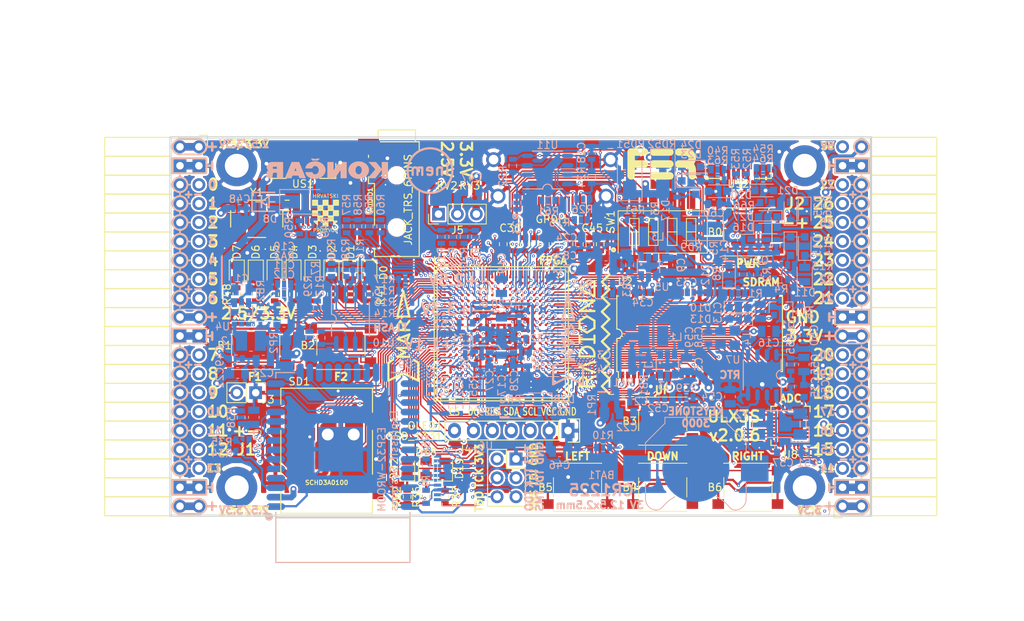
<source format=kicad_pcb>
(kicad_pcb (version 20171130) (host pcbnew 5.0.0-rc3+dfsg1-2)

  (general
    (thickness 1.6)
    (drawings 503)
    (tracks 5085)
    (zones 0)
    (modules 220)
    (nets 319)
  )

  (page A4)
  (layers
    (0 F.Cu signal)
    (1 In1.Cu signal)
    (2 In2.Cu signal)
    (31 B.Cu signal)
    (32 B.Adhes user)
    (33 F.Adhes user)
    (34 B.Paste user)
    (35 F.Paste user)
    (36 B.SilkS user)
    (37 F.SilkS user)
    (38 B.Mask user)
    (39 F.Mask user)
    (40 Dwgs.User user)
    (41 Cmts.User user)
    (42 Eco1.User user)
    (43 Eco2.User user)
    (44 Edge.Cuts user)
    (45 Margin user)
    (46 B.CrtYd user)
    (47 F.CrtYd user)
    (48 B.Fab user hide)
    (49 F.Fab user)
  )

  (setup
    (last_trace_width 0.3)
    (trace_clearance 0.127)
    (zone_clearance 0.127)
    (zone_45_only no)
    (trace_min 0.127)
    (segment_width 0.2)
    (edge_width 0.2)
    (via_size 0.4)
    (via_drill 0.2)
    (via_min_size 0.4)
    (via_min_drill 0.2)
    (uvia_size 0.3)
    (uvia_drill 0.1)
    (uvias_allowed no)
    (uvia_min_size 0.2)
    (uvia_min_drill 0.1)
    (pcb_text_width 0.3)
    (pcb_text_size 1.5 1.5)
    (mod_edge_width 0.15)
    (mod_text_size 1 1)
    (mod_text_width 0.15)
    (pad_size 3.7 3.5)
    (pad_drill 0)
    (pad_to_mask_clearance 0.05)
    (aux_axis_origin 94.1 112.22)
    (grid_origin 94.1 112.22)
    (visible_elements 7FFFFFFF)
    (pcbplotparams
      (layerselection 0x010fc_ffffffff)
      (usegerberextensions true)
      (usegerberattributes false)
      (usegerberadvancedattributes false)
      (creategerberjobfile false)
      (excludeedgelayer true)
      (linewidth 0.100000)
      (plotframeref false)
      (viasonmask false)
      (mode 1)
      (useauxorigin false)
      (hpglpennumber 1)
      (hpglpenspeed 20)
      (hpglpendiameter 15.000000)
      (psnegative false)
      (psa4output false)
      (plotreference true)
      (plotvalue true)
      (plotinvisibletext false)
      (padsonsilk false)
      (subtractmaskfromsilk true)
      (outputformat 1)
      (mirror false)
      (drillshape 0)
      (scaleselection 1)
      (outputdirectory "plot"))
  )

  (net 0 "")
  (net 1 GND)
  (net 2 +5V)
  (net 3 /gpio/IN5V)
  (net 4 /gpio/OUT5V)
  (net 5 +3V3)
  (net 6 BTN_D)
  (net 7 BTN_F1)
  (net 8 BTN_F2)
  (net 9 BTN_L)
  (net 10 BTN_R)
  (net 11 BTN_U)
  (net 12 /power/FB1)
  (net 13 +2V5)
  (net 14 /power/PWREN)
  (net 15 /power/FB3)
  (net 16 /power/FB2)
  (net 17 /power/VBAT)
  (net 18 JTAG_TDI)
  (net 19 JTAG_TCK)
  (net 20 JTAG_TMS)
  (net 21 JTAG_TDO)
  (net 22 /power/WAKEUPn)
  (net 23 /power/WKUP)
  (net 24 /power/SHUT)
  (net 25 /power/WAKE)
  (net 26 /power/HOLD)
  (net 27 /power/WKn)
  (net 28 /power/OSCI_32k)
  (net 29 /power/OSCO_32k)
  (net 30 SHUTDOWN)
  (net 31 GPDI_SDA)
  (net 32 GPDI_SCL)
  (net 33 /gpdi/VREF2)
  (net 34 SD_CMD)
  (net 35 SD_CLK)
  (net 36 SD_D0)
  (net 37 SD_D1)
  (net 38 USB5V)
  (net 39 GPDI_CEC)
  (net 40 nRESET)
  (net 41 FTDI_nDTR)
  (net 42 SDRAM_CKE)
  (net 43 SDRAM_A7)
  (net 44 SDRAM_D15)
  (net 45 SDRAM_BA1)
  (net 46 SDRAM_D7)
  (net 47 SDRAM_A6)
  (net 48 SDRAM_CLK)
  (net 49 SDRAM_D13)
  (net 50 SDRAM_BA0)
  (net 51 SDRAM_D6)
  (net 52 SDRAM_A5)
  (net 53 SDRAM_D14)
  (net 54 SDRAM_A11)
  (net 55 SDRAM_D12)
  (net 56 SDRAM_D5)
  (net 57 SDRAM_A4)
  (net 58 SDRAM_A10)
  (net 59 SDRAM_D11)
  (net 60 SDRAM_A3)
  (net 61 SDRAM_D4)
  (net 62 SDRAM_D10)
  (net 63 SDRAM_D9)
  (net 64 SDRAM_A9)
  (net 65 SDRAM_D3)
  (net 66 SDRAM_D8)
  (net 67 SDRAM_A8)
  (net 68 SDRAM_A2)
  (net 69 SDRAM_A1)
  (net 70 SDRAM_A0)
  (net 71 SDRAM_D2)
  (net 72 SDRAM_D1)
  (net 73 SDRAM_D0)
  (net 74 SDRAM_DQM0)
  (net 75 SDRAM_nCS)
  (net 76 SDRAM_nRAS)
  (net 77 SDRAM_DQM1)
  (net 78 SDRAM_nCAS)
  (net 79 SDRAM_nWE)
  (net 80 /flash/FLASH_nWP)
  (net 81 /flash/FLASH_nHOLD)
  (net 82 /flash/FLASH_MOSI)
  (net 83 /flash/FLASH_MISO)
  (net 84 /flash/FLASH_SCK)
  (net 85 /flash/FLASH_nCS)
  (net 86 /flash/FPGA_PROGRAMN)
  (net 87 /flash/FPGA_DONE)
  (net 88 /flash/FPGA_INITN)
  (net 89 OLED_RES)
  (net 90 OLED_DC)
  (net 91 OLED_CS)
  (net 92 WIFI_EN)
  (net 93 FTDI_nRTS)
  (net 94 FTDI_TXD)
  (net 95 FTDI_RXD)
  (net 96 WIFI_RXD)
  (net 97 WIFI_GPIO0)
  (net 98 WIFI_TXD)
  (net 99 USB_FTDI_D+)
  (net 100 USB_FTDI_D-)
  (net 101 SD_D3)
  (net 102 AUDIO_L3)
  (net 103 AUDIO_L2)
  (net 104 AUDIO_L1)
  (net 105 AUDIO_L0)
  (net 106 AUDIO_R3)
  (net 107 AUDIO_R2)
  (net 108 AUDIO_R1)
  (net 109 AUDIO_R0)
  (net 110 OLED_CLK)
  (net 111 OLED_MOSI)
  (net 112 LED0)
  (net 113 LED1)
  (net 114 LED2)
  (net 115 LED3)
  (net 116 LED4)
  (net 117 LED5)
  (net 118 LED6)
  (net 119 LED7)
  (net 120 BTN_PWRn)
  (net 121 FTDI_nTXLED)
  (net 122 FTDI_nSLEEP)
  (net 123 /blinkey/LED_PWREN)
  (net 124 /blinkey/LED_TXLED)
  (net 125 /sdcard/SD3V3)
  (net 126 SD_D2)
  (net 127 CLK_25MHz)
  (net 128 /blinkey/BTNPUL)
  (net 129 /blinkey/BTNPUR)
  (net 130 USB_FPGA_D+)
  (net 131 /power/FTDI_nSUSPEND)
  (net 132 /blinkey/ALED0)
  (net 133 /blinkey/ALED1)
  (net 134 /blinkey/ALED2)
  (net 135 /blinkey/ALED3)
  (net 136 /blinkey/ALED4)
  (net 137 /blinkey/ALED5)
  (net 138 /blinkey/ALED6)
  (net 139 /blinkey/ALED7)
  (net 140 /usb/FTD-)
  (net 141 /usb/FTD+)
  (net 142 ADC_MISO)
  (net 143 ADC_MOSI)
  (net 144 ADC_CSn)
  (net 145 ADC_SCLK)
  (net 146 SW3)
  (net 147 SW2)
  (net 148 SW1)
  (net 149 USB_FPGA_D-)
  (net 150 /usb/FPD+)
  (net 151 /usb/FPD-)
  (net 152 WIFI_GPIO16)
  (net 153 /usb/ANT_433MHz)
  (net 154 PROG_DONE)
  (net 155 /power/P3V3)
  (net 156 /power/P2V5)
  (net 157 /power/L1)
  (net 158 /power/L3)
  (net 159 /power/L2)
  (net 160 FTDI_TXDEN)
  (net 161 SDRAM_A12)
  (net 162 /analog/AUDIO_V)
  (net 163 AUDIO_V3)
  (net 164 AUDIO_V2)
  (net 165 AUDIO_V1)
  (net 166 AUDIO_V0)
  (net 167 /blinkey/LED_WIFI)
  (net 168 /power/P1V1)
  (net 169 +1V1)
  (net 170 SW4)
  (net 171 /blinkey/SWPU)
  (net 172 /wifi/WIFIEN)
  (net 173 FT2V5)
  (net 174 GN0)
  (net 175 GP0)
  (net 176 GN1)
  (net 177 GP1)
  (net 178 GN2)
  (net 179 GP2)
  (net 180 GN3)
  (net 181 GP3)
  (net 182 GN4)
  (net 183 GP4)
  (net 184 GN5)
  (net 185 GP5)
  (net 186 GN6)
  (net 187 GP6)
  (net 188 GN14)
  (net 189 GP14)
  (net 190 GN15)
  (net 191 GP15)
  (net 192 GN16)
  (net 193 GP16)
  (net 194 GN17)
  (net 195 GP17)
  (net 196 GN18)
  (net 197 GP18)
  (net 198 GN19)
  (net 199 GP19)
  (net 200 GN20)
  (net 201 GP20)
  (net 202 GN21)
  (net 203 GP21)
  (net 204 GN22)
  (net 205 GP22)
  (net 206 GN23)
  (net 207 GP23)
  (net 208 GN24)
  (net 209 GP24)
  (net 210 GN25)
  (net 211 GP25)
  (net 212 GN26)
  (net 213 GP26)
  (net 214 GN27)
  (net 215 GP27)
  (net 216 GN7)
  (net 217 GP7)
  (net 218 GN8)
  (net 219 GP8)
  (net 220 GN9)
  (net 221 GP9)
  (net 222 GN10)
  (net 223 GP10)
  (net 224 GN11)
  (net 225 GP11)
  (net 226 GN12)
  (net 227 GP12)
  (net 228 GN13)
  (net 229 GP13)
  (net 230 WIFI_GPIO5)
  (net 231 WIFI_GPIO17)
  (net 232 USB_FPGA_PULL_D+)
  (net 233 USB_FPGA_PULL_D-)
  (net 234 "Net-(D23-Pad2)")
  (net 235 "Net-(D24-Pad1)")
  (net 236 "Net-(D25-Pad2)")
  (net 237 "Net-(D26-Pad1)")
  (net 238 /gpdi/GPDI_ETH+)
  (net 239 FPDI_ETH+)
  (net 240 /gpdi/GPDI_ETH-)
  (net 241 FPDI_ETH-)
  (net 242 /gpdi/GPDI_D2-)
  (net 243 FPDI_D2-)
  (net 244 /gpdi/GPDI_D1-)
  (net 245 FPDI_D1-)
  (net 246 /gpdi/GPDI_D0-)
  (net 247 FPDI_D0-)
  (net 248 /gpdi/GPDI_CLK-)
  (net 249 FPDI_CLK-)
  (net 250 /gpdi/GPDI_D2+)
  (net 251 FPDI_D2+)
  (net 252 /gpdi/GPDI_D1+)
  (net 253 FPDI_D1+)
  (net 254 /gpdi/GPDI_D0+)
  (net 255 FPDI_D0+)
  (net 256 /gpdi/GPDI_CLK+)
  (net 257 FPDI_CLK+)
  (net 258 FPDI_SDA)
  (net 259 FPDI_SCL)
  (net 260 /gpdi/FPDI_CEC)
  (net 261 2V5_3V3)
  (net 262 "Net-(AUDIO1-Pad5)")
  (net 263 "Net-(AUDIO1-Pad6)")
  (net 264 "Net-(U1-PadA15)")
  (net 265 "Net-(U1-PadC9)")
  (net 266 "Net-(U1-PadD9)")
  (net 267 "Net-(U1-PadD10)")
  (net 268 "Net-(U1-PadD11)")
  (net 269 "Net-(U1-PadD12)")
  (net 270 "Net-(U1-PadE6)")
  (net 271 "Net-(U1-PadE9)")
  (net 272 "Net-(U1-PadE10)")
  (net 273 "Net-(U1-PadE11)")
  (net 274 "Net-(U1-PadJ4)")
  (net 275 "Net-(U1-PadJ5)")
  (net 276 "Net-(U1-PadK5)")
  (net 277 "Net-(U1-PadL5)")
  (net 278 "Net-(U1-PadM5)")
  (net 279 SD_CD)
  (net 280 SD_WP)
  (net 281 "Net-(U1-PadR3)")
  (net 282 "Net-(U1-PadT16)")
  (net 283 "Net-(U1-PadW4)")
  (net 284 "Net-(U1-PadW5)")
  (net 285 "Net-(U1-PadW8)")
  (net 286 "Net-(U1-PadW9)")
  (net 287 "Net-(U1-PadW13)")
  (net 288 "Net-(U1-PadW14)")
  (net 289 "Net-(U1-PadW17)")
  (net 290 "Net-(U1-PadW18)")
  (net 291 FTDI_nRXLED)
  (net 292 "Net-(U8-Pad12)")
  (net 293 "Net-(U8-Pad25)")
  (net 294 "Net-(U9-Pad32)")
  (net 295 "Net-(U9-Pad22)")
  (net 296 "Net-(U9-Pad21)")
  (net 297 "Net-(U9-Pad20)")
  (net 298 "Net-(U9-Pad19)")
  (net 299 "Net-(U9-Pad18)")
  (net 300 "Net-(U9-Pad17)")
  (net 301 "Net-(U9-Pad12)")
  (net 302 "Net-(U9-Pad5)")
  (net 303 "Net-(U9-Pad4)")
  (net 304 "Net-(US1-Pad4)")
  (net 305 "Net-(Y2-Pad3)")
  (net 306 "Net-(Y2-Pad2)")
  (net 307 "Net-(U1-PadK16)")
  (net 308 "Net-(U1-PadK17)")
  (net 309 /usb/US2VBUS)
  (net 310 /power/SHD)
  (net 311 /power/RTCVDD)
  (net 312 "Net-(D27-Pad2)")
  (net 313 US2_ID)
  (net 314 /analog/AUDIO_L)
  (net 315 /analog/AUDIO_R)
  (net 316 /analog/ADC3V3)
  (net 317 PWRBTn)
  (net 318 USER_PROGRAMN)

  (net_class Default "This is the default net class."
    (clearance 0.127)
    (trace_width 0.3)
    (via_dia 0.4)
    (via_drill 0.2)
    (uvia_dia 0.3)
    (uvia_drill 0.1)
    (add_net +1V1)
    (add_net +2V5)
    (add_net +3V3)
    (add_net +5V)
    (add_net /analog/ADC3V3)
    (add_net /analog/AUDIO_L)
    (add_net /analog/AUDIO_R)
    (add_net /analog/AUDIO_V)
    (add_net /blinkey/ALED0)
    (add_net /blinkey/ALED1)
    (add_net /blinkey/ALED2)
    (add_net /blinkey/ALED3)
    (add_net /blinkey/ALED4)
    (add_net /blinkey/ALED5)
    (add_net /blinkey/ALED6)
    (add_net /blinkey/ALED7)
    (add_net /blinkey/BTNPUL)
    (add_net /blinkey/BTNPUR)
    (add_net /blinkey/LED_PWREN)
    (add_net /blinkey/LED_TXLED)
    (add_net /blinkey/LED_WIFI)
    (add_net /blinkey/SWPU)
    (add_net /gpdi/GPDI_CLK+)
    (add_net /gpdi/GPDI_CLK-)
    (add_net /gpdi/GPDI_D0+)
    (add_net /gpdi/GPDI_D0-)
    (add_net /gpdi/GPDI_D1+)
    (add_net /gpdi/GPDI_D1-)
    (add_net /gpdi/GPDI_D2+)
    (add_net /gpdi/GPDI_D2-)
    (add_net /gpdi/GPDI_ETH+)
    (add_net /gpdi/GPDI_ETH-)
    (add_net /gpdi/VREF2)
    (add_net /gpio/IN5V)
    (add_net /gpio/OUT5V)
    (add_net /power/FB1)
    (add_net /power/FB2)
    (add_net /power/FB3)
    (add_net /power/FTDI_nSUSPEND)
    (add_net /power/HOLD)
    (add_net /power/L1)
    (add_net /power/L2)
    (add_net /power/L3)
    (add_net /power/OSCI_32k)
    (add_net /power/OSCO_32k)
    (add_net /power/P1V1)
    (add_net /power/P2V5)
    (add_net /power/P3V3)
    (add_net /power/PWREN)
    (add_net /power/RTCVDD)
    (add_net /power/SHD)
    (add_net /power/SHUT)
    (add_net /power/VBAT)
    (add_net /power/WAKE)
    (add_net /power/WAKEUPn)
    (add_net /power/WKUP)
    (add_net /power/WKn)
    (add_net /sdcard/SD3V3)
    (add_net /usb/ANT_433MHz)
    (add_net /usb/FPD+)
    (add_net /usb/FPD-)
    (add_net /usb/FTD+)
    (add_net /usb/FTD-)
    (add_net /usb/US2VBUS)
    (add_net /wifi/WIFIEN)
    (add_net 2V5_3V3)
    (add_net FT2V5)
    (add_net FTDI_nRXLED)
    (add_net GND)
    (add_net "Net-(AUDIO1-Pad5)")
    (add_net "Net-(AUDIO1-Pad6)")
    (add_net "Net-(D23-Pad2)")
    (add_net "Net-(D24-Pad1)")
    (add_net "Net-(D25-Pad2)")
    (add_net "Net-(D26-Pad1)")
    (add_net "Net-(D27-Pad2)")
    (add_net "Net-(U1-PadA15)")
    (add_net "Net-(U1-PadC9)")
    (add_net "Net-(U1-PadD10)")
    (add_net "Net-(U1-PadD11)")
    (add_net "Net-(U1-PadD12)")
    (add_net "Net-(U1-PadD9)")
    (add_net "Net-(U1-PadE10)")
    (add_net "Net-(U1-PadE11)")
    (add_net "Net-(U1-PadE6)")
    (add_net "Net-(U1-PadE9)")
    (add_net "Net-(U1-PadJ4)")
    (add_net "Net-(U1-PadJ5)")
    (add_net "Net-(U1-PadK16)")
    (add_net "Net-(U1-PadK17)")
    (add_net "Net-(U1-PadK5)")
    (add_net "Net-(U1-PadL5)")
    (add_net "Net-(U1-PadM5)")
    (add_net "Net-(U1-PadR3)")
    (add_net "Net-(U1-PadT16)")
    (add_net "Net-(U1-PadW13)")
    (add_net "Net-(U1-PadW14)")
    (add_net "Net-(U1-PadW17)")
    (add_net "Net-(U1-PadW18)")
    (add_net "Net-(U1-PadW4)")
    (add_net "Net-(U1-PadW5)")
    (add_net "Net-(U1-PadW8)")
    (add_net "Net-(U1-PadW9)")
    (add_net "Net-(U8-Pad12)")
    (add_net "Net-(U8-Pad25)")
    (add_net "Net-(U9-Pad12)")
    (add_net "Net-(U9-Pad17)")
    (add_net "Net-(U9-Pad18)")
    (add_net "Net-(U9-Pad19)")
    (add_net "Net-(U9-Pad20)")
    (add_net "Net-(U9-Pad21)")
    (add_net "Net-(U9-Pad22)")
    (add_net "Net-(U9-Pad32)")
    (add_net "Net-(U9-Pad4)")
    (add_net "Net-(U9-Pad5)")
    (add_net "Net-(US1-Pad4)")
    (add_net "Net-(Y2-Pad2)")
    (add_net "Net-(Y2-Pad3)")
    (add_net PWRBTn)
    (add_net SD_CD)
    (add_net SD_WP)
    (add_net US2_ID)
    (add_net USB5V)
  )

  (net_class BGA ""
    (clearance 0.127)
    (trace_width 0.19)
    (via_dia 0.4)
    (via_drill 0.2)
    (uvia_dia 0.3)
    (uvia_drill 0.1)
    (add_net /flash/FLASH_MISO)
    (add_net /flash/FLASH_MOSI)
    (add_net /flash/FLASH_SCK)
    (add_net /flash/FLASH_nCS)
    (add_net /flash/FLASH_nHOLD)
    (add_net /flash/FLASH_nWP)
    (add_net /flash/FPGA_DONE)
    (add_net /flash/FPGA_INITN)
    (add_net /flash/FPGA_PROGRAMN)
    (add_net /gpdi/FPDI_CEC)
    (add_net ADC_CSn)
    (add_net ADC_MISO)
    (add_net ADC_MOSI)
    (add_net ADC_SCLK)
    (add_net AUDIO_L0)
    (add_net AUDIO_L1)
    (add_net AUDIO_L2)
    (add_net AUDIO_L3)
    (add_net AUDIO_R0)
    (add_net AUDIO_R1)
    (add_net AUDIO_R2)
    (add_net AUDIO_R3)
    (add_net AUDIO_V0)
    (add_net AUDIO_V1)
    (add_net AUDIO_V2)
    (add_net AUDIO_V3)
    (add_net BTN_D)
    (add_net BTN_F1)
    (add_net BTN_F2)
    (add_net BTN_L)
    (add_net BTN_PWRn)
    (add_net BTN_R)
    (add_net BTN_U)
    (add_net CLK_25MHz)
    (add_net FPDI_CLK+)
    (add_net FPDI_CLK-)
    (add_net FPDI_D0+)
    (add_net FPDI_D0-)
    (add_net FPDI_D1+)
    (add_net FPDI_D1-)
    (add_net FPDI_D2+)
    (add_net FPDI_D2-)
    (add_net FPDI_ETH+)
    (add_net FPDI_ETH-)
    (add_net FPDI_SCL)
    (add_net FPDI_SDA)
    (add_net FTDI_RXD)
    (add_net FTDI_TXD)
    (add_net FTDI_TXDEN)
    (add_net FTDI_nDTR)
    (add_net FTDI_nRTS)
    (add_net FTDI_nSLEEP)
    (add_net FTDI_nTXLED)
    (add_net GN0)
    (add_net GN1)
    (add_net GN10)
    (add_net GN11)
    (add_net GN12)
    (add_net GN13)
    (add_net GN14)
    (add_net GN15)
    (add_net GN16)
    (add_net GN17)
    (add_net GN18)
    (add_net GN19)
    (add_net GN2)
    (add_net GN20)
    (add_net GN21)
    (add_net GN22)
    (add_net GN23)
    (add_net GN24)
    (add_net GN25)
    (add_net GN26)
    (add_net GN27)
    (add_net GN3)
    (add_net GN4)
    (add_net GN5)
    (add_net GN6)
    (add_net GN7)
    (add_net GN8)
    (add_net GN9)
    (add_net GP0)
    (add_net GP1)
    (add_net GP10)
    (add_net GP11)
    (add_net GP12)
    (add_net GP13)
    (add_net GP14)
    (add_net GP15)
    (add_net GP16)
    (add_net GP17)
    (add_net GP18)
    (add_net GP19)
    (add_net GP2)
    (add_net GP20)
    (add_net GP21)
    (add_net GP22)
    (add_net GP23)
    (add_net GP24)
    (add_net GP25)
    (add_net GP26)
    (add_net GP27)
    (add_net GP3)
    (add_net GP4)
    (add_net GP5)
    (add_net GP6)
    (add_net GP7)
    (add_net GP8)
    (add_net GP9)
    (add_net GPDI_CEC)
    (add_net GPDI_SCL)
    (add_net GPDI_SDA)
    (add_net JTAG_TCK)
    (add_net JTAG_TDI)
    (add_net JTAG_TDO)
    (add_net JTAG_TMS)
    (add_net LED0)
    (add_net LED1)
    (add_net LED2)
    (add_net LED3)
    (add_net LED4)
    (add_net LED5)
    (add_net LED6)
    (add_net LED7)
    (add_net OLED_CLK)
    (add_net OLED_CS)
    (add_net OLED_DC)
    (add_net OLED_MOSI)
    (add_net OLED_RES)
    (add_net PROG_DONE)
    (add_net SDRAM_A0)
    (add_net SDRAM_A1)
    (add_net SDRAM_A10)
    (add_net SDRAM_A11)
    (add_net SDRAM_A12)
    (add_net SDRAM_A2)
    (add_net SDRAM_A3)
    (add_net SDRAM_A4)
    (add_net SDRAM_A5)
    (add_net SDRAM_A6)
    (add_net SDRAM_A7)
    (add_net SDRAM_A8)
    (add_net SDRAM_A9)
    (add_net SDRAM_BA0)
    (add_net SDRAM_BA1)
    (add_net SDRAM_CKE)
    (add_net SDRAM_CLK)
    (add_net SDRAM_D0)
    (add_net SDRAM_D1)
    (add_net SDRAM_D10)
    (add_net SDRAM_D11)
    (add_net SDRAM_D12)
    (add_net SDRAM_D13)
    (add_net SDRAM_D14)
    (add_net SDRAM_D15)
    (add_net SDRAM_D2)
    (add_net SDRAM_D3)
    (add_net SDRAM_D4)
    (add_net SDRAM_D5)
    (add_net SDRAM_D6)
    (add_net SDRAM_D7)
    (add_net SDRAM_D8)
    (add_net SDRAM_D9)
    (add_net SDRAM_DQM0)
    (add_net SDRAM_DQM1)
    (add_net SDRAM_nCAS)
    (add_net SDRAM_nCS)
    (add_net SDRAM_nRAS)
    (add_net SDRAM_nWE)
    (add_net SD_CLK)
    (add_net SD_CMD)
    (add_net SD_D0)
    (add_net SD_D1)
    (add_net SD_D2)
    (add_net SD_D3)
    (add_net SHUTDOWN)
    (add_net SW1)
    (add_net SW2)
    (add_net SW3)
    (add_net SW4)
    (add_net USB_FPGA_D+)
    (add_net USB_FPGA_D-)
    (add_net USB_FPGA_PULL_D+)
    (add_net USB_FPGA_PULL_D-)
    (add_net USB_FTDI_D+)
    (add_net USB_FTDI_D-)
    (add_net USER_PROGRAMN)
    (add_net WIFI_EN)
    (add_net WIFI_GPIO0)
    (add_net WIFI_GPIO16)
    (add_net WIFI_GPIO17)
    (add_net WIFI_GPIO5)
    (add_net WIFI_RXD)
    (add_net WIFI_TXD)
    (add_net nRESET)
  )

  (net_class Minimal ""
    (clearance 0.127)
    (trace_width 0.127)
    (via_dia 0.4)
    (via_drill 0.2)
    (uvia_dia 0.3)
    (uvia_drill 0.1)
  )

  (module conn-fci:CONN-10029449-111RLF (layer F.Cu) (tedit 5B407082) (tstamp 5AFABAC2)
    (at 145.296 69.312 180)
    (path /58D686D9/58D69067)
    (attr smd)
    (fp_text reference GPDI1 (at 0 -3.1115 180) (layer F.SilkS)
      (effects (font (size 1 1) (thickness 0.15)))
    )
    (fp_text value GPDI-D (at 0 0 180) (layer F.Fab)
      (effects (font (size 1 1) (thickness 0.15)))
    )
    (fp_line (start -9.1 7.5) (end -9.1 -2.2) (layer F.CrtYd) (width 0.35))
    (fp_line (start -9.1 -2.2) (end 9.1 -2.2) (layer F.CrtYd) (width 0.35))
    (fp_line (start 9.1 -2.2) (end 9.1 7.5) (layer F.CrtYd) (width 0.35))
    (fp_line (start 9.1 7.5) (end -9.1 7.5) (layer F.CrtYd) (width 0.35))
    (pad 19 smd rect (at -4.25 -1 180) (size 0.3 1.9) (layers F.Cu F.Paste F.Mask)
      (net 240 /gpdi/GPDI_ETH-))
    (pad 18 smd rect (at -3.75 -1 180) (size 0.3 1.9) (layers F.Cu F.Paste F.Mask)
      (net 2 +5V))
    (pad 17 smd rect (at -3.25 -1 180) (size 0.3 1.9) (layers F.Cu F.Paste F.Mask)
      (net 1 GND))
    (pad 16 smd rect (at -2.75 -1 180) (size 0.3 1.9) (layers F.Cu F.Paste F.Mask)
      (net 31 GPDI_SDA))
    (pad 15 smd rect (at -2.25 -1 180) (size 0.3 1.9) (layers F.Cu F.Paste F.Mask)
      (net 32 GPDI_SCL))
    (pad 14 smd rect (at -1.75 -1 180) (size 0.3 1.9) (layers F.Cu F.Paste F.Mask)
      (net 238 /gpdi/GPDI_ETH+))
    (pad 13 smd rect (at -1.25 -1 180) (size 0.3 1.9) (layers F.Cu F.Paste F.Mask)
      (net 39 GPDI_CEC))
    (pad 12 smd rect (at -0.75 -1 180) (size 0.3 1.9) (layers F.Cu F.Paste F.Mask)
      (net 248 /gpdi/GPDI_CLK-))
    (pad 11 smd rect (at -0.25 -1 180) (size 0.3 1.9) (layers F.Cu F.Paste F.Mask)
      (net 1 GND))
    (pad 10 smd rect (at 0.25 -1 180) (size 0.3 1.9) (layers F.Cu F.Paste F.Mask)
      (net 256 /gpdi/GPDI_CLK+))
    (pad 9 smd rect (at 0.75 -1 180) (size 0.3 1.9) (layers F.Cu F.Paste F.Mask)
      (net 246 /gpdi/GPDI_D0-))
    (pad 8 smd rect (at 1.25 -1 180) (size 0.3 1.9) (layers F.Cu F.Paste F.Mask)
      (net 1 GND))
    (pad 7 smd rect (at 1.75 -1 180) (size 0.3 1.9) (layers F.Cu F.Paste F.Mask)
      (net 254 /gpdi/GPDI_D0+))
    (pad 6 smd rect (at 2.25 -1 180) (size 0.3 1.9) (layers F.Cu F.Paste F.Mask)
      (net 244 /gpdi/GPDI_D1-))
    (pad 5 smd rect (at 2.75 -1 180) (size 0.3 1.9) (layers F.Cu F.Paste F.Mask)
      (net 1 GND))
    (pad 4 smd rect (at 3.25 -1 180) (size 0.3 1.9) (layers F.Cu F.Paste F.Mask)
      (net 252 /gpdi/GPDI_D1+))
    (pad 3 smd rect (at 3.75 -1 180) (size 0.3 1.9) (layers F.Cu F.Paste F.Mask)
      (net 242 /gpdi/GPDI_D2-))
    (pad 2 smd rect (at 4.25 -1 180) (size 0.3 1.9) (layers F.Cu F.Paste F.Mask)
      (net 1 GND))
    (pad 1 smd rect (at 4.75 -1 180) (size 0.3 1.9) (layers F.Cu F.Paste F.Mask)
      (net 250 /gpdi/GPDI_D2+))
    (pad 0 thru_hole circle (at -7.25 0 180) (size 2 2) (drill 1.3) (layers *.Cu *.Mask F.Paste)
      (net 1 GND))
    (pad 0 thru_hole circle (at 7.25 0 180) (size 2 2) (drill 1.3) (layers *.Cu *.Mask F.Paste)
      (net 1 GND))
    (pad 0 thru_hole circle (at -7.85 4.9 180) (size 2 2) (drill 1.3) (layers *.Cu *.Mask F.Paste)
      (net 1 GND))
    (pad 0 thru_hole circle (at 7.85 4.9 180) (size 2 2) (drill 1.3) (layers *.Cu *.Mask F.Paste)
      (net 1 GND))
    (model ${KIPRJMOD}/footprints/hdmi-d/hdmi-d.3dshapes/10029449-111RLF.wrl
      (offset (xyz 0 -1.6 3.3))
      (scale (xyz 0.3937 0.3937 0.3937))
      (rotate (xyz 180 0 0))
    )
  )

  (module ESP32:ESP32-WROOM (layer B.Cu) (tedit 5B406615) (tstamp 5A111CE5)
    (at 117.23 105.75 180)
    (path /58D6D447/58E5662B)
    (attr smd)
    (fp_text reference U9 (at -8.366 13.85 180) (layer B.SilkS)
      (effects (font (size 1 1) (thickness 0.15)) (justify mirror))
    )
    (fp_text value ESP-WROOM32 (at 5.715 -14.224 180) (layer B.Fab)
      (effects (font (size 1 1) (thickness 0.15)) (justify mirror))
    )
    (fp_text user "Espressif Systems" (at -6.858 0.889 90) (layer B.SilkS)
      (effects (font (size 1 1) (thickness 0.15)) (justify mirror))
    )
    (fp_circle (center 9.906 -6.604) (end 10.033 -6.858) (layer B.SilkS) (width 0.5))
    (fp_text user ESP32-WROOM (at -5.207 -0.254 90) (layer B.SilkS)
      (effects (font (size 1 1) (thickness 0.15)) (justify mirror))
    )
    (fp_line (start -9 -6.75) (end 9 -6.75) (layer B.SilkS) (width 0.15))
    (fp_line (start 9 -12.75) (end 9 -6) (layer B.SilkS) (width 0.15))
    (fp_line (start -9 -12.75) (end -9 -6) (layer B.SilkS) (width 0.15))
    (fp_line (start -9 -12.75) (end 9 -12.75) (layer B.SilkS) (width 0.15))
    (fp_line (start -9 12) (end -9 12.75) (layer B.SilkS) (width 0.15))
    (fp_line (start -9 12.75) (end -6.5 12.75) (layer B.SilkS) (width 0.15))
    (fp_line (start 6.5 12.75) (end 9 12.75) (layer B.SilkS) (width 0.15))
    (fp_line (start 9 12.75) (end 9 12) (layer B.SilkS) (width 0.15))
    (pad 38 smd oval (at -9 -5.25 180) (size 2.5 0.9) (layers B.Cu B.Mask)
      (net 1 GND))
    (pad 37 smd oval (at -9 -3.98 180) (size 2.5 0.9) (layers B.Cu B.Mask)
      (net 18 JTAG_TDI))
    (pad 36 smd oval (at -9 -2.71 180) (size 2.5 0.9) (layers B.Cu B.Mask)
      (net 154 PROG_DONE))
    (pad 35 smd oval (at -9 -1.44 180) (size 2.5 0.9) (layers B.Cu B.Mask)
      (net 98 WIFI_TXD))
    (pad 34 smd oval (at -9 -0.17 180) (size 2.5 0.9) (layers B.Cu B.Mask)
      (net 96 WIFI_RXD))
    (pad 33 smd oval (at -9 1.1 180) (size 2.5 0.9) (layers B.Cu B.Mask)
      (net 20 JTAG_TMS))
    (pad 32 smd oval (at -9 2.37 180) (size 2.5 0.9) (layers B.Cu B.Mask)
      (net 294 "Net-(U9-Pad32)"))
    (pad 31 smd oval (at -9 3.64 180) (size 2.5 0.9) (layers B.Cu B.Mask)
      (net 21 JTAG_TDO))
    (pad 30 smd oval (at -9 4.91 180) (size 2.5 0.9) (layers B.Cu B.Mask)
      (net 19 JTAG_TCK))
    (pad 29 smd oval (at -9 6.18 180) (size 2.5 0.9) (layers B.Cu B.Mask)
      (net 230 WIFI_GPIO5))
    (pad 28 smd oval (at -9 7.45 180) (size 2.5 0.9) (layers B.Cu B.Mask)
      (net 231 WIFI_GPIO17))
    (pad 27 smd oval (at -9 8.72 180) (size 2.5 0.9) (layers B.Cu B.Mask)
      (net 152 WIFI_GPIO16))
    (pad 26 smd oval (at -9 9.99 180) (size 2.5 0.9) (layers B.Cu B.Mask)
      (net 37 SD_D1))
    (pad 25 smd oval (at -9 11.26 180) (size 2.5 0.9) (layers B.Cu B.Mask)
      (net 97 WIFI_GPIO0))
    (pad 24 smd oval (at -5.715 12.75 180) (size 0.9 2.5) (layers B.Cu B.Mask)
      (net 36 SD_D0))
    (pad 23 smd oval (at -4.445 12.75 180) (size 0.9 2.5) (layers B.Cu B.Mask)
      (net 34 SD_CMD))
    (pad 22 smd oval (at -3.175 12.75 180) (size 0.9 2.5) (layers B.Cu B.Mask)
      (net 295 "Net-(U9-Pad22)"))
    (pad 21 smd oval (at -1.905 12.75 180) (size 0.9 2.5) (layers B.Cu B.Mask)
      (net 296 "Net-(U9-Pad21)"))
    (pad 20 smd oval (at -0.635 12.75 180) (size 0.9 2.5) (layers B.Cu B.Mask)
      (net 297 "Net-(U9-Pad20)"))
    (pad 19 smd oval (at 0.635 12.75 180) (size 0.9 2.5) (layers B.Cu B.Mask)
      (net 298 "Net-(U9-Pad19)"))
    (pad 18 smd oval (at 1.905 12.75 180) (size 0.9 2.5) (layers B.Cu B.Mask)
      (net 299 "Net-(U9-Pad18)"))
    (pad 17 smd oval (at 3.175 12.75 180) (size 0.9 2.5) (layers B.Cu B.Mask)
      (net 300 "Net-(U9-Pad17)"))
    (pad 16 smd oval (at 4.445 12.75 180) (size 0.9 2.5) (layers B.Cu B.Mask)
      (net 101 SD_D3))
    (pad 15 smd oval (at 5.715 12.75 180) (size 0.9 2.5) (layers B.Cu B.Mask)
      (net 1 GND))
    (pad 14 smd oval (at 9 11.26 180) (size 2.5 0.9) (layers B.Cu B.Mask)
      (net 126 SD_D2))
    (pad 13 smd oval (at 9 9.99 180) (size 2.5 0.9) (layers B.Cu B.Mask)
      (net 35 SD_CLK))
    (pad 12 smd oval (at 9 8.72 180) (size 2.5 0.9) (layers B.Cu B.Mask)
      (net 301 "Net-(U9-Pad12)"))
    (pad 11 smd oval (at 9 7.45 180) (size 2.5 0.9) (layers B.Cu B.Mask)
      (net 224 GN11))
    (pad 10 smd oval (at 9 6.18 180) (size 2.5 0.9) (layers B.Cu B.Mask)
      (net 225 GP11))
    (pad 9 smd oval (at 9 4.91 180) (size 2.5 0.9) (layers B.Cu B.Mask)
      (net 226 GN12))
    (pad 8 smd oval (at 9 3.64 180) (size 2.5 0.9) (layers B.Cu B.Mask)
      (net 227 GP12))
    (pad 7 smd oval (at 9 2.37 180) (size 2.5 0.9) (layers B.Cu B.Mask)
      (net 228 GN13))
    (pad 6 smd oval (at 9 1.1 180) (size 2.5 0.9) (layers B.Cu B.Mask)
      (net 229 GP13))
    (pad 5 smd oval (at 9 -0.17 180) (size 2.5 0.9) (layers B.Cu B.Mask)
      (net 302 "Net-(U9-Pad5)"))
    (pad 4 smd oval (at 9 -1.44 180) (size 2.5 0.9) (layers B.Cu B.Mask)
      (net 303 "Net-(U9-Pad4)"))
    (pad 3 smd oval (at 9 -2.71 180) (size 2.5 0.9) (layers B.Cu B.Mask)
      (net 172 /wifi/WIFIEN))
    (pad 2 smd oval (at 9 -3.98 180) (size 2.5 0.9) (layers B.Cu B.Mask)
      (net 5 +3V3))
    (pad 1 smd oval (at 9 -5.25 180) (size 2.5 0.9) (layers B.Cu B.Mask)
      (net 1 GND))
    (pad 39 smd rect (at 0.3 2.45 180) (size 6 6) (layers B.Cu B.Mask)
      (net 1 GND))
    (model ./footprints/esp32/ESP32.3dshapes/KiCAD-ESP-WROOM-32.wrl
      (at (xyz 0 0 0))
      (scale (xyz 1 1 1))
      (rotate (xyz 0 0 0))
    )
  )

  (module Capacitor_SMD:C_0603_1608Metric (layer B.Cu) (tedit 59FE48B8) (tstamp 5AF6F5BB)
    (at 102.863 91.156)
    (descr "Capacitor SMD 0603 (1608 Metric), square (rectangular) end terminal, IPC_7351 nominal, (Body size source: http://www.tortai-tech.com/upload/download/2011102023233369053.pdf), generated with kicad-footprint-generator")
    (tags capacitor)
    (path /58D51CAD/5ABCECF1)
    (attr smd)
    (fp_text reference C49 (at -2.159 -0.399 90) (layer B.SilkS)
      (effects (font (size 1 1) (thickness 0.15)) (justify mirror))
    )
    (fp_text value 22nF (at 0 -1.65) (layer B.Fab)
      (effects (font (size 1 1) (thickness 0.15)) (justify mirror))
    )
    (fp_text user %R (at 0 0) (layer B.Fab)
      (effects (font (size 0.5 0.5) (thickness 0.08)) (justify mirror))
    )
    (fp_line (start 1.46 -0.75) (end -1.46 -0.75) (layer B.CrtYd) (width 0.05))
    (fp_line (start 1.46 0.75) (end 1.46 -0.75) (layer B.CrtYd) (width 0.05))
    (fp_line (start -1.46 0.75) (end 1.46 0.75) (layer B.CrtYd) (width 0.05))
    (fp_line (start -1.46 -0.75) (end -1.46 0.75) (layer B.CrtYd) (width 0.05))
    (fp_line (start -0.22 -0.51) (end 0.22 -0.51) (layer B.SilkS) (width 0.12))
    (fp_line (start -0.22 0.51) (end 0.22 0.51) (layer B.SilkS) (width 0.12))
    (fp_line (start 0.8 -0.4) (end -0.8 -0.4) (layer B.Fab) (width 0.1))
    (fp_line (start 0.8 0.4) (end 0.8 -0.4) (layer B.Fab) (width 0.1))
    (fp_line (start -0.8 0.4) (end 0.8 0.4) (layer B.Fab) (width 0.1))
    (fp_line (start -0.8 -0.4) (end -0.8 0.4) (layer B.Fab) (width 0.1))
    (pad 2 smd rect (at 0.875 0) (size 0.67 1) (layers B.Cu B.Paste B.Mask)
      (net 1 GND))
    (pad 1 smd rect (at -0.875 0) (size 0.67 1) (layers B.Cu B.Paste B.Mask)
      (net 261 2V5_3V3))
    (model ${KISYS3DMOD}/Capacitor_SMD.3dshapes/C_0603_1608Metric.wrl
      (at (xyz 0 0 0))
      (scale (xyz 1 1 1))
      (rotate (xyz 0 0 0))
    )
  )

  (module jumper:R_0805_2012Metric_Pad1.29x1.40mm_HandSolder_Jumper_NC (layer B.Cu) (tedit 5B3F4516) (tstamp 5B550CF3)
    (at 149.472 78.311 270)
    (descr "Resistor SMD 0805 (2012 Metric), square (rectangular) end terminal, IPC_7351 nominal with elongated pad for handsoldering. (Body size source: http://www.tortai-tech.com/upload/download/2011102023233369053.pdf), generated with kicad-footprint-generator")
    (tags "resistor handsolder")
    (path /58D51CAD/59DFBF34)
    (attr virtual)
    (fp_text reference RP3 (at 0 3.414 270) (layer B.SilkS)
      (effects (font (size 1 1) (thickness 0.15)) (justify mirror))
    )
    (fp_text value 0 (at 0 -1.65 270) (layer B.Fab)
      (effects (font (size 1 1) (thickness 0.15)) (justify mirror))
    )
    (fp_line (start -1 0) (end 1 0) (layer B.Mask) (width 1.2))
    (fp_line (start -1 0) (end 1 0) (layer B.Cu) (width 1))
    (fp_text user %R (at 0 1.6 270) (layer B.Fab)
      (effects (font (size 0.5 0.5) (thickness 0.08)) (justify mirror))
    )
    (fp_line (start 1.86 -0.95) (end -1.86 -0.95) (layer B.CrtYd) (width 0.05))
    (fp_line (start 1.86 0.95) (end 1.86 -0.95) (layer B.CrtYd) (width 0.05))
    (fp_line (start -1.86 0.95) (end 1.86 0.95) (layer B.CrtYd) (width 0.05))
    (fp_line (start -1.86 -0.95) (end -1.86 0.95) (layer B.CrtYd) (width 0.05))
    (fp_line (start 1 -0.6) (end -1 -0.6) (layer B.Fab) (width 0.1))
    (fp_line (start 1 0.6) (end 1 -0.6) (layer B.Fab) (width 0.1))
    (fp_line (start -1 0.6) (end 1 0.6) (layer B.Fab) (width 0.1))
    (fp_line (start -1 -0.6) (end -1 0.6) (layer B.Fab) (width 0.1))
    (pad 2 smd rect (at 0.9675 0 270) (size 1.295 1.4) (layers B.Cu B.Mask)
      (net 5 +3V3))
    (pad 1 smd rect (at -0.9675 0 270) (size 1.295 1.4) (layers B.Cu B.Mask)
      (net 155 /power/P3V3))
    (model ${KISYS3DMOD}/Resistor_SMD.3dshapes/R_0805_2012Metric.wrl_disabled
      (at (xyz 0 0 0))
      (scale (xyz 1 1 1))
      (rotate (xyz 0 0 0))
    )
  )

  (module jumper:R_0805_2012Metric_Pad1.29x1.40mm_HandSolder_Jumper_NC (layer B.Cu) (tedit 5B3F4516) (tstamp 5B552FE6)
    (at 109.609 89.632 270)
    (descr "Resistor SMD 0805 (2012 Metric), square (rectangular) end terminal, IPC_7351 nominal with elongated pad for handsoldering. (Body size source: http://www.tortai-tech.com/upload/download/2011102023233369053.pdf), generated with kicad-footprint-generator")
    (tags "resistor handsolder")
    (path /58D51CAD/59DFB617)
    (attr virtual)
    (fp_text reference RP2 (at -0.635 1.651 270) (layer B.SilkS)
      (effects (font (size 1 1) (thickness 0.15)) (justify mirror))
    )
    (fp_text value 0 (at 0 -1.65 270) (layer B.Fab)
      (effects (font (size 1 1) (thickness 0.15)) (justify mirror))
    )
    (fp_line (start -1 0) (end 1 0) (layer B.Mask) (width 1.2))
    (fp_line (start -1 0) (end 1 0) (layer B.Cu) (width 1))
    (fp_text user %R (at 0 1.6 270) (layer B.Fab)
      (effects (font (size 0.5 0.5) (thickness 0.08)) (justify mirror))
    )
    (fp_line (start 1.86 -0.95) (end -1.86 -0.95) (layer B.CrtYd) (width 0.05))
    (fp_line (start 1.86 0.95) (end 1.86 -0.95) (layer B.CrtYd) (width 0.05))
    (fp_line (start -1.86 0.95) (end 1.86 0.95) (layer B.CrtYd) (width 0.05))
    (fp_line (start -1.86 -0.95) (end -1.86 0.95) (layer B.CrtYd) (width 0.05))
    (fp_line (start 1 -0.6) (end -1 -0.6) (layer B.Fab) (width 0.1))
    (fp_line (start 1 0.6) (end 1 -0.6) (layer B.Fab) (width 0.1))
    (fp_line (start -1 0.6) (end 1 0.6) (layer B.Fab) (width 0.1))
    (fp_line (start -1 -0.6) (end -1 0.6) (layer B.Fab) (width 0.1))
    (pad 2 smd rect (at 0.9675 0 270) (size 1.295 1.4) (layers B.Cu B.Mask)
      (net 13 +2V5))
    (pad 1 smd rect (at -0.9675 0 270) (size 1.295 1.4) (layers B.Cu B.Mask)
      (net 156 /power/P2V5))
    (model ${KISYS3DMOD}/Resistor_SMD.3dshapes/R_0805_2012Metric.wrl_disabled
      (at (xyz 0 0 0))
      (scale (xyz 1 1 1))
      (rotate (xyz 0 0 0))
    )
  )

  (module jumper:R_0805_2012Metric_Pad1.29x1.40mm_HandSolder_Jumper_NC (layer B.Cu) (tedit 5B3F4516) (tstamp 5B550CE2)
    (at 152.281 97.361 270)
    (descr "Resistor SMD 0805 (2012 Metric), square (rectangular) end terminal, IPC_7351 nominal with elongated pad for handsoldering. (Body size source: http://www.tortai-tech.com/upload/download/2011102023233369053.pdf), generated with kicad-footprint-generator")
    (tags "resistor handsolder")
    (path /58D51CAD/59DFB08A)
    (attr virtual)
    (fp_text reference RP1 (at 0 1.65 270) (layer B.SilkS)
      (effects (font (size 1 1) (thickness 0.15)) (justify mirror))
    )
    (fp_text value 0 (at 0 -1.65 270) (layer B.Fab)
      (effects (font (size 1 1) (thickness 0.15)) (justify mirror))
    )
    (fp_line (start -1 0) (end 1 0) (layer B.Mask) (width 1.2))
    (fp_line (start -1 0) (end 1 0) (layer B.Cu) (width 1))
    (fp_text user %R (at 0 1.6 270) (layer B.Fab)
      (effects (font (size 0.5 0.5) (thickness 0.08)) (justify mirror))
    )
    (fp_line (start 1.86 -0.95) (end -1.86 -0.95) (layer B.CrtYd) (width 0.05))
    (fp_line (start 1.86 0.95) (end 1.86 -0.95) (layer B.CrtYd) (width 0.05))
    (fp_line (start -1.86 0.95) (end 1.86 0.95) (layer B.CrtYd) (width 0.05))
    (fp_line (start -1.86 -0.95) (end -1.86 0.95) (layer B.CrtYd) (width 0.05))
    (fp_line (start 1 -0.6) (end -1 -0.6) (layer B.Fab) (width 0.1))
    (fp_line (start 1 0.6) (end 1 -0.6) (layer B.Fab) (width 0.1))
    (fp_line (start -1 0.6) (end 1 0.6) (layer B.Fab) (width 0.1))
    (fp_line (start -1 -0.6) (end -1 0.6) (layer B.Fab) (width 0.1))
    (pad 2 smd rect (at 0.9675 0 270) (size 1.295 1.4) (layers B.Cu B.Mask)
      (net 169 +1V1))
    (pad 1 smd rect (at -0.9675 0 270) (size 1.295 1.4) (layers B.Cu B.Mask)
      (net 168 /power/P1V1))
    (model ${KISYS3DMOD}/Resistor_SMD.3dshapes/R_0805_2012Metric.wrl_disabled
      (at (xyz 0 0 0))
      (scale (xyz 1 1 1))
      (rotate (xyz 0 0 0))
    )
  )

  (module jumper:D_SMA_Jumper_NC (layer B.Cu) (tedit 5B3F4472) (tstamp 5B5FA61D)
    (at 164.854 73.63 180)
    (descr "Diode SMA (DO-214AC)")
    (tags "Diode SMA (DO-214AC)")
    (path /58D6BF46/58D6C83C)
    (attr virtual)
    (fp_text reference RD9 (at 0.889 -2.54 180) (layer B.SilkS)
      (effects (font (size 1 1) (thickness 0.15)) (justify mirror))
    )
    (fp_text value 0 (at 0 -2.6 180) (layer B.Fab)
      (effects (font (size 1 1) (thickness 0.15)) (justify mirror))
    )
    (fp_line (start -2 0) (end 2 0) (layer B.Mask) (width 1.2))
    (fp_line (start -2 0) (end 2 0) (layer B.Cu) (width 1))
    (fp_line (start -3.4 1.65) (end 2 1.65) (layer B.SilkS) (width 0.12))
    (fp_line (start -3.4 -1.65) (end 2 -1.65) (layer B.SilkS) (width 0.12))
    (fp_line (start -0.64944 -0.00102) (end 0.50118 0.79908) (layer B.Fab) (width 0.1))
    (fp_line (start -0.64944 -0.00102) (end 0.50118 -0.75032) (layer B.Fab) (width 0.1))
    (fp_line (start 0.50118 -0.75032) (end 0.50118 0.79908) (layer B.Fab) (width 0.1))
    (fp_line (start -0.64944 0.79908) (end -0.64944 -0.80112) (layer B.Fab) (width 0.1))
    (fp_line (start 0.50118 -0.00102) (end 1.4994 -0.00102) (layer B.Fab) (width 0.1))
    (fp_line (start -0.64944 -0.00102) (end -1.55114 -0.00102) (layer B.Fab) (width 0.1))
    (fp_line (start -3.5 -1.75) (end -3.5 1.75) (layer B.CrtYd) (width 0.05))
    (fp_line (start 3.5 -1.75) (end -3.5 -1.75) (layer B.CrtYd) (width 0.05))
    (fp_line (start 3.5 1.75) (end 3.5 -1.75) (layer B.CrtYd) (width 0.05))
    (fp_line (start -3.5 1.75) (end 3.5 1.75) (layer B.CrtYd) (width 0.05))
    (fp_line (start 2.3 1.5) (end -2.3 1.5) (layer B.Fab) (width 0.1))
    (fp_line (start 2.3 1.5) (end 2.3 -1.5) (layer B.Fab) (width 0.1))
    (fp_line (start -2.3 -1.5) (end -2.3 1.5) (layer B.Fab) (width 0.1))
    (fp_line (start 2.3 -1.5) (end -2.3 -1.5) (layer B.Fab) (width 0.1))
    (fp_line (start -3.4 1.65) (end -3.4 -1.65) (layer B.SilkS) (width 0.12))
    (fp_text user %R (at 0 2.5 180) (layer B.Fab)
      (effects (font (size 1 1) (thickness 0.15)) (justify mirror))
    )
    (pad 2 smd rect (at 2 0 180) (size 2.5 1.8) (layers B.Cu B.Mask)
      (net 2 +5V))
    (pad 1 smd rect (at -2 0 180) (size 2.5 1.8) (layers B.Cu B.Mask)
      (net 309 /usb/US2VBUS))
    (model ${KISYS3DMOD}/Diode_SMD.3dshapes/D_SMA.wrl_disabled
      (at (xyz 0 0 0))
      (scale (xyz 1 1 1))
      (rotate (xyz 0 0 0))
    )
  )

  (module jumper:D_SMA_Jumper_NC (layer B.Cu) (tedit 5B3F4472) (tstamp 5B5FA651)
    (at 160.155 66.391 270)
    (descr "Diode SMA (DO-214AC)")
    (tags "Diode SMA (DO-214AC)")
    (path /56AC389C/56AC4846)
    (attr virtual)
    (fp_text reference RD52 (at -4.064 0.127) (layer B.SilkS)
      (effects (font (size 1 1) (thickness 0.15)) (justify mirror))
    )
    (fp_text value 0 (at 0 -2.6 270) (layer B.Fab)
      (effects (font (size 1 1) (thickness 0.15)) (justify mirror))
    )
    (fp_line (start -2 0) (end 2 0) (layer B.Mask) (width 1.2))
    (fp_line (start -2 0) (end 2 0) (layer B.Cu) (width 1))
    (fp_line (start -3.4 1.65) (end 2 1.65) (layer B.SilkS) (width 0.12))
    (fp_line (start -3.4 -1.65) (end 2 -1.65) (layer B.SilkS) (width 0.12))
    (fp_line (start -0.64944 -0.00102) (end 0.50118 0.79908) (layer B.Fab) (width 0.1))
    (fp_line (start -0.64944 -0.00102) (end 0.50118 -0.75032) (layer B.Fab) (width 0.1))
    (fp_line (start 0.50118 -0.75032) (end 0.50118 0.79908) (layer B.Fab) (width 0.1))
    (fp_line (start -0.64944 0.79908) (end -0.64944 -0.80112) (layer B.Fab) (width 0.1))
    (fp_line (start 0.50118 -0.00102) (end 1.4994 -0.00102) (layer B.Fab) (width 0.1))
    (fp_line (start -0.64944 -0.00102) (end -1.55114 -0.00102) (layer B.Fab) (width 0.1))
    (fp_line (start -3.5 -1.75) (end -3.5 1.75) (layer B.CrtYd) (width 0.05))
    (fp_line (start 3.5 -1.75) (end -3.5 -1.75) (layer B.CrtYd) (width 0.05))
    (fp_line (start 3.5 1.75) (end 3.5 -1.75) (layer B.CrtYd) (width 0.05))
    (fp_line (start -3.5 1.75) (end 3.5 1.75) (layer B.CrtYd) (width 0.05))
    (fp_line (start 2.3 1.5) (end -2.3 1.5) (layer B.Fab) (width 0.1))
    (fp_line (start 2.3 1.5) (end 2.3 -1.5) (layer B.Fab) (width 0.1))
    (fp_line (start -2.3 -1.5) (end -2.3 1.5) (layer B.Fab) (width 0.1))
    (fp_line (start 2.3 -1.5) (end -2.3 -1.5) (layer B.Fab) (width 0.1))
    (fp_line (start -3.4 1.65) (end -3.4 -1.65) (layer B.SilkS) (width 0.12))
    (fp_text user %R (at 0 2.5 270) (layer B.Fab)
      (effects (font (size 1 1) (thickness 0.15)) (justify mirror))
    )
    (pad 2 smd rect (at 2 0 270) (size 2.5 1.8) (layers B.Cu B.Mask)
      (net 2 +5V))
    (pad 1 smd rect (at -2 0 270) (size 2.5 1.8) (layers B.Cu B.Mask)
      (net 4 /gpio/OUT5V))
    (model ${KISYS3DMOD}/Diode_SMD.3dshapes/D_SMA.wrl_disabled
      (at (xyz 0 0 0))
      (scale (xyz 1 1 1))
      (rotate (xyz 0 0 0))
    )
  )

  (module jumper:D_SMA_Jumper_NC (layer B.Cu) (tedit 5B3F4472) (tstamp 5B5FA637)
    (at 155.71 66.518 90)
    (descr "Diode SMA (DO-214AC)")
    (tags "Diode SMA (DO-214AC)")
    (path /56AC389C/56AC483B)
    (attr virtual)
    (fp_text reference RD51 (at 4.191 0.127 180) (layer B.SilkS)
      (effects (font (size 1 1) (thickness 0.15)) (justify mirror))
    )
    (fp_text value 0 (at 0 -2.6 90) (layer B.Fab)
      (effects (font (size 1 1) (thickness 0.15)) (justify mirror))
    )
    (fp_line (start -2 0) (end 2 0) (layer B.Mask) (width 1.2))
    (fp_line (start -2 0) (end 2 0) (layer B.Cu) (width 1))
    (fp_line (start -3.4 1.65) (end 2 1.65) (layer B.SilkS) (width 0.12))
    (fp_line (start -3.4 -1.65) (end 2 -1.65) (layer B.SilkS) (width 0.12))
    (fp_line (start -0.64944 -0.00102) (end 0.50118 0.79908) (layer B.Fab) (width 0.1))
    (fp_line (start -0.64944 -0.00102) (end 0.50118 -0.75032) (layer B.Fab) (width 0.1))
    (fp_line (start 0.50118 -0.75032) (end 0.50118 0.79908) (layer B.Fab) (width 0.1))
    (fp_line (start -0.64944 0.79908) (end -0.64944 -0.80112) (layer B.Fab) (width 0.1))
    (fp_line (start 0.50118 -0.00102) (end 1.4994 -0.00102) (layer B.Fab) (width 0.1))
    (fp_line (start -0.64944 -0.00102) (end -1.55114 -0.00102) (layer B.Fab) (width 0.1))
    (fp_line (start -3.5 -1.75) (end -3.5 1.75) (layer B.CrtYd) (width 0.05))
    (fp_line (start 3.5 -1.75) (end -3.5 -1.75) (layer B.CrtYd) (width 0.05))
    (fp_line (start 3.5 1.75) (end 3.5 -1.75) (layer B.CrtYd) (width 0.05))
    (fp_line (start -3.5 1.75) (end 3.5 1.75) (layer B.CrtYd) (width 0.05))
    (fp_line (start 2.3 1.5) (end -2.3 1.5) (layer B.Fab) (width 0.1))
    (fp_line (start 2.3 1.5) (end 2.3 -1.5) (layer B.Fab) (width 0.1))
    (fp_line (start -2.3 -1.5) (end -2.3 1.5) (layer B.Fab) (width 0.1))
    (fp_line (start 2.3 -1.5) (end -2.3 -1.5) (layer B.Fab) (width 0.1))
    (fp_line (start -3.4 1.65) (end -3.4 -1.65) (layer B.SilkS) (width 0.12))
    (fp_text user %R (at 0 2.5 90) (layer B.Fab)
      (effects (font (size 1 1) (thickness 0.15)) (justify mirror))
    )
    (pad 2 smd rect (at 2 0 90) (size 2.5 1.8) (layers B.Cu B.Mask)
      (net 3 /gpio/IN5V))
    (pad 1 smd rect (at -2 0 90) (size 2.5 1.8) (layers B.Cu B.Mask)
      (net 2 +5V))
    (model ${KISYS3DMOD}/Diode_SMD.3dshapes/D_SMA.wrl_disabled
      (at (xyz 0 0 0))
      (scale (xyz 1 1 1))
      (rotate (xyz 0 0 0))
    )
  )

  (module dipswitch:SW_DIP_x4_W8.61mm_Slide_LowProfile (layer F.Cu) (tedit 5B3E112F) (tstamp 5B542784)
    (at 160.14 74.12 90)
    (descr "4x-dip-switch, Slide, row spacing 8.61 mm (338 mils), SMD, LowProfile")
    (tags "DIP Switch Slide 8.61mm 338mil SMD LowProfile")
    (path /58D6547C/5B1DD3B8)
    (attr smd)
    (fp_text reference SW1 (at 1.379 -6.97 90) (layer F.SilkS)
      (effects (font (size 1 1) (thickness 0.15)))
    )
    (fp_text value SW_DIP_x04 (at 0 6.98 90) (layer F.Fab)
      (effects (font (size 1 1) (thickness 0.15)))
    )
    (fp_line (start 5.8 -6.3) (end -5.8 -6.3) (layer F.CrtYd) (width 0.05))
    (fp_line (start 5.8 6.3) (end 5.8 -6.3) (layer F.CrtYd) (width 0.05))
    (fp_line (start -5.8 6.3) (end 5.8 6.3) (layer F.CrtYd) (width 0.05))
    (fp_line (start -5.8 -6.3) (end -5.8 6.3) (layer F.CrtYd) (width 0.05))
    (fp_line (start 0 3.175) (end 0 4.445) (layer F.SilkS) (width 0.12))
    (fp_line (start 1.81 3.175) (end -1.81 3.175) (layer F.SilkS) (width 0.12))
    (fp_line (start 1.81 4.445) (end 1.81 3.175) (layer F.SilkS) (width 0.12))
    (fp_line (start -1.81 4.445) (end 1.81 4.445) (layer F.SilkS) (width 0.12))
    (fp_line (start -1.81 3.175) (end -1.81 4.445) (layer F.SilkS) (width 0.12))
    (fp_line (start 0 0.635) (end 0 1.905) (layer F.SilkS) (width 0.12))
    (fp_line (start 1.81 0.635) (end -1.81 0.635) (layer F.SilkS) (width 0.12))
    (fp_line (start 1.81 1.905) (end 1.81 0.635) (layer F.SilkS) (width 0.12))
    (fp_line (start -1.81 1.905) (end 1.81 1.905) (layer F.SilkS) (width 0.12))
    (fp_line (start -1.81 0.635) (end -1.81 1.905) (layer F.SilkS) (width 0.12))
    (fp_line (start 0 -1.905) (end 0 -0.635) (layer F.SilkS) (width 0.12))
    (fp_line (start 1.81 -1.905) (end -1.81 -1.905) (layer F.SilkS) (width 0.12))
    (fp_line (start 1.81 -0.635) (end 1.81 -1.905) (layer F.SilkS) (width 0.12))
    (fp_line (start -1.81 -0.635) (end 1.81 -0.635) (layer F.SilkS) (width 0.12))
    (fp_line (start -1.81 -1.905) (end -1.81 -0.635) (layer F.SilkS) (width 0.12))
    (fp_line (start 0 -4.445) (end 0 -3.175) (layer F.SilkS) (width 0.12))
    (fp_line (start 1.81 -4.445) (end -1.81 -4.445) (layer F.SilkS) (width 0.12))
    (fp_line (start 1.81 -3.175) (end 1.81 -4.445) (layer F.SilkS) (width 0.12))
    (fp_line (start -1.81 -3.175) (end 1.81 -3.175) (layer F.SilkS) (width 0.12))
    (fp_line (start -1.81 -4.445) (end -1.81 -3.175) (layer F.SilkS) (width 0.12))
    (fp_line (start -2.845 5.98) (end -2.845 -2.54) (layer F.SilkS) (width 0.12))
    (fp_line (start 2.845 5.98) (end -2.845 5.98) (layer F.SilkS) (width 0.12))
    (fp_line (start 2.845 -5.98) (end 2.845 5.98) (layer F.SilkS) (width 0.12))
    (fp_line (start -2.845 -5.98) (end 2.845 -5.98) (layer F.SilkS) (width 0.12))
    (fp_line (start 0 3.175) (end 0 4.445) (layer F.Fab) (width 0.1))
    (fp_line (start 1.81 3.175) (end -1.81 3.175) (layer F.Fab) (width 0.1))
    (fp_line (start 1.81 4.445) (end 1.81 3.175) (layer F.Fab) (width 0.1))
    (fp_line (start -1.81 4.445) (end 1.81 4.445) (layer F.Fab) (width 0.1))
    (fp_line (start -1.81 3.175) (end -1.81 4.445) (layer F.Fab) (width 0.1))
    (fp_line (start 0 0.635) (end 0 1.905) (layer F.Fab) (width 0.1))
    (fp_line (start 1.81 0.635) (end -1.81 0.635) (layer F.Fab) (width 0.1))
    (fp_line (start 1.81 1.905) (end 1.81 0.635) (layer F.Fab) (width 0.1))
    (fp_line (start -1.81 1.905) (end 1.81 1.905) (layer F.Fab) (width 0.1))
    (fp_line (start -1.81 0.635) (end -1.81 1.905) (layer F.Fab) (width 0.1))
    (fp_line (start 0 -1.905) (end 0 -0.635) (layer F.Fab) (width 0.1))
    (fp_line (start 1.81 -1.905) (end -1.81 -1.905) (layer F.Fab) (width 0.1))
    (fp_line (start 1.81 -0.635) (end 1.81 -1.905) (layer F.Fab) (width 0.1))
    (fp_line (start -1.81 -0.635) (end 1.81 -0.635) (layer F.Fab) (width 0.1))
    (fp_line (start -1.81 -1.905) (end -1.81 -0.635) (layer F.Fab) (width 0.1))
    (fp_line (start 0 -4.445) (end 0 -3.175) (layer F.Fab) (width 0.1))
    (fp_line (start 1.81 -4.445) (end -1.81 -4.445) (layer F.Fab) (width 0.1))
    (fp_line (start 1.81 -3.175) (end 1.81 -4.445) (layer F.Fab) (width 0.1))
    (fp_line (start -1.81 -3.175) (end 1.81 -3.175) (layer F.Fab) (width 0.1))
    (fp_line (start -1.81 -4.445) (end -1.81 -3.175) (layer F.Fab) (width 0.1))
    (fp_line (start -3.34 -4.86) (end -2.34 -5.86) (layer F.Fab) (width 0.1))
    (fp_line (start -3.34 5.86) (end -3.34 -4.86) (layer F.Fab) (width 0.1))
    (fp_line (start 3.34 5.86) (end -3.34 5.86) (layer F.Fab) (width 0.1))
    (fp_line (start 3.34 -5.86) (end 3.34 5.86) (layer F.Fab) (width 0.1))
    (fp_line (start -2.34 -5.86) (end 3.34 -5.86) (layer F.Fab) (width 0.1))
    (fp_circle (center -2.4 -6.6) (end -2.2 -6.6) (layer F.SilkS) (width 0.3))
    (pad 8 smd rect (at 4.305 -3.81 90) (size 2.44 1.12) (layers F.Cu F.Paste F.Mask)
      (net 148 SW1))
    (pad 4 smd rect (at -4.305 3.81 90) (size 2.44 1.12) (layers F.Cu F.Paste F.Mask)
      (net 171 /blinkey/SWPU))
    (pad 7 smd rect (at 4.305 -1.27 90) (size 2.44 1.12) (layers F.Cu F.Paste F.Mask)
      (net 147 SW2))
    (pad 3 smd rect (at -4.305 1.27 90) (size 2.44 1.12) (layers F.Cu F.Paste F.Mask)
      (net 171 /blinkey/SWPU))
    (pad 6 smd rect (at 4.305 1.27 90) (size 2.44 1.12) (layers F.Cu F.Paste F.Mask)
      (net 146 SW3))
    (pad 2 smd rect (at -4.305 -1.27 90) (size 2.44 1.12) (layers F.Cu F.Paste F.Mask)
      (net 171 /blinkey/SWPU))
    (pad 5 smd rect (at 4.305 3.81 90) (size 2.44 1.12) (layers F.Cu F.Paste F.Mask)
      (net 170 SW4))
    (pad 1 smd rect (at -4.305 -3.81 90) (size 2.44 1.12) (layers F.Cu F.Paste F.Mask)
      (net 171 /blinkey/SWPU))
    (model ./footprints/dipswitch/dipswitch_smd.3dshapes/dipswitch_smd.wrl
      (at (xyz 0 0 0))
      (scale (xyz 0.3937 0.3937 0.3937))
      (rotate (xyz 0 0 90))
    )
    (model ${KISYS3DMOD}/Button_Switch_SMD.3dshapes/SW_DIP_x4_W8.61mm_Slide_LowProfile.wrl_disabled
      (at (xyz 0 0 0))
      (scale (xyz 1 1 1))
      (rotate (xyz 0 0 0))
    )
  )

  (module Keystone_3000_1x12mm-CoinCell:Keystone_3000_1x12mm-CoinCell (layer B.Cu) (tedit 5B3B36A9) (tstamp 58D7ADD9)
    (at 164.585 105.87 90)
    (descr http://www.keyelco.com/product-pdf.cfm?p=777)
    (tags "Keystone type 3000 coin cell retainer")
    (path /58D51CAD/58D72202)
    (attr smd)
    (fp_text reference BAT1 (at -0.907 -12.685 180) (layer B.SilkS)
      (effects (font (size 1 1) (thickness 0.15)) (justify mirror))
    )
    (fp_text value CR1225 (at 0 -7.5 90) (layer B.Fab)
      (effects (font (size 1 1) (thickness 0.15)) (justify mirror))
    )
    (fp_arc (start -8.9 0) (end -3.8 -2.8) (angle -21.8) (layer B.SilkS) (width 0.12))
    (fp_arc (start -8.9 0) (end -5.2 4.5) (angle -22.6) (layer B.SilkS) (width 0.12))
    (fp_arc (start 0 0) (end -6.75 0) (angle -36.6) (layer B.CrtYd) (width 0.05))
    (fp_arc (start -9.15 -0.11) (end -5.65 -4.22) (angle 3.1) (layer B.CrtYd) (width 0.05))
    (fp_arc (start -9.15 -0.11) (end -5.65 4.22) (angle -3.1) (layer B.CrtYd) (width 0.05))
    (fp_arc (start 0 0) (end -6.75 0) (angle 36.6) (layer B.CrtYd) (width 0.05))
    (fp_arc (start -4.1 -5.25) (end -6.1 -5.3) (angle 90) (layer B.CrtYd) (width 0.05))
    (fp_arc (start -4.6 -5.29) (end -5.65 -4.22) (angle 54.1) (layer B.CrtYd) (width 0.05))
    (fp_arc (start -4.6 5.29) (end -5.65 4.22) (angle -54.1) (layer B.CrtYd) (width 0.05))
    (fp_circle (center 0 0) (end -6.25 0) (layer B.Fab) (width 0.15))
    (fp_arc (start -4.6 -5.29) (end -5.2 -4.5) (angle 60) (layer B.SilkS) (width 0.12))
    (fp_arc (start -4.6 5.29) (end -5.2 4.5) (angle -60) (layer B.SilkS) (width 0.12))
    (fp_arc (start -4.6 -5.29) (end -5.1 -4.6) (angle 60) (layer B.Fab) (width 0.1))
    (fp_arc (start -4.6 5.29) (end -5.1 4.6) (angle -60) (layer B.Fab) (width 0.1))
    (fp_arc (start -8.9 0) (end -5.1 4.6) (angle -101) (layer B.Fab) (width 0.1))
    (fp_arc (start -4.1 5.25) (end -6.1 5.3) (angle -90) (layer B.CrtYd) (width 0.05))
    (fp_arc (start -4.1 -5.25) (end -5.6 -5.3) (angle 90) (layer B.SilkS) (width 0.12))
    (fp_arc (start -4.1 5.25) (end -5.6 5.3) (angle -90) (layer B.SilkS) (width 0.12))
    (fp_line (start -2.15 7.25) (end -4.1 7.25) (layer B.CrtYd) (width 0.05))
    (fp_line (start -2.15 -7.25) (end -4.1 -7.25) (layer B.CrtYd) (width 0.05))
    (fp_line (start -2 -6.75) (end -4.1 -6.75) (layer B.SilkS) (width 0.12))
    (fp_line (start -2 6.75) (end -4.1 6.75) (layer B.SilkS) (width 0.12))
    (fp_arc (start -4.1 -5.25) (end -5.45 -5.3) (angle 90) (layer B.Fab) (width 0.1))
    (fp_line (start 2.15 -7.25) (end 3.8 -7.25) (layer B.CrtYd) (width 0.05))
    (fp_line (start 3.8 -7.25) (end 6.4 -4.65) (layer B.CrtYd) (width 0.05))
    (fp_line (start 6.4 -4.65) (end 7.35 -4.65) (layer B.CrtYd) (width 0.05))
    (fp_line (start 7.35 4.65) (end 7.35 -4.65) (layer B.CrtYd) (width 0.05))
    (fp_line (start 6.4 4.65) (end 7.35 4.65) (layer B.CrtYd) (width 0.05))
    (fp_line (start 3.8 7.25) (end 6.4 4.65) (layer B.CrtYd) (width 0.05))
    (fp_line (start 2.15 7.25) (end 3.8 7.25) (layer B.CrtYd) (width 0.05))
    (fp_line (start 2 6.75) (end 3.45 6.75) (layer B.SilkS) (width 0.12))
    (fp_line (start 3.45 6.75) (end 6.05 4.15) (layer B.SilkS) (width 0.12))
    (fp_line (start 6.05 4.15) (end 6.85 4.15) (layer B.SilkS) (width 0.12))
    (fp_line (start 6.85 4.15) (end 6.85 -4.15) (layer B.SilkS) (width 0.12))
    (fp_line (start 6.85 -4.15) (end 6.05 -4.15) (layer B.SilkS) (width 0.12))
    (fp_line (start 6.05 -4.15) (end 3.45 -6.75) (layer B.SilkS) (width 0.12))
    (fp_line (start 3.45 -6.75) (end 2 -6.75) (layer B.SilkS) (width 0.12))
    (fp_line (start 2.15 7.25) (end 2.15 10.15) (layer B.CrtYd) (width 0.05))
    (fp_line (start 2.15 10.15) (end -2.15 10.15) (layer B.CrtYd) (width 0.05))
    (fp_line (start -2.15 10.15) (end -2.15 7.25) (layer B.CrtYd) (width 0.05))
    (fp_line (start 2.15 -7.25) (end 2.15 -10.15) (layer B.CrtYd) (width 0.05))
    (fp_line (start 2.15 -10.15) (end -2.15 -10.15) (layer B.CrtYd) (width 0.05))
    (fp_line (start -2.15 -10.15) (end -2.15 -7.25) (layer B.CrtYd) (width 0.05))
    (fp_arc (start -4.1 5.25) (end -5.45 5.3) (angle -90) (layer B.Fab) (width 0.1))
    (fp_line (start 3.4 -6.6) (end -4.1 -6.6) (layer B.Fab) (width 0.1))
    (fp_line (start 3.4 6.6) (end -4.1 6.6) (layer B.Fab) (width 0.1))
    (fp_line (start 6 -4) (end 3.4 -6.6) (layer B.Fab) (width 0.1))
    (fp_line (start 6 4) (end 3.4 6.6) (layer B.Fab) (width 0.1))
    (fp_line (start 6.7 -4) (end 6 -4) (layer B.Fab) (width 0.1))
    (fp_line (start 6.7 4) (end 6 4) (layer B.Fab) (width 0.1))
    (fp_line (start 6.7 4) (end 6.7 -4) (layer B.Fab) (width 0.1))
    (pad 1 smd rect (at 0 7.9 180) (size 3.7 3.5) (layers B.Cu B.Paste B.Mask)
      (net 17 /power/VBAT) (clearance 0.7))
    (pad 1 smd rect (at 0 -7.9 180) (size 3.7 3.5) (layers B.Cu B.Paste B.Mask)
      (net 17 /power/VBAT) (clearance 0.7))
    (pad 2 smd circle (at 0 0 180) (size 9 9) (layers B.Cu B.Mask)
      (net 1 GND))
    (model ${KIPRJMOD}/footprints/battery/keystone3000tr.3dshapes/keystone3000tr.wrl
      (offset (xyz 0 0 3))
      (scale (xyz 0.3931 0.3931 0.3931))
      (rotate (xyz -90 0 -90))
    )
  )

  (module SM8:SM8 (layer B.Cu) (tedit 5B1AB739) (tstamp 5B17ED8A)
    (at 144.68 65.8015 90)
    (descr "TI SM8 SOIC-8 150 mil")
    (tags "SOIC-8 1.27 150 mil SOT96-1")
    (path /58D686D9/5B01C6B5)
    (attr smd)
    (fp_text reference U11 (at 3.3475 -0.019 -180) (layer B.SilkS)
      (effects (font (size 1 1) (thickness 0.15)) (justify mirror))
    )
    (fp_text value PCA9306D (at 4.318 -5.588 -180) (layer B.Fab)
      (effects (font (size 1 1) (thickness 0.15)) (justify mirror))
    )
    (fp_line (start -2.45 1.95) (end 2.45 1.95) (layer B.Fab) (width 0.15))
    (fp_line (start 2.45 1.95) (end 2.45 -1.95) (layer B.Fab) (width 0.15))
    (fp_line (start 2.45 -1.95) (end -1.45 -1.95) (layer B.Fab) (width 0.15))
    (fp_line (start -1.45 -1.95) (end -2.45 -0.95) (layer B.Fab) (width 0.15))
    (fp_line (start -2.75 -3.75) (end 2.75 -3.75) (layer B.CrtYd) (width 0.05))
    (fp_line (start -2.75 3.75) (end 2.75 3.75) (layer B.CrtYd) (width 0.05))
    (fp_line (start -2.75 -3.75) (end -2.75 3.75) (layer B.CrtYd) (width 0.05))
    (fp_line (start 2.75 -3.75) (end 2.75 3.75) (layer B.CrtYd) (width 0.05))
    (fp_line (start -2.54 -0.635) (end -2.54 -3.302) (layer B.SilkS) (width 0.15))
    (fp_line (start -2.54 0.635) (end -2.54 2.032) (layer B.SilkS) (width 0.15))
    (fp_line (start 2.54 2.032) (end 2.54 -2.032) (layer B.SilkS) (width 0.15))
    (fp_arc (start -2.54 0) (end -2.54 -0.635) (angle 180) (layer B.SilkS) (width 0.15))
    (pad 1 smd rect (at -1.905 -2.7) (size 1.55 0.6) (layers B.Cu B.Paste B.Mask)
      (net 1 GND))
    (pad 2 smd oval (at -0.635 -2.7) (size 1.55 0.6) (layers B.Cu B.Paste B.Mask)
      (net 13 +2V5))
    (pad 3 smd oval (at 0.635 -2.7) (size 1.55 0.6) (layers B.Cu B.Paste B.Mask)
      (net 259 FPDI_SCL))
    (pad 4 smd oval (at 1.905 -2.7) (size 1.55 0.6) (layers B.Cu B.Paste B.Mask)
      (net 258 FPDI_SDA))
    (pad 5 smd oval (at 1.905 2.7) (size 1.55 0.6) (layers B.Cu B.Paste B.Mask)
      (net 31 GPDI_SDA))
    (pad 6 smd oval (at 0.635 2.7) (size 1.55 0.6) (layers B.Cu B.Paste B.Mask)
      (net 32 GPDI_SCL))
    (pad 7 smd oval (at -0.635 2.7) (size 1.55 0.6) (layers B.Cu B.Paste B.Mask)
      (net 33 /gpdi/VREF2))
    (pad 8 smd oval (at -1.905 2.7) (size 1.55 0.6) (layers B.Cu B.Paste B.Mask)
      (net 5 +3V3))
    (model ${KISYS3DMOD}/Package_SO.3dshapes/SOIC-8_3.9x4.9mm_P1.27mm.wrl
      (at (xyz 0 0 0))
      (scale (xyz 1 1 1))
      (rotate (xyz 0 0 -90))
    )
  )

  (module TSOP54:TSOP54 (layer F.Cu) (tedit 5B1ADE42) (tstamp 5A111CAC)
    (at 165.093 87.8 90)
    (descr "TSOPII-54: Plastic Thin Small Outline Package; 54 leads; body width 10.16mm; (see 128m-as4c4m32s-tsopii.pdf and http://www.infineon.com/cms/packages/SMD_-_Surface_Mounted_Devices/P-PG-TSOPII/P-TSOPII-54-1.html)")
    (tags "TSOPII 0.8")
    (path /58D6D507/5A04F49A)
    (attr smd)
    (fp_text reference U2 (at 6.98 -9.993 180) (layer F.SilkS)
      (effects (font (size 1 1) (thickness 0.15)))
    )
    (fp_text value MT48LC16M16A2TG (at 0 12 90) (layer F.Fab)
      (effects (font (size 1 1) (thickness 0.15)))
    )
    (fp_line (start -5.08 11.1) (end -5.08 10.9) (layer F.SilkS) (width 0.15))
    (fp_line (start 5.08 11.1) (end 5.08 10.9) (layer F.SilkS) (width 0.15))
    (fp_line (start -5.08 -10.9) (end -5.9 -10.9) (layer F.SilkS) (width 0.15))
    (fp_line (start -5.08 -11.1) (end -5.08 -10.9) (layer F.SilkS) (width 0.15))
    (fp_line (start 5.08 -11.1) (end 5.08 -10.9) (layer F.SilkS) (width 0.15))
    (fp_line (start 5.08 11.11) (end -5.08 11.11) (layer F.SilkS) (width 0.15))
    (fp_line (start -5.08 -11.11) (end -0.635 -11.11) (layer F.SilkS) (width 0.15))
    (fp_arc (start 0 -11.049) (end -0.635 -11.049) (angle -180) (layer F.SilkS) (width 0.15))
    (fp_line (start 0.635 -11.11) (end 5.08 -11.11) (layer F.SilkS) (width 0.15))
    (pad 28 smd rect (at 5.53 10.4 90) (size 0.9 0.56) (layers F.Cu F.Paste F.Mask)
      (net 1 GND))
    (pad 1 smd rect (at -5.53 -10.4 90) (size 0.9 0.56) (layers F.Cu F.Paste F.Mask)
      (net 5 +3V3))
    (pad 2 smd rect (at -5.53 -9.6 90) (size 0.9 0.56) (layers F.Cu F.Paste F.Mask)
      (net 73 SDRAM_D0))
    (pad 3 smd rect (at -5.53 -8.8 90) (size 0.9 0.56) (layers F.Cu F.Paste F.Mask)
      (net 5 +3V3))
    (pad 4 smd rect (at -5.53 -8 90) (size 0.9 0.56) (layers F.Cu F.Paste F.Mask)
      (net 72 SDRAM_D1))
    (pad 5 smd rect (at -5.53 -7.2 90) (size 0.9 0.56) (layers F.Cu F.Paste F.Mask)
      (net 71 SDRAM_D2))
    (pad 6 smd rect (at -5.53 -6.4 90) (size 0.9 0.56) (layers F.Cu F.Paste F.Mask)
      (net 1 GND))
    (pad 7 smd rect (at -5.53 -5.6 90) (size 0.9 0.56) (layers F.Cu F.Paste F.Mask)
      (net 65 SDRAM_D3))
    (pad 8 smd rect (at -5.53 -4.8 90) (size 0.9 0.56) (layers F.Cu F.Paste F.Mask)
      (net 61 SDRAM_D4))
    (pad 9 smd rect (at -5.53 -4 90) (size 0.9 0.56) (layers F.Cu F.Paste F.Mask)
      (net 5 +3V3))
    (pad 10 smd rect (at -5.53 -3.2 90) (size 0.9 0.56) (layers F.Cu F.Paste F.Mask)
      (net 56 SDRAM_D5))
    (pad 11 smd rect (at -5.53 -2.4 90) (size 0.9 0.56) (layers F.Cu F.Paste F.Mask)
      (net 51 SDRAM_D6))
    (pad 12 smd rect (at -5.53 -1.6 90) (size 0.9 0.56) (layers F.Cu F.Paste F.Mask)
      (net 1 GND))
    (pad 13 smd rect (at -5.53 -0.8 90) (size 0.9 0.56) (layers F.Cu F.Paste F.Mask)
      (net 46 SDRAM_D7))
    (pad 14 smd rect (at -5.53 0 90) (size 0.9 0.56) (layers F.Cu F.Paste F.Mask)
      (net 5 +3V3))
    (pad 15 smd rect (at -5.53 0.8 90) (size 0.9 0.56) (layers F.Cu F.Paste F.Mask)
      (net 74 SDRAM_DQM0))
    (pad 16 smd rect (at -5.53 1.6 90) (size 0.9 0.56) (layers F.Cu F.Paste F.Mask)
      (net 79 SDRAM_nWE))
    (pad 17 smd rect (at -5.53 2.4 90) (size 0.9 0.56) (layers F.Cu F.Paste F.Mask)
      (net 78 SDRAM_nCAS))
    (pad 18 smd rect (at -5.53 3.2 90) (size 0.9 0.56) (layers F.Cu F.Paste F.Mask)
      (net 76 SDRAM_nRAS))
    (pad 19 smd rect (at -5.53 4 90) (size 0.9 0.56) (layers F.Cu F.Paste F.Mask)
      (net 75 SDRAM_nCS))
    (pad 20 smd rect (at -5.53 4.8 90) (size 0.9 0.56) (layers F.Cu F.Paste F.Mask)
      (net 50 SDRAM_BA0))
    (pad 21 smd rect (at -5.53 5.6 90) (size 0.9 0.56) (layers F.Cu F.Paste F.Mask)
      (net 45 SDRAM_BA1))
    (pad 22 smd rect (at -5.53 6.4 90) (size 0.9 0.56) (layers F.Cu F.Paste F.Mask)
      (net 58 SDRAM_A10))
    (pad 23 smd rect (at -5.53 7.2 90) (size 0.9 0.56) (layers F.Cu F.Paste F.Mask)
      (net 70 SDRAM_A0))
    (pad 24 smd rect (at -5.53 8 90) (size 0.9 0.56) (layers F.Cu F.Paste F.Mask)
      (net 69 SDRAM_A1))
    (pad 25 smd rect (at -5.53 8.8 90) (size 0.9 0.56) (layers F.Cu F.Paste F.Mask)
      (net 68 SDRAM_A2))
    (pad 26 smd rect (at -5.53 9.6 90) (size 0.9 0.56) (layers F.Cu F.Paste F.Mask)
      (net 60 SDRAM_A3))
    (pad 27 smd rect (at -5.53 10.4 90) (size 0.9 0.56) (layers F.Cu F.Paste F.Mask)
      (net 5 +3V3))
    (pad 29 smd rect (at 5.53 9.6 90) (size 0.9 0.56) (layers F.Cu F.Paste F.Mask)
      (net 57 SDRAM_A4))
    (pad 30 smd rect (at 5.53 8.8 90) (size 0.9 0.56) (layers F.Cu F.Paste F.Mask)
      (net 52 SDRAM_A5))
    (pad 31 smd rect (at 5.53 8 90) (size 0.9 0.56) (layers F.Cu F.Paste F.Mask)
      (net 47 SDRAM_A6))
    (pad 32 smd rect (at 5.53 7.2 90) (size 0.9 0.56) (layers F.Cu F.Paste F.Mask)
      (net 43 SDRAM_A7))
    (pad 33 smd rect (at 5.53 6.4 90) (size 0.9 0.56) (layers F.Cu F.Paste F.Mask)
      (net 67 SDRAM_A8))
    (pad 34 smd rect (at 5.53 5.6 90) (size 0.9 0.56) (layers F.Cu F.Paste F.Mask)
      (net 64 SDRAM_A9))
    (pad 35 smd rect (at 5.53 4.8 90) (size 0.9 0.56) (layers F.Cu F.Paste F.Mask)
      (net 54 SDRAM_A11))
    (pad 36 smd rect (at 5.53 4 90) (size 0.9 0.56) (layers F.Cu F.Paste F.Mask)
      (net 161 SDRAM_A12))
    (pad 37 smd rect (at 5.53 3.2 90) (size 0.9 0.56) (layers F.Cu F.Paste F.Mask)
      (net 42 SDRAM_CKE))
    (pad 38 smd rect (at 5.53 2.4 90) (size 0.9 0.56) (layers F.Cu F.Paste F.Mask)
      (net 48 SDRAM_CLK))
    (pad 39 smd rect (at 5.53 1.6 90) (size 0.9 0.56) (layers F.Cu F.Paste F.Mask)
      (net 77 SDRAM_DQM1))
    (pad 40 smd rect (at 5.53 0.8 90) (size 0.9 0.56) (layers F.Cu F.Paste F.Mask))
    (pad 41 smd rect (at 5.53 0 90) (size 0.9 0.56) (layers F.Cu F.Paste F.Mask)
      (net 1 GND))
    (pad 42 smd rect (at 5.53 -0.8 90) (size 0.9 0.56) (layers F.Cu F.Paste F.Mask)
      (net 66 SDRAM_D8))
    (pad 43 smd rect (at 5.53 -1.6 90) (size 0.9 0.56) (layers F.Cu F.Paste F.Mask)
      (net 5 +3V3))
    (pad 44 smd rect (at 5.53 -2.4 90) (size 0.9 0.56) (layers F.Cu F.Paste F.Mask)
      (net 63 SDRAM_D9))
    (pad 45 smd rect (at 5.53 -3.2 90) (size 0.9 0.56) (layers F.Cu F.Paste F.Mask)
      (net 62 SDRAM_D10))
    (pad 46 smd rect (at 5.53 -4 90) (size 0.9 0.56) (layers F.Cu F.Paste F.Mask)
      (net 1 GND))
    (pad 47 smd rect (at 5.53 -4.8 90) (size 0.9 0.56) (layers F.Cu F.Paste F.Mask)
      (net 59 SDRAM_D11))
    (pad 48 smd rect (at 5.53 -5.6 90) (size 0.9 0.56) (layers F.Cu F.Paste F.Mask)
      (net 55 SDRAM_D12))
    (pad 49 smd rect (at 5.53 -6.4 90) (size 0.9 0.56) (layers F.Cu F.Paste F.Mask)
      (net 5 +3V3))
    (pad 50 smd rect (at 5.53 -7.2 90) (size 0.9 0.56) (layers F.Cu F.Paste F.Mask)
      (net 49 SDRAM_D13))
    (pad 51 smd rect (at 5.53 -8 90) (size 0.9 0.56) (layers F.Cu F.Paste F.Mask)
      (net 53 SDRAM_D14))
    (pad 52 smd rect (at 5.53 -8.8 90) (size 0.9 0.56) (layers F.Cu F.Paste F.Mask)
      (net 1 GND))
    (pad 53 smd rect (at 5.53 -9.6 90) (size 0.9 0.56) (layers F.Cu F.Paste F.Mask)
      (net 44 SDRAM_D15))
    (pad 54 smd rect (at 5.53 -10.4 90) (size 0.9 0.56) (layers F.Cu F.Paste F.Mask)
      (net 1 GND))
    (model ./footprints/sdram/TSOP54.3dshapes/TSOP54.wrl
      (at (xyz 0 0 0))
      (scale (xyz 0.3937 0.3937 0.3937))
      (rotate (xyz 0 0 90))
    )
  )

  (module SOA008-150mil:SOA008-150-208mil (layer B.Cu) (tedit 5B1AD4D5) (tstamp 5B3C9488)
    (at 118.245 85.822 270)
    (descr "Cypress SOA008 SOIC-8 150/208 mil")
    (tags "SOA008 SOIC-8 1.27 150 208 mil")
    (path /58D913EC/58D913F5)
    (attr smd)
    (fp_text reference U10 (at 3.175 -4.445) (layer B.SilkS)
      (effects (font (size 1 1) (thickness 0.15)) (justify mirror))
    )
    (fp_text value IS25LP128F-JBLE (at 5.08 0) (layer B.Fab)
      (effects (font (size 1 1) (thickness 0.15)) (justify mirror))
    )
    (fp_line (start -0.95 2.45) (end 1.95 2.45) (layer B.Fab) (width 0.15))
    (fp_line (start 1.95 2.45) (end 1.95 -2.45) (layer B.Fab) (width 0.15))
    (fp_line (start 1.95 -2.45) (end -1.95 -2.45) (layer B.Fab) (width 0.15))
    (fp_line (start -1.95 -2.45) (end -1.95 1.45) (layer B.Fab) (width 0.15))
    (fp_line (start -1.95 1.45) (end -0.95 2.45) (layer B.Fab) (width 0.15))
    (fp_line (start -3.75 2.75) (end -3.75 -2.75) (layer B.CrtYd) (width 0.05))
    (fp_line (start 3.75 2.75) (end 3.75 -2.75) (layer B.CrtYd) (width 0.05))
    (fp_line (start -3.75 2.75) (end 3.75 2.75) (layer B.CrtYd) (width 0.05))
    (fp_line (start -3.75 -2.75) (end 3.75 -2.75) (layer B.CrtYd) (width 0.05))
    (fp_line (start 0.635 2.54) (end 2.286 2.54) (layer B.SilkS) (width 0.15))
    (fp_line (start -0.635 2.54) (end -4.318 2.54) (layer B.SilkS) (width 0.15))
    (fp_line (start 2.286 -2.54) (end -2.286 -2.54) (layer B.SilkS) (width 0.15))
    (fp_arc (start 0 2.54) (end -0.635 2.54) (angle 180) (layer B.SilkS) (width 0.15))
    (pad 1 smd rect (at -3.302 1.905 270) (size 2.1 0.6) (layers B.Cu B.Paste B.Mask)
      (net 85 /flash/FLASH_nCS))
    (pad 2 smd oval (at -3.302 0.635 270) (size 2.1 0.6) (layers B.Cu B.Paste B.Mask)
      (net 83 /flash/FLASH_MISO))
    (pad 3 smd oval (at -3.302 -0.635 270) (size 2.1 0.6) (layers B.Cu B.Paste B.Mask)
      (net 80 /flash/FLASH_nWP))
    (pad 4 smd oval (at -3.302 -1.905 270) (size 2.1 0.6) (layers B.Cu B.Paste B.Mask)
      (net 1 GND))
    (pad 5 smd oval (at 3.302 -1.905 270) (size 2.1 0.6) (layers B.Cu B.Paste B.Mask)
      (net 82 /flash/FLASH_MOSI))
    (pad 6 smd oval (at 3.302 -0.635 270) (size 2.1 0.6) (layers B.Cu B.Paste B.Mask)
      (net 84 /flash/FLASH_SCK))
    (pad 7 smd oval (at 3.302 0.635 270) (size 2.1 0.6) (layers B.Cu B.Paste B.Mask)
      (net 81 /flash/FLASH_nHOLD))
    (pad 8 smd oval (at 3.302 1.905 270) (size 2.1 0.6) (layers B.Cu B.Paste B.Mask)
      (net 5 +3V3))
    (model ${KISYS3DMOD}/Package_SO.3dshapes/SOIC-8-1EP_3.9x4.9mm_P1.27mm_EP2.35x2.35mm.step
      (at (xyz 0 0 0))
      (scale (xyz 1 1 1))
      (rotate (xyz 0 0 0))
    )
    (model ${KISYS3DMOD}/Package_SO.3dshapes/SOIJ-8_5.3x5.3mm_P1.27mm.wrl_disabled
      (at (xyz 0 0 0))
      (scale (xyz 1 1 1))
      (rotate (xyz 0 0 0))
    )
  )

  (module SOT96-1:SOT96-1 (layer B.Cu) (tedit 5B1AD492) (tstamp 5A0BABF2)
    (at 173.49 93.315 90)
    (descr "NXP SOT96-1 SOIC-8 150 mil")
    (tags "SOIC-8 1.27 150 mil SOT96-1")
    (path /58D51CAD/58D70684)
    (attr smd)
    (fp_text reference U7 (at 2.032 -3.937 180) (layer B.SilkS)
      (effects (font (size 1 1) (thickness 0.15)) (justify mirror))
    )
    (fp_text value MCP7940NT (at 1.27 -6.35 180) (layer B.Fab)
      (effects (font (size 1 1) (thickness 0.15)) (justify mirror))
    )
    (fp_line (start -0.95 2.45) (end 1.95 2.45) (layer B.Fab) (width 0.15))
    (fp_line (start 1.95 2.45) (end 1.95 -2.45) (layer B.Fab) (width 0.15))
    (fp_line (start 1.95 -2.45) (end -1.95 -2.45) (layer B.Fab) (width 0.15))
    (fp_line (start -1.95 -2.45) (end -1.95 1.45) (layer B.Fab) (width 0.15))
    (fp_line (start -1.95 1.45) (end -0.95 2.45) (layer B.Fab) (width 0.15))
    (fp_line (start -3.75 2.75) (end -3.75 -2.75) (layer B.CrtYd) (width 0.05))
    (fp_line (start 3.75 2.75) (end 3.75 -2.75) (layer B.CrtYd) (width 0.05))
    (fp_line (start -3.75 2.75) (end 3.75 2.75) (layer B.CrtYd) (width 0.05))
    (fp_line (start -3.75 -2.75) (end 3.75 -2.75) (layer B.CrtYd) (width 0.05))
    (fp_line (start 0.635 2.54) (end 2.032 2.54) (layer B.SilkS) (width 0.15))
    (fp_line (start -2.032 -2.54) (end 2.032 -2.54) (layer B.SilkS) (width 0.15))
    (fp_line (start -0.635 2.54) (end -3.556 2.54) (layer B.SilkS) (width 0.15))
    (fp_arc (start 0 2.54) (end -0.635 2.54) (angle 180) (layer B.SilkS) (width 0.15))
    (pad 1 smd rect (at -2.7 1.905 90) (size 1.55 0.6) (layers B.Cu B.Paste B.Mask)
      (net 28 /power/OSCI_32k))
    (pad 2 smd oval (at -2.7 0.635 90) (size 1.55 0.6) (layers B.Cu B.Paste B.Mask)
      (net 29 /power/OSCO_32k))
    (pad 3 smd oval (at -2.7 -0.635 90) (size 1.55 0.6) (layers B.Cu B.Paste B.Mask)
      (net 17 /power/VBAT))
    (pad 4 smd oval (at -2.7 -1.905 90) (size 1.55 0.6) (layers B.Cu B.Paste B.Mask)
      (net 1 GND))
    (pad 5 smd oval (at 2.7 -1.905 90) (size 1.55 0.6) (layers B.Cu B.Paste B.Mask)
      (net 258 FPDI_SDA))
    (pad 6 smd oval (at 2.7 -0.635 90) (size 1.55 0.6) (layers B.Cu B.Paste B.Mask)
      (net 259 FPDI_SCL))
    (pad 7 smd oval (at 2.7 0.635 90) (size 1.55 0.6) (layers B.Cu B.Paste B.Mask)
      (net 22 /power/WAKEUPn))
    (pad 8 smd oval (at 2.7 1.905 90) (size 1.55 0.6) (layers B.Cu B.Paste B.Mask)
      (net 311 /power/RTCVDD))
    (model ${KISYS3DMOD}/Package_SO.3dshapes/SOIC-8-1EP_3.9x4.9mm_P1.27mm_EP2.35x2.35mm.step
      (at (xyz 0 0 0))
      (scale (xyz 1 1 1))
      (rotate (xyz 0 0 0))
    )
  )

  (module ft231x:FT231X-SSOP-20_4.4x6.5mm_Pitch0.65mm (layer B.Cu) (tedit 5B1AB69B) (tstamp 5B2637EB)
    (at 132.835 107.14 180)
    (descr "FT231X SSOP20: plastic shrink small outline package; 20 leads; body width 4.4 mm; (see NXP SSOP-TSSOP-VSO-REFLOW.pdf and sot266-1_po.pdf)")
    (tags "FT231X SSOP 0.65")
    (path /58D6BF46/58EB61C6)
    (attr smd)
    (fp_text reference U6 (at -3.556 4.318 180) (layer B.SilkS)
      (effects (font (size 1 1) (thickness 0.15)) (justify mirror))
    )
    (fp_text value FT231XS (at 0 -5.334 180) (layer B.Fab)
      (effects (font (size 1 1) (thickness 0.15)) (justify mirror))
    )
    (fp_line (start 2.286 -3.81) (end 2.286 -3.429) (layer B.SilkS) (width 0.15))
    (fp_line (start -2.286 -3.81) (end 2.286 -3.81) (layer B.SilkS) (width 0.15))
    (fp_line (start -2.286 -3.429) (end -2.286 -3.81) (layer B.SilkS) (width 0.15))
    (fp_line (start -2.286 3.429) (end -3.302 3.429) (layer B.SilkS) (width 0.15))
    (fp_line (start -2.286 3.81) (end -2.286 3.429) (layer B.SilkS) (width 0.15))
    (fp_line (start -0.508 3.81) (end -2.286 3.81) (layer B.SilkS) (width 0.15))
    (fp_line (start 2.286 3.81) (end 2.286 3.429) (layer B.SilkS) (width 0.15))
    (fp_line (start 0.508 3.81) (end 2.286 3.81) (layer B.SilkS) (width 0.15))
    (fp_arc (start 0 3.81) (end -0.508 3.81) (angle 180) (layer B.SilkS) (width 0.15))
    (fp_line (start -3.65 -3.55) (end 3.65 -3.55) (layer B.CrtYd) (width 0.05))
    (fp_line (start -3.65 3.55) (end 3.65 3.55) (layer B.CrtYd) (width 0.05))
    (fp_line (start 3.65 3.55) (end 3.65 -3.55) (layer B.CrtYd) (width 0.05))
    (fp_line (start -3.65 3.55) (end -3.65 -3.55) (layer B.CrtYd) (width 0.05))
    (fp_line (start -2.2 2.25) (end -1.2 3.25) (layer B.Fab) (width 0.15))
    (fp_line (start -2.2 -3.25) (end -2.2 2.25) (layer B.Fab) (width 0.15))
    (fp_line (start 2.2 -3.25) (end -2.2 -3.25) (layer B.Fab) (width 0.15))
    (fp_line (start 2.2 3.25) (end 2.2 -3.25) (layer B.Fab) (width 0.15))
    (fp_line (start -1.2 3.25) (end 2.2 3.25) (layer B.Fab) (width 0.15))
    (pad 20 smd rect (at 2.9 2.925 180) (size 1 0.4) (layers B.Cu B.Paste B.Mask)
      (net 94 FTDI_TXD))
    (pad 19 smd rect (at 2.9 2.275 180) (size 1 0.4) (layers B.Cu B.Paste B.Mask)
      (net 122 FTDI_nSLEEP))
    (pad 18 smd rect (at 2.9 1.625 180) (size 1 0.4) (layers B.Cu B.Paste B.Mask)
      (net 160 FTDI_TXDEN))
    (pad 17 smd rect (at 2.9 0.975 180) (size 1 0.4) (layers B.Cu B.Paste B.Mask)
      (net 291 FTDI_nRXLED))
    (pad 16 smd rect (at 2.9 0.325 180) (size 1 0.4) (layers B.Cu B.Paste B.Mask)
      (net 1 GND))
    (pad 15 smd rect (at 2.9 -0.325 180) (size 1 0.4) (layers B.Cu B.Paste B.Mask)
      (net 38 USB5V))
    (pad 14 smd rect (at 2.9 -0.975 180) (size 1 0.4) (layers B.Cu B.Paste B.Mask)
      (net 40 nRESET))
    (pad 13 smd rect (at 2.9 -1.625 180) (size 1 0.4) (layers B.Cu B.Paste B.Mask)
      (net 173 FT2V5))
    (pad 12 smd rect (at 2.9 -2.275 180) (size 1 0.4) (layers B.Cu B.Paste B.Mask)
      (net 100 USB_FTDI_D-))
    (pad 11 smd rect (at 2.9 -2.925 180) (size 1 0.4) (layers B.Cu B.Paste B.Mask)
      (net 99 USB_FTDI_D+))
    (pad 10 smd rect (at -2.9 -2.925 180) (size 1 0.4) (layers B.Cu B.Paste B.Mask)
      (net 121 FTDI_nTXLED))
    (pad 9 smd rect (at -2.9 -2.275 180) (size 1 0.4) (layers B.Cu B.Paste B.Mask)
      (net 21 JTAG_TDO))
    (pad 8 smd rect (at -2.9 -1.625 180) (size 1 0.4) (layers B.Cu B.Paste B.Mask)
      (net 20 JTAG_TMS))
    (pad 7 smd rect (at -2.9 -0.975 180) (size 1 0.4) (layers B.Cu B.Paste B.Mask)
      (net 19 JTAG_TCK))
    (pad 6 smd rect (at -2.9 -0.325 180) (size 1 0.4) (layers B.Cu B.Paste B.Mask)
      (net 1 GND))
    (pad 5 smd rect (at -2.9 0.325 180) (size 1 0.4) (layers B.Cu B.Paste B.Mask)
      (net 18 JTAG_TDI))
    (pad 4 smd rect (at -2.9 0.975 180) (size 1 0.4) (layers B.Cu B.Paste B.Mask)
      (net 95 FTDI_RXD))
    (pad 3 smd rect (at -2.9 1.625 180) (size 1 0.4) (layers B.Cu B.Paste B.Mask)
      (net 173 FT2V5))
    (pad 2 smd rect (at -2.9 2.275 180) (size 1 0.4) (layers B.Cu B.Paste B.Mask)
      (net 93 FTDI_nRTS))
    (pad 1 smd rect (at -2.9 2.925 180) (size 1 0.4) (layers B.Cu B.Paste B.Mask)
      (net 41 FTDI_nDTR))
    (model ${KISYS3DMOD}/Package_SO.3dshapes/SSOP-20_4.4x6.5mm_P0.65mm.wrl
      (at (xyz 0 0 0))
      (scale (xyz 1 1 1))
      (rotate (xyz 0 0 0))
    )
  )

  (module TSOT-25:TSOT-25 (layer B.Cu) (tedit 5B4062FD) (tstamp 58D66E99)
    (at 158.235 78.692)
    (path /58D51CAD/5AFCC283)
    (attr smd)
    (fp_text reference U5 (at 1.793 2.812) (layer B.SilkS)
      (effects (font (size 1 1) (thickness 0.15)) (justify mirror))
    )
    (fp_text value TLV62569DBV (at 0 2.413) (layer B.Fab)
      (effects (font (size 0.4 0.4) (thickness 0.1)) (justify mirror))
    )
    (fp_circle (center -1 -0.2) (end -0.95 -0.3) (layer B.SilkS) (width 0.15))
    (fp_line (start -0.3 0.9) (end 0.3 0.9) (layer B.SilkS) (width 0.15))
    (fp_line (start 1.5 0.9) (end 1.5 -0.9) (layer B.SilkS) (width 0.15))
    (fp_line (start -1.5 -0.9) (end -1.5 0.9) (layer B.SilkS) (width 0.15))
    (pad 1 smd rect (at -0.95 -1.3) (size 0.7 1.2) (layers B.Cu B.Paste B.Mask)
      (net 14 /power/PWREN))
    (pad 2 smd rect (at 0 -1.3) (size 0.7 1.2) (layers B.Cu B.Paste B.Mask)
      (net 1 GND))
    (pad 3 smd rect (at 0.95 -1.3) (size 0.7 1.2) (layers B.Cu B.Paste B.Mask)
      (net 158 /power/L3))
    (pad 4 smd rect (at 0.95 1.3) (size 0.7 1.2) (layers B.Cu B.Paste B.Mask)
      (net 2 +5V))
    (pad 5 smd rect (at -0.95 1.3) (size 0.7 1.2) (layers B.Cu B.Paste B.Mask)
      (net 15 /power/FB3))
    (model ${KISYS3DMOD}/Package_TO_SOT_SMD.3dshapes/SOT-23-5.wrl
      (at (xyz 0 0 0))
      (scale (xyz 1 1 1))
      (rotate (xyz 0 0 -90))
    )
  )

  (module TSOT-25:TSOT-25 (layer B.Cu) (tedit 5B4062E8) (tstamp 58D5976E)
    (at 160.775 91.9)
    (path /58D51CAD/5AF563F3)
    (attr smd)
    (fp_text reference U3 (at -0.295 2.9) (layer B.SilkS)
      (effects (font (size 1 1) (thickness 0.15)) (justify mirror))
    )
    (fp_text value TLV62569DBV (at 0 2.286) (layer B.Fab)
      (effects (font (size 0.4 0.4) (thickness 0.1)) (justify mirror))
    )
    (fp_circle (center -1 -0.2) (end -0.95 -0.3) (layer B.SilkS) (width 0.15))
    (fp_line (start -0.3 0.9) (end 0.3 0.9) (layer B.SilkS) (width 0.15))
    (fp_line (start 1.5 0.9) (end 1.5 -0.9) (layer B.SilkS) (width 0.15))
    (fp_line (start -1.5 -0.9) (end -1.5 0.9) (layer B.SilkS) (width 0.15))
    (pad 1 smd rect (at -0.95 -1.3) (size 0.7 1.2) (layers B.Cu B.Paste B.Mask)
      (net 14 /power/PWREN))
    (pad 2 smd rect (at 0 -1.3) (size 0.7 1.2) (layers B.Cu B.Paste B.Mask)
      (net 1 GND))
    (pad 3 smd rect (at 0.95 -1.3) (size 0.7 1.2) (layers B.Cu B.Paste B.Mask)
      (net 157 /power/L1))
    (pad 4 smd rect (at 0.95 1.3) (size 0.7 1.2) (layers B.Cu B.Paste B.Mask)
      (net 2 +5V))
    (pad 5 smd rect (at -0.95 1.3) (size 0.7 1.2) (layers B.Cu B.Paste B.Mask)
      (net 12 /power/FB1))
    (model ${KISYS3DMOD}/Package_TO_SOT_SMD.3dshapes/SOT-23-5.wrl
      (at (xyz 0 0 0))
      (scale (xyz 1 1 1))
      (rotate (xyz 0 0 -90))
    )
  )

  (module TSOT-25:TSOT-25 (layer B.Cu) (tedit 5B4062D9) (tstamp 58D599CD)
    (at 103.625 84.915 180)
    (path /58D51CAD/5AFCB5C1)
    (attr smd)
    (fp_text reference U4 (at 2.54 -1.905 180) (layer B.SilkS)
      (effects (font (size 1 1) (thickness 0.15)) (justify mirror))
    )
    (fp_text value TLV62569DBV (at 0 2.443 180) (layer B.Fab)
      (effects (font (size 0.4 0.4) (thickness 0.1)) (justify mirror))
    )
    (fp_circle (center -1 -0.2) (end -0.95 -0.3) (layer B.SilkS) (width 0.15))
    (fp_line (start -0.3 0.9) (end 0.3 0.9) (layer B.SilkS) (width 0.15))
    (fp_line (start 1.5 0.9) (end 1.5 -0.9) (layer B.SilkS) (width 0.15))
    (fp_line (start -1.5 -0.9) (end -1.5 0.9) (layer B.SilkS) (width 0.15))
    (pad 1 smd rect (at -0.95 -1.3 180) (size 0.7 1.2) (layers B.Cu B.Paste B.Mask)
      (net 14 /power/PWREN))
    (pad 2 smd rect (at 0 -1.3 180) (size 0.7 1.2) (layers B.Cu B.Paste B.Mask)
      (net 1 GND))
    (pad 3 smd rect (at 0.95 -1.3 180) (size 0.7 1.2) (layers B.Cu B.Paste B.Mask)
      (net 159 /power/L2))
    (pad 4 smd rect (at 0.95 1.3 180) (size 0.7 1.2) (layers B.Cu B.Paste B.Mask)
      (net 2 +5V))
    (pad 5 smd rect (at -0.95 1.3 180) (size 0.7 1.2) (layers B.Cu B.Paste B.Mask)
      (net 16 /power/FB2))
    (model ${KISYS3DMOD}/Package_TO_SOT_SMD.3dshapes/SOT-23-5.wrl
      (at (xyz 0 0 0))
      (scale (xyz 1 1 1))
      (rotate (xyz 0 0 -90))
    )
  )

  (module inem:inem (layer B.Cu) (tedit 5B1A69A8) (tstamp 5B248F4A)
    (at 128.913 65.883)
    (fp_text reference REF** (at 0 -1.6) (layer B.SilkS) hide
      (effects (font (size 1 1) (thickness 0.15)) (justify mirror))
    )
    (fp_text value inem (at 0 1.6) (layer B.Fab) hide
      (effects (font (size 1 1) (thickness 0.15)) (justify mirror))
    )
    (fp_text user inem (at 0 -0.1) (layer B.SilkS)
      (effects (font (size 1.5 1.5) (thickness 0.3)) (justify mirror))
    )
    (fp_circle (center 0 0) (end 3 0) (layer B.SilkS) (width 0.3))
  )

  (module fer:fer4mm6 (layer F.Cu) (tedit 5B1A6576) (tstamp 5B25673B)
    (at 159.901 64.994)
    (descr FER)
    (tags fer)
    (fp_text reference fer (at 0 -3.6) (layer F.SilkS) hide
      (effects (font (size 1.524 1.524) (thickness 0.3048)))
    )
    (fp_text value fer (at 0 3.6) (layer F.SilkS) hide
      (effects (font (size 1.524 1.524) (thickness 0.3048)))
    )
    (fp_line (start 4.2 1) (end 4.2 1.6) (layer F.SilkS) (width 1))
    (fp_arc (start 3.4 0.8) (end 3.4 0) (angle 90) (layer F.SilkS) (width 1))
    (fp_arc (start 3.4 -0.8) (end 3.4 -1.6) (angle 180) (layer F.SilkS) (width 1))
    (fp_line (start 2.4 0) (end 3.4 0) (layer F.SilkS) (width 1))
    (fp_line (start 2.4 -1.6) (end 3.4 -1.6) (layer F.SilkS) (width 1))
    (fp_line (start -4 -1.6) (end -4 1.6) (layer F.SilkS) (width 1))
    (fp_line (start -1 1.6) (end 1.2 1.6) (layer F.SilkS) (width 1))
    (fp_line (start -1 0) (end 1.2 0) (layer F.SilkS) (width 1))
    (fp_line (start -1 -1.6) (end 1.2 -1.6) (layer F.SilkS) (width 1))
    (fp_line (start -4 -1.6) (end -2.2 -1.6) (layer F.SilkS) (width 1))
    (fp_line (start -4 0) (end -2.2 0) (layer F.SilkS) (width 1))
  )

  (module Socket_Strips:Socket_Strip_Angled_2x20 (layer F.Cu) (tedit 5A2B354F) (tstamp 58E6BE3D)
    (at 97.91 62.69 270)
    (descr "Through hole socket strip")
    (tags "socket strip")
    (path /56AC389C/58E6B835)
    (fp_text reference J1 (at 40.64 -6.35) (layer F.SilkS)
      (effects (font (size 1.5 1.5) (thickness 0.3)))
    )
    (fp_text value CONN_02X20 (at 0 -2.6 270) (layer F.Fab) hide
      (effects (font (size 1 1) (thickness 0.15)))
    )
    (fp_line (start -1.75 -1.35) (end -1.75 13.15) (layer F.CrtYd) (width 0.05))
    (fp_line (start 50.05 -1.35) (end 50.05 13.15) (layer F.CrtYd) (width 0.05))
    (fp_line (start -1.75 -1.35) (end 50.05 -1.35) (layer F.CrtYd) (width 0.05))
    (fp_line (start -1.75 13.15) (end 50.05 13.15) (layer F.CrtYd) (width 0.05))
    (fp_line (start 49.53 12.64) (end 49.53 3.81) (layer F.SilkS) (width 0.15))
    (fp_line (start 46.99 12.64) (end 49.53 12.64) (layer F.SilkS) (width 0.15))
    (fp_line (start 46.99 3.81) (end 49.53 3.81) (layer F.SilkS) (width 0.15))
    (fp_line (start 49.53 3.81) (end 49.53 12.64) (layer F.SilkS) (width 0.15))
    (fp_line (start 46.99 3.81) (end 46.99 12.64) (layer F.SilkS) (width 0.15))
    (fp_line (start 44.45 3.81) (end 46.99 3.81) (layer F.SilkS) (width 0.15))
    (fp_line (start 44.45 12.64) (end 46.99 12.64) (layer F.SilkS) (width 0.15))
    (fp_line (start 46.99 12.64) (end 46.99 3.81) (layer F.SilkS) (width 0.15))
    (fp_line (start 29.21 12.64) (end 29.21 3.81) (layer F.SilkS) (width 0.15))
    (fp_line (start 26.67 12.64) (end 29.21 12.64) (layer F.SilkS) (width 0.15))
    (fp_line (start 26.67 3.81) (end 29.21 3.81) (layer F.SilkS) (width 0.15))
    (fp_line (start 29.21 3.81) (end 29.21 12.64) (layer F.SilkS) (width 0.15))
    (fp_line (start 31.75 3.81) (end 31.75 12.64) (layer F.SilkS) (width 0.15))
    (fp_line (start 29.21 3.81) (end 31.75 3.81) (layer F.SilkS) (width 0.15))
    (fp_line (start 29.21 12.64) (end 31.75 12.64) (layer F.SilkS) (width 0.15))
    (fp_line (start 31.75 12.64) (end 31.75 3.81) (layer F.SilkS) (width 0.15))
    (fp_line (start 44.45 12.64) (end 44.45 3.81) (layer F.SilkS) (width 0.15))
    (fp_line (start 41.91 12.64) (end 44.45 12.64) (layer F.SilkS) (width 0.15))
    (fp_line (start 41.91 3.81) (end 44.45 3.81) (layer F.SilkS) (width 0.15))
    (fp_line (start 44.45 3.81) (end 44.45 12.64) (layer F.SilkS) (width 0.15))
    (fp_line (start 41.91 3.81) (end 41.91 12.64) (layer F.SilkS) (width 0.15))
    (fp_line (start 39.37 3.81) (end 41.91 3.81) (layer F.SilkS) (width 0.15))
    (fp_line (start 39.37 12.64) (end 41.91 12.64) (layer F.SilkS) (width 0.15))
    (fp_line (start 41.91 12.64) (end 41.91 3.81) (layer F.SilkS) (width 0.15))
    (fp_line (start 39.37 12.64) (end 39.37 3.81) (layer F.SilkS) (width 0.15))
    (fp_line (start 36.83 12.64) (end 39.37 12.64) (layer F.SilkS) (width 0.15))
    (fp_line (start 36.83 3.81) (end 39.37 3.81) (layer F.SilkS) (width 0.15))
    (fp_line (start 39.37 3.81) (end 39.37 12.64) (layer F.SilkS) (width 0.15))
    (fp_line (start 36.83 3.81) (end 36.83 12.64) (layer F.SilkS) (width 0.15))
    (fp_line (start 34.29 3.81) (end 36.83 3.81) (layer F.SilkS) (width 0.15))
    (fp_line (start 34.29 12.64) (end 36.83 12.64) (layer F.SilkS) (width 0.15))
    (fp_line (start 36.83 12.64) (end 36.83 3.81) (layer F.SilkS) (width 0.15))
    (fp_line (start 34.29 12.64) (end 34.29 3.81) (layer F.SilkS) (width 0.15))
    (fp_line (start 31.75 12.64) (end 34.29 12.64) (layer F.SilkS) (width 0.15))
    (fp_line (start 31.75 3.81) (end 34.29 3.81) (layer F.SilkS) (width 0.15))
    (fp_line (start 34.29 3.81) (end 34.29 12.64) (layer F.SilkS) (width 0.15))
    (fp_line (start 16.51 3.81) (end 16.51 12.64) (layer F.SilkS) (width 0.15))
    (fp_line (start 13.97 3.81) (end 16.51 3.81) (layer F.SilkS) (width 0.15))
    (fp_line (start 13.97 12.64) (end 16.51 12.64) (layer F.SilkS) (width 0.15))
    (fp_line (start 16.51 12.64) (end 16.51 3.81) (layer F.SilkS) (width 0.15))
    (fp_line (start 19.05 12.64) (end 19.05 3.81) (layer F.SilkS) (width 0.15))
    (fp_line (start 16.51 12.64) (end 19.05 12.64) (layer F.SilkS) (width 0.15))
    (fp_line (start 16.51 3.81) (end 19.05 3.81) (layer F.SilkS) (width 0.15))
    (fp_line (start 19.05 3.81) (end 19.05 12.64) (layer F.SilkS) (width 0.15))
    (fp_line (start 21.59 3.81) (end 21.59 12.64) (layer F.SilkS) (width 0.15))
    (fp_line (start 19.05 3.81) (end 21.59 3.81) (layer F.SilkS) (width 0.15))
    (fp_line (start 19.05 12.64) (end 21.59 12.64) (layer F.SilkS) (width 0.15))
    (fp_line (start 21.59 12.64) (end 21.59 3.81) (layer F.SilkS) (width 0.15))
    (fp_line (start 24.13 12.64) (end 24.13 3.81) (layer F.SilkS) (width 0.15))
    (fp_line (start 21.59 12.64) (end 24.13 12.64) (layer F.SilkS) (width 0.15))
    (fp_line (start 21.59 3.81) (end 24.13 3.81) (layer F.SilkS) (width 0.15))
    (fp_line (start 24.13 3.81) (end 24.13 12.64) (layer F.SilkS) (width 0.15))
    (fp_line (start 26.67 3.81) (end 26.67 12.64) (layer F.SilkS) (width 0.15))
    (fp_line (start 24.13 3.81) (end 26.67 3.81) (layer F.SilkS) (width 0.15))
    (fp_line (start 24.13 12.64) (end 26.67 12.64) (layer F.SilkS) (width 0.15))
    (fp_line (start 26.67 12.64) (end 26.67 3.81) (layer F.SilkS) (width 0.15))
    (fp_line (start 13.97 12.64) (end 13.97 3.81) (layer F.SilkS) (width 0.15))
    (fp_line (start 11.43 12.64) (end 13.97 12.64) (layer F.SilkS) (width 0.15))
    (fp_line (start 11.43 3.81) (end 13.97 3.81) (layer F.SilkS) (width 0.15))
    (fp_line (start 13.97 3.81) (end 13.97 12.64) (layer F.SilkS) (width 0.15))
    (fp_line (start 11.43 3.81) (end 11.43 12.64) (layer F.SilkS) (width 0.15))
    (fp_line (start 8.89 3.81) (end 11.43 3.81) (layer F.SilkS) (width 0.15))
    (fp_line (start 8.89 12.64) (end 11.43 12.64) (layer F.SilkS) (width 0.15))
    (fp_line (start 11.43 12.64) (end 11.43 3.81) (layer F.SilkS) (width 0.15))
    (fp_line (start 8.89 12.64) (end 8.89 3.81) (layer F.SilkS) (width 0.15))
    (fp_line (start 6.35 12.64) (end 8.89 12.64) (layer F.SilkS) (width 0.15))
    (fp_line (start 6.35 3.81) (end 8.89 3.81) (layer F.SilkS) (width 0.15))
    (fp_line (start 8.89 3.81) (end 8.89 12.64) (layer F.SilkS) (width 0.15))
    (fp_line (start 6.35 3.81) (end 6.35 12.64) (layer F.SilkS) (width 0.15))
    (fp_line (start 3.81 3.81) (end 6.35 3.81) (layer F.SilkS) (width 0.15))
    (fp_line (start 3.81 12.64) (end 6.35 12.64) (layer F.SilkS) (width 0.15))
    (fp_line (start 6.35 12.64) (end 6.35 3.81) (layer F.SilkS) (width 0.15))
    (fp_line (start 3.81 12.64) (end 3.81 3.81) (layer F.SilkS) (width 0.15))
    (fp_line (start 1.27 12.64) (end 3.81 12.64) (layer F.SilkS) (width 0.15))
    (fp_line (start 1.27 3.81) (end 3.81 3.81) (layer F.SilkS) (width 0.15))
    (fp_line (start 3.81 3.81) (end 3.81 12.64) (layer F.SilkS) (width 0.15))
    (fp_line (start 1.27 3.81) (end 1.27 12.64) (layer F.SilkS) (width 0.15))
    (fp_line (start -1.27 3.81) (end 1.27 3.81) (layer F.SilkS) (width 0.15))
    (fp_line (start 0 -1.15) (end -1.55 -1.15) (layer F.SilkS) (width 0.15))
    (fp_line (start -1.55 -1.15) (end -1.55 0) (layer F.SilkS) (width 0.15))
    (fp_line (start -1.27 3.81) (end -1.27 12.64) (layer F.SilkS) (width 0.15))
    (fp_line (start -1.27 12.64) (end 1.27 12.64) (layer F.SilkS) (width 0.15))
    (fp_line (start 1.27 12.64) (end 1.27 3.81) (layer F.SilkS) (width 0.15))
    (pad 1 thru_hole oval (at 0 0 270) (size 1.7272 1.7272) (drill 1.016) (layers *.Cu *.Mask)
      (net 261 2V5_3V3))
    (pad 2 thru_hole oval (at 0 2.54 270) (size 1.7272 1.7272) (drill 1.016) (layers *.Cu *.Mask)
      (net 261 2V5_3V3))
    (pad 3 thru_hole rect (at 2.54 0 270) (size 1.7272 1.7272) (drill 1.016) (layers *.Cu *.Mask)
      (net 1 GND))
    (pad 4 thru_hole rect (at 2.54 2.54 270) (size 1.7272 1.7272) (drill 1.016) (layers *.Cu *.Mask)
      (net 1 GND))
    (pad 5 thru_hole oval (at 5.08 0 270) (size 1.7272 1.7272) (drill 1.016) (layers *.Cu *.Mask)
      (net 174 GN0))
    (pad 6 thru_hole oval (at 5.08 2.54 270) (size 1.7272 1.7272) (drill 1.016) (layers *.Cu *.Mask)
      (net 175 GP0))
    (pad 7 thru_hole oval (at 7.62 0 270) (size 1.7272 1.7272) (drill 1.016) (layers *.Cu *.Mask)
      (net 176 GN1))
    (pad 8 thru_hole oval (at 7.62 2.54 270) (size 1.7272 1.7272) (drill 1.016) (layers *.Cu *.Mask)
      (net 177 GP1))
    (pad 9 thru_hole oval (at 10.16 0 270) (size 1.7272 1.7272) (drill 1.016) (layers *.Cu *.Mask)
      (net 178 GN2))
    (pad 10 thru_hole oval (at 10.16 2.54 270) (size 1.7272 1.7272) (drill 1.016) (layers *.Cu *.Mask)
      (net 179 GP2))
    (pad 11 thru_hole oval (at 12.7 0 270) (size 1.7272 1.7272) (drill 1.016) (layers *.Cu *.Mask)
      (net 180 GN3))
    (pad 12 thru_hole oval (at 12.7 2.54 270) (size 1.7272 1.7272) (drill 1.016) (layers *.Cu *.Mask)
      (net 181 GP3))
    (pad 13 thru_hole oval (at 15.24 0 270) (size 1.7272 1.7272) (drill 1.016) (layers *.Cu *.Mask)
      (net 182 GN4))
    (pad 14 thru_hole oval (at 15.24 2.54 270) (size 1.7272 1.7272) (drill 1.016) (layers *.Cu *.Mask)
      (net 183 GP4))
    (pad 15 thru_hole oval (at 17.78 0 270) (size 1.7272 1.7272) (drill 1.016) (layers *.Cu *.Mask)
      (net 184 GN5))
    (pad 16 thru_hole oval (at 17.78 2.54 270) (size 1.7272 1.7272) (drill 1.016) (layers *.Cu *.Mask)
      (net 185 GP5))
    (pad 17 thru_hole oval (at 20.32 0 270) (size 1.7272 1.7272) (drill 1.016) (layers *.Cu *.Mask)
      (net 186 GN6))
    (pad 18 thru_hole oval (at 20.32 2.54 270) (size 1.7272 1.7272) (drill 1.016) (layers *.Cu *.Mask)
      (net 187 GP6))
    (pad 19 thru_hole oval (at 22.86 0 270) (size 1.7272 1.7272) (drill 1.016) (layers *.Cu *.Mask)
      (net 261 2V5_3V3))
    (pad 20 thru_hole oval (at 22.86 2.54 270) (size 1.7272 1.7272) (drill 1.016) (layers *.Cu *.Mask)
      (net 261 2V5_3V3))
    (pad 21 thru_hole rect (at 25.4 0 270) (size 1.7272 1.7272) (drill 1.016) (layers *.Cu *.Mask)
      (net 1 GND))
    (pad 22 thru_hole rect (at 25.4 2.54 270) (size 1.7272 1.7272) (drill 1.016) (layers *.Cu *.Mask)
      (net 1 GND))
    (pad 23 thru_hole oval (at 27.94 0 270) (size 1.7272 1.7272) (drill 1.016) (layers *.Cu *.Mask)
      (net 216 GN7))
    (pad 24 thru_hole oval (at 27.94 2.54 270) (size 1.7272 1.7272) (drill 1.016) (layers *.Cu *.Mask)
      (net 217 GP7))
    (pad 25 thru_hole oval (at 30.48 0 270) (size 1.7272 1.7272) (drill 1.016) (layers *.Cu *.Mask)
      (net 218 GN8))
    (pad 26 thru_hole oval (at 30.48 2.54 270) (size 1.7272 1.7272) (drill 1.016) (layers *.Cu *.Mask)
      (net 219 GP8))
    (pad 27 thru_hole oval (at 33.02 0 270) (size 1.7272 1.7272) (drill 1.016) (layers *.Cu *.Mask)
      (net 220 GN9))
    (pad 28 thru_hole oval (at 33.02 2.54 270) (size 1.7272 1.7272) (drill 1.016) (layers *.Cu *.Mask)
      (net 221 GP9))
    (pad 29 thru_hole oval (at 35.56 0 270) (size 1.7272 1.7272) (drill 1.016) (layers *.Cu *.Mask)
      (net 222 GN10))
    (pad 30 thru_hole oval (at 35.56 2.54 270) (size 1.7272 1.7272) (drill 1.016) (layers *.Cu *.Mask)
      (net 223 GP10))
    (pad 31 thru_hole oval (at 38.1 0 270) (size 1.7272 1.7272) (drill 1.016) (layers *.Cu *.Mask)
      (net 224 GN11))
    (pad 32 thru_hole oval (at 38.1 2.54 270) (size 1.7272 1.7272) (drill 1.016) (layers *.Cu *.Mask)
      (net 225 GP11))
    (pad 33 thru_hole oval (at 40.64 0 270) (size 1.7272 1.7272) (drill 1.016) (layers *.Cu *.Mask)
      (net 226 GN12))
    (pad 34 thru_hole oval (at 40.64 2.54 270) (size 1.7272 1.7272) (drill 1.016) (layers *.Cu *.Mask)
      (net 227 GP12))
    (pad 35 thru_hole oval (at 43.18 0 270) (size 1.7272 1.7272) (drill 1.016) (layers *.Cu *.Mask)
      (net 228 GN13))
    (pad 36 thru_hole oval (at 43.18 2.54 270) (size 1.7272 1.7272) (drill 1.016) (layers *.Cu *.Mask)
      (net 229 GP13))
    (pad 37 thru_hole rect (at 45.72 0 270) (size 1.7272 1.7272) (drill 1.016) (layers *.Cu *.Mask)
      (net 1 GND))
    (pad 38 thru_hole rect (at 45.72 2.54 270) (size 1.7272 1.7272) (drill 1.016) (layers *.Cu *.Mask)
      (net 1 GND))
    (pad 39 thru_hole oval (at 48.26 0 270) (size 1.7272 1.7272) (drill 1.016) (layers *.Cu *.Mask)
      (net 261 2V5_3V3))
    (pad 40 thru_hole oval (at 48.26 2.54 270) (size 1.7272 1.7272) (drill 1.016) (layers *.Cu *.Mask)
      (net 261 2V5_3V3))
    (model ${KISYS3DMOD}/Connector_IDC.3dshapes/IDC-Header_2x20_P2.54mm_Vertical.wrl_disabled
      (offset (xyz 0 -2.54 0))
      (scale (xyz 1 1 1))
      (rotate (xyz 0 0 -90))
    )
  )

  (module Socket_Strips:Socket_Strip_Angled_2x20 (layer F.Cu) (tedit 5A2B35BD) (tstamp 58E6BE69)
    (at 184.27 110.95 90)
    (descr "Through hole socket strip")
    (tags "socket strip")
    (path /56AC389C/58E6B7F6)
    (fp_text reference J2 (at 40.64 -6.35 180) (layer F.SilkS)
      (effects (font (size 1.5 1.5) (thickness 0.3)))
    )
    (fp_text value CONN_02X20 (at 0 -2.6 90) (layer F.Fab) hide
      (effects (font (size 1 1) (thickness 0.15)))
    )
    (fp_line (start -1.75 -1.35) (end -1.75 13.15) (layer F.CrtYd) (width 0.05))
    (fp_line (start 50.05 -1.35) (end 50.05 13.15) (layer F.CrtYd) (width 0.05))
    (fp_line (start -1.75 -1.35) (end 50.05 -1.35) (layer F.CrtYd) (width 0.05))
    (fp_line (start -1.75 13.15) (end 50.05 13.15) (layer F.CrtYd) (width 0.05))
    (fp_line (start 49.53 12.64) (end 49.53 3.81) (layer F.SilkS) (width 0.15))
    (fp_line (start 46.99 12.64) (end 49.53 12.64) (layer F.SilkS) (width 0.15))
    (fp_line (start 46.99 3.81) (end 49.53 3.81) (layer F.SilkS) (width 0.15))
    (fp_line (start 49.53 3.81) (end 49.53 12.64) (layer F.SilkS) (width 0.15))
    (fp_line (start 46.99 3.81) (end 46.99 12.64) (layer F.SilkS) (width 0.15))
    (fp_line (start 44.45 3.81) (end 46.99 3.81) (layer F.SilkS) (width 0.15))
    (fp_line (start 44.45 12.64) (end 46.99 12.64) (layer F.SilkS) (width 0.15))
    (fp_line (start 46.99 12.64) (end 46.99 3.81) (layer F.SilkS) (width 0.15))
    (fp_line (start 29.21 12.64) (end 29.21 3.81) (layer F.SilkS) (width 0.15))
    (fp_line (start 26.67 12.64) (end 29.21 12.64) (layer F.SilkS) (width 0.15))
    (fp_line (start 26.67 3.81) (end 29.21 3.81) (layer F.SilkS) (width 0.15))
    (fp_line (start 29.21 3.81) (end 29.21 12.64) (layer F.SilkS) (width 0.15))
    (fp_line (start 31.75 3.81) (end 31.75 12.64) (layer F.SilkS) (width 0.15))
    (fp_line (start 29.21 3.81) (end 31.75 3.81) (layer F.SilkS) (width 0.15))
    (fp_line (start 29.21 12.64) (end 31.75 12.64) (layer F.SilkS) (width 0.15))
    (fp_line (start 31.75 12.64) (end 31.75 3.81) (layer F.SilkS) (width 0.15))
    (fp_line (start 44.45 12.64) (end 44.45 3.81) (layer F.SilkS) (width 0.15))
    (fp_line (start 41.91 12.64) (end 44.45 12.64) (layer F.SilkS) (width 0.15))
    (fp_line (start 41.91 3.81) (end 44.45 3.81) (layer F.SilkS) (width 0.15))
    (fp_line (start 44.45 3.81) (end 44.45 12.64) (layer F.SilkS) (width 0.15))
    (fp_line (start 41.91 3.81) (end 41.91 12.64) (layer F.SilkS) (width 0.15))
    (fp_line (start 39.37 3.81) (end 41.91 3.81) (layer F.SilkS) (width 0.15))
    (fp_line (start 39.37 12.64) (end 41.91 12.64) (layer F.SilkS) (width 0.15))
    (fp_line (start 41.91 12.64) (end 41.91 3.81) (layer F.SilkS) (width 0.15))
    (fp_line (start 39.37 12.64) (end 39.37 3.81) (layer F.SilkS) (width 0.15))
    (fp_line (start 36.83 12.64) (end 39.37 12.64) (layer F.SilkS) (width 0.15))
    (fp_line (start 36.83 3.81) (end 39.37 3.81) (layer F.SilkS) (width 0.15))
    (fp_line (start 39.37 3.81) (end 39.37 12.64) (layer F.SilkS) (width 0.15))
    (fp_line (start 36.83 3.81) (end 36.83 12.64) (layer F.SilkS) (width 0.15))
    (fp_line (start 34.29 3.81) (end 36.83 3.81) (layer F.SilkS) (width 0.15))
    (fp_line (start 34.29 12.64) (end 36.83 12.64) (layer F.SilkS) (width 0.15))
    (fp_line (start 36.83 12.64) (end 36.83 3.81) (layer F.SilkS) (width 0.15))
    (fp_line (start 34.29 12.64) (end 34.29 3.81) (layer F.SilkS) (width 0.15))
    (fp_line (start 31.75 12.64) (end 34.29 12.64) (layer F.SilkS) (width 0.15))
    (fp_line (start 31.75 3.81) (end 34.29 3.81) (layer F.SilkS) (width 0.15))
    (fp_line (start 34.29 3.81) (end 34.29 12.64) (layer F.SilkS) (width 0.15))
    (fp_line (start 16.51 3.81) (end 16.51 12.64) (layer F.SilkS) (width 0.15))
    (fp_line (start 13.97 3.81) (end 16.51 3.81) (layer F.SilkS) (width 0.15))
    (fp_line (start 13.97 12.64) (end 16.51 12.64) (layer F.SilkS) (width 0.15))
    (fp_line (start 16.51 12.64) (end 16.51 3.81) (layer F.SilkS) (width 0.15))
    (fp_line (start 19.05 12.64) (end 19.05 3.81) (layer F.SilkS) (width 0.15))
    (fp_line (start 16.51 12.64) (end 19.05 12.64) (layer F.SilkS) (width 0.15))
    (fp_line (start 16.51 3.81) (end 19.05 3.81) (layer F.SilkS) (width 0.15))
    (fp_line (start 19.05 3.81) (end 19.05 12.64) (layer F.SilkS) (width 0.15))
    (fp_line (start 21.59 3.81) (end 21.59 12.64) (layer F.SilkS) (width 0.15))
    (fp_line (start 19.05 3.81) (end 21.59 3.81) (layer F.SilkS) (width 0.15))
    (fp_line (start 19.05 12.64) (end 21.59 12.64) (layer F.SilkS) (width 0.15))
    (fp_line (start 21.59 12.64) (end 21.59 3.81) (layer F.SilkS) (width 0.15))
    (fp_line (start 24.13 12.64) (end 24.13 3.81) (layer F.SilkS) (width 0.15))
    (fp_line (start 21.59 12.64) (end 24.13 12.64) (layer F.SilkS) (width 0.15))
    (fp_line (start 21.59 3.81) (end 24.13 3.81) (layer F.SilkS) (width 0.15))
    (fp_line (start 24.13 3.81) (end 24.13 12.64) (layer F.SilkS) (width 0.15))
    (fp_line (start 26.67 3.81) (end 26.67 12.64) (layer F.SilkS) (width 0.15))
    (fp_line (start 24.13 3.81) (end 26.67 3.81) (layer F.SilkS) (width 0.15))
    (fp_line (start 24.13 12.64) (end 26.67 12.64) (layer F.SilkS) (width 0.15))
    (fp_line (start 26.67 12.64) (end 26.67 3.81) (layer F.SilkS) (width 0.15))
    (fp_line (start 13.97 12.64) (end 13.97 3.81) (layer F.SilkS) (width 0.15))
    (fp_line (start 11.43 12.64) (end 13.97 12.64) (layer F.SilkS) (width 0.15))
    (fp_line (start 11.43 3.81) (end 13.97 3.81) (layer F.SilkS) (width 0.15))
    (fp_line (start 13.97 3.81) (end 13.97 12.64) (layer F.SilkS) (width 0.15))
    (fp_line (start 11.43 3.81) (end 11.43 12.64) (layer F.SilkS) (width 0.15))
    (fp_line (start 8.89 3.81) (end 11.43 3.81) (layer F.SilkS) (width 0.15))
    (fp_line (start 8.89 12.64) (end 11.43 12.64) (layer F.SilkS) (width 0.15))
    (fp_line (start 11.43 12.64) (end 11.43 3.81) (layer F.SilkS) (width 0.15))
    (fp_line (start 8.89 12.64) (end 8.89 3.81) (layer F.SilkS) (width 0.15))
    (fp_line (start 6.35 12.64) (end 8.89 12.64) (layer F.SilkS) (width 0.15))
    (fp_line (start 6.35 3.81) (end 8.89 3.81) (layer F.SilkS) (width 0.15))
    (fp_line (start 8.89 3.81) (end 8.89 12.64) (layer F.SilkS) (width 0.15))
    (fp_line (start 6.35 3.81) (end 6.35 12.64) (layer F.SilkS) (width 0.15))
    (fp_line (start 3.81 3.81) (end 6.35 3.81) (layer F.SilkS) (width 0.15))
    (fp_line (start 3.81 12.64) (end 6.35 12.64) (layer F.SilkS) (width 0.15))
    (fp_line (start 6.35 12.64) (end 6.35 3.81) (layer F.SilkS) (width 0.15))
    (fp_line (start 3.81 12.64) (end 3.81 3.81) (layer F.SilkS) (width 0.15))
    (fp_line (start 1.27 12.64) (end 3.81 12.64) (layer F.SilkS) (width 0.15))
    (fp_line (start 1.27 3.81) (end 3.81 3.81) (layer F.SilkS) (width 0.15))
    (fp_line (start 3.81 3.81) (end 3.81 12.64) (layer F.SilkS) (width 0.15))
    (fp_line (start 1.27 3.81) (end 1.27 12.64) (layer F.SilkS) (width 0.15))
    (fp_line (start -1.27 3.81) (end 1.27 3.81) (layer F.SilkS) (width 0.15))
    (fp_line (start 0 -1.15) (end -1.55 -1.15) (layer F.SilkS) (width 0.15))
    (fp_line (start -1.55 -1.15) (end -1.55 0) (layer F.SilkS) (width 0.15))
    (fp_line (start -1.27 3.81) (end -1.27 12.64) (layer F.SilkS) (width 0.15))
    (fp_line (start -1.27 12.64) (end 1.27 12.64) (layer F.SilkS) (width 0.15))
    (fp_line (start 1.27 12.64) (end 1.27 3.81) (layer F.SilkS) (width 0.15))
    (pad 1 thru_hole oval (at 0 0 90) (size 1.7272 1.7272) (drill 1.016) (layers *.Cu *.Mask)
      (net 5 +3V3))
    (pad 2 thru_hole oval (at 0 2.54 90) (size 1.7272 1.7272) (drill 1.016) (layers *.Cu *.Mask)
      (net 5 +3V3))
    (pad 3 thru_hole rect (at 2.54 0 90) (size 1.7272 1.7272) (drill 1.016) (layers *.Cu *.Mask)
      (net 1 GND))
    (pad 4 thru_hole rect (at 2.54 2.54 90) (size 1.7272 1.7272) (drill 1.016) (layers *.Cu *.Mask)
      (net 1 GND))
    (pad 5 thru_hole oval (at 5.08 0 90) (size 1.7272 1.7272) (drill 1.016) (layers *.Cu *.Mask)
      (net 188 GN14))
    (pad 6 thru_hole oval (at 5.08 2.54 90) (size 1.7272 1.7272) (drill 1.016) (layers *.Cu *.Mask)
      (net 189 GP14))
    (pad 7 thru_hole oval (at 7.62 0 90) (size 1.7272 1.7272) (drill 1.016) (layers *.Cu *.Mask)
      (net 190 GN15))
    (pad 8 thru_hole oval (at 7.62 2.54 90) (size 1.7272 1.7272) (drill 1.016) (layers *.Cu *.Mask)
      (net 191 GP15))
    (pad 9 thru_hole oval (at 10.16 0 90) (size 1.7272 1.7272) (drill 1.016) (layers *.Cu *.Mask)
      (net 192 GN16))
    (pad 10 thru_hole oval (at 10.16 2.54 90) (size 1.7272 1.7272) (drill 1.016) (layers *.Cu *.Mask)
      (net 193 GP16))
    (pad 11 thru_hole oval (at 12.7 0 90) (size 1.7272 1.7272) (drill 1.016) (layers *.Cu *.Mask)
      (net 194 GN17))
    (pad 12 thru_hole oval (at 12.7 2.54 90) (size 1.7272 1.7272) (drill 1.016) (layers *.Cu *.Mask)
      (net 195 GP17))
    (pad 13 thru_hole oval (at 15.24 0 90) (size 1.7272 1.7272) (drill 1.016) (layers *.Cu *.Mask)
      (net 196 GN18))
    (pad 14 thru_hole oval (at 15.24 2.54 90) (size 1.7272 1.7272) (drill 1.016) (layers *.Cu *.Mask)
      (net 197 GP18))
    (pad 15 thru_hole oval (at 17.78 0 90) (size 1.7272 1.7272) (drill 1.016) (layers *.Cu *.Mask)
      (net 198 GN19))
    (pad 16 thru_hole oval (at 17.78 2.54 90) (size 1.7272 1.7272) (drill 1.016) (layers *.Cu *.Mask)
      (net 199 GP19))
    (pad 17 thru_hole oval (at 20.32 0 90) (size 1.7272 1.7272) (drill 1.016) (layers *.Cu *.Mask)
      (net 200 GN20))
    (pad 18 thru_hole oval (at 20.32 2.54 90) (size 1.7272 1.7272) (drill 1.016) (layers *.Cu *.Mask)
      (net 201 GP20))
    (pad 19 thru_hole oval (at 22.86 0 90) (size 1.7272 1.7272) (drill 1.016) (layers *.Cu *.Mask)
      (net 5 +3V3))
    (pad 20 thru_hole oval (at 22.86 2.54 90) (size 1.7272 1.7272) (drill 1.016) (layers *.Cu *.Mask)
      (net 5 +3V3))
    (pad 21 thru_hole rect (at 25.4 0 90) (size 1.7272 1.7272) (drill 1.016) (layers *.Cu *.Mask)
      (net 1 GND))
    (pad 22 thru_hole rect (at 25.4 2.54 90) (size 1.7272 1.7272) (drill 1.016) (layers *.Cu *.Mask)
      (net 1 GND))
    (pad 23 thru_hole oval (at 27.94 0 90) (size 1.7272 1.7272) (drill 1.016) (layers *.Cu *.Mask)
      (net 202 GN21))
    (pad 24 thru_hole oval (at 27.94 2.54 90) (size 1.7272 1.7272) (drill 1.016) (layers *.Cu *.Mask)
      (net 203 GP21))
    (pad 25 thru_hole oval (at 30.48 0 90) (size 1.7272 1.7272) (drill 1.016) (layers *.Cu *.Mask)
      (net 204 GN22))
    (pad 26 thru_hole oval (at 30.48 2.54 90) (size 1.7272 1.7272) (drill 1.016) (layers *.Cu *.Mask)
      (net 205 GP22))
    (pad 27 thru_hole oval (at 33.02 0 90) (size 1.7272 1.7272) (drill 1.016) (layers *.Cu *.Mask)
      (net 206 GN23))
    (pad 28 thru_hole oval (at 33.02 2.54 90) (size 1.7272 1.7272) (drill 1.016) (layers *.Cu *.Mask)
      (net 207 GP23))
    (pad 29 thru_hole oval (at 35.56 0 90) (size 1.7272 1.7272) (drill 1.016) (layers *.Cu *.Mask)
      (net 208 GN24))
    (pad 30 thru_hole oval (at 35.56 2.54 90) (size 1.7272 1.7272) (drill 1.016) (layers *.Cu *.Mask)
      (net 209 GP24))
    (pad 31 thru_hole oval (at 38.1 0 90) (size 1.7272 1.7272) (drill 1.016) (layers *.Cu *.Mask)
      (net 210 GN25))
    (pad 32 thru_hole oval (at 38.1 2.54 90) (size 1.7272 1.7272) (drill 1.016) (layers *.Cu *.Mask)
      (net 211 GP25))
    (pad 33 thru_hole oval (at 40.64 0 90) (size 1.7272 1.7272) (drill 1.016) (layers *.Cu *.Mask)
      (net 212 GN26))
    (pad 34 thru_hole oval (at 40.64 2.54 90) (size 1.7272 1.7272) (drill 1.016) (layers *.Cu *.Mask)
      (net 213 GP26))
    (pad 35 thru_hole oval (at 43.18 0 90) (size 1.7272 1.7272) (drill 1.016) (layers *.Cu *.Mask)
      (net 214 GN27))
    (pad 36 thru_hole oval (at 43.18 2.54 90) (size 1.7272 1.7272) (drill 1.016) (layers *.Cu *.Mask)
      (net 215 GP27))
    (pad 37 thru_hole rect (at 45.72 0 90) (size 1.7272 1.7272) (drill 1.016) (layers *.Cu *.Mask)
      (net 1 GND))
    (pad 38 thru_hole rect (at 45.72 2.54 90) (size 1.7272 1.7272) (drill 1.016) (layers *.Cu *.Mask)
      (net 1 GND))
    (pad 39 thru_hole oval (at 48.26 0 90) (size 1.7272 1.7272) (drill 1.016) (layers *.Cu *.Mask)
      (net 3 /gpio/IN5V))
    (pad 40 thru_hole oval (at 48.26 2.54 90) (size 1.7272 1.7272) (drill 1.016) (layers *.Cu *.Mask)
      (net 4 /gpio/OUT5V))
    (model ${KISYS3DMOD}/Connector_IDC.3dshapes/IDC-Header_2x20_P2.54mm_Vertical.wrl_defunct
      (offset (xyz 0 -2.54 0))
      (scale (xyz 1 1 1))
      (rotate (xyz 0 0 -90))
    )
  )

  (module Mounting_Holes:MountingHole_3.2mm_M3_ISO14580_Pad (layer F.Cu) (tedit 59CCC8F3) (tstamp 58E6B6EC)
    (at 102.99 108.41)
    (descr "Mounting Hole 3.2mm, M3, ISO14580")
    (tags "mounting hole 3.2mm m3 iso14580")
    (path /58E6B981)
    (fp_text reference H1 (at 0 -3.75) (layer F.SilkS) hide
      (effects (font (size 1 1) (thickness 0.15)))
    )
    (fp_text value HOLE (at 0 3.75) (layer F.Fab) hide
      (effects (font (size 1 1) (thickness 0.15)))
    )
    (fp_circle (center 0 0) (end 2.75 0) (layer Cmts.User) (width 0.15))
    (fp_circle (center 0 0) (end 3 0) (layer F.CrtYd) (width 0.05))
    (pad 1 thru_hole circle (at 0 0) (size 5.5 5.5) (drill 3.2) (layers *.Cu *.Mask)
      (net 1 GND))
  )

  (module Mounting_Holes:MountingHole_3.2mm_M3_ISO14580_Pad (layer F.Cu) (tedit 59CCC804) (tstamp 58E6B6F1)
    (at 179.19 108.41)
    (descr "Mounting Hole 3.2mm, M3, ISO14580")
    (tags "mounting hole 3.2mm m3 iso14580")
    (path /58E6BACE)
    (fp_text reference H2 (at 0 -3.75) (layer F.SilkS) hide
      (effects (font (size 1 1) (thickness 0.15)))
    )
    (fp_text value HOLE (at 0 3.75) (layer F.Fab) hide
      (effects (font (size 1 1) (thickness 0.15)))
    )
    (fp_circle (center 0 0) (end 2.75 0) (layer Cmts.User) (width 0.15))
    (fp_circle (center 0 0) (end 3 0) (layer F.CrtYd) (width 0.05))
    (pad 1 thru_hole circle (at 0 0) (size 5.5 5.5) (drill 3.2) (layers *.Cu *.Mask)
      (net 1 GND))
  )

  (module Mounting_Holes:MountingHole_3.2mm_M3_ISO14580_Pad (layer F.Cu) (tedit 59CCC847) (tstamp 58E6B6F6)
    (at 179.19 65.23)
    (descr "Mounting Hole 3.2mm, M3, ISO14580")
    (tags "mounting hole 3.2mm m3 iso14580")
    (path /58E6BAEF)
    (fp_text reference H3 (at 0 -3.75) (layer F.SilkS) hide
      (effects (font (size 1 1) (thickness 0.15)))
    )
    (fp_text value HOLE (at 0 3.75) (layer F.Fab) hide
      (effects (font (size 1 1) (thickness 0.15)))
    )
    (fp_circle (center 0 0) (end 2.75 0) (layer Cmts.User) (width 0.15))
    (fp_circle (center 0 0) (end 3 0) (layer F.CrtYd) (width 0.05))
    (pad 1 thru_hole circle (at 0 0) (size 5.5 5.5) (drill 3.2) (layers *.Cu *.Mask)
      (net 1 GND))
  )

  (module Mounting_Holes:MountingHole_3.2mm_M3_ISO14580_Pad (layer F.Cu) (tedit 59CCC5C4) (tstamp 58E6B6FB)
    (at 102.99 65.23)
    (descr "Mounting Hole 3.2mm, M3, ISO14580")
    (tags "mounting hole 3.2mm m3 iso14580")
    (path /58E6BBE9)
    (fp_text reference H4 (at 0 -3.75) (layer F.SilkS) hide
      (effects (font (size 1 1) (thickness 0.15)))
    )
    (fp_text value HOLE (at 0 3.75) (layer F.Fab) hide
      (effects (font (size 1 1) (thickness 0.15)))
    )
    (fp_circle (center 0 0) (end 2.75 0) (layer Cmts.User) (width 0.15))
    (fp_circle (center 0 0) (end 3 0) (layer F.CrtYd) (width 0.05))
    (pad 1 thru_hole circle (at 0 0) (size 5.5 5.5) (drill 3.2) (layers *.Cu *.Mask)
      (net 1 GND))
  )

  (module Socket_Strips:Socket_Strip_Straight_2x03 (layer F.Cu) (tedit 59CCC771) (tstamp 5B1AFF04)
    (at 140.455 104.6 270)
    (descr "Through hole socket strip")
    (tags "socket strip")
    (path /58D6BF46/591E0E6A)
    (fp_text reference J4 (at -1.252 6.843) (layer F.SilkS)
      (effects (font (size 1 1) (thickness 0.15)))
    )
    (fp_text value CONN_02X03 (at 0 -3.1 270) (layer F.Fab) hide
      (effects (font (size 1 1) (thickness 0.15)))
    )
    (fp_line (start 6.35 -1.27) (end 1.27 -1.27) (layer F.SilkS) (width 0.15))
    (fp_line (start -1.55 -1.55) (end 0 -1.55) (layer F.SilkS) (width 0.15))
    (fp_line (start -1.75 -1.75) (end -1.75 4.3) (layer F.CrtYd) (width 0.05))
    (fp_line (start 6.85 -1.75) (end 6.85 4.3) (layer F.CrtYd) (width 0.05))
    (fp_line (start -1.75 -1.75) (end 6.85 -1.75) (layer F.CrtYd) (width 0.05))
    (fp_line (start -1.75 4.3) (end 6.85 4.3) (layer F.CrtYd) (width 0.05))
    (fp_line (start -1.27 1.27) (end 1.27 1.27) (layer F.SilkS) (width 0.15))
    (fp_line (start 1.27 1.27) (end 1.27 -1.27) (layer F.SilkS) (width 0.15))
    (fp_line (start 6.35 -1.27) (end 6.35 3.81) (layer F.SilkS) (width 0.15))
    (fp_line (start 6.35 3.81) (end 1.27 3.81) (layer F.SilkS) (width 0.15))
    (fp_line (start -1.55 -1.55) (end -1.55 0) (layer F.SilkS) (width 0.15))
    (fp_line (start -1.27 3.81) (end -1.27 1.27) (layer F.SilkS) (width 0.15))
    (fp_line (start 1.27 3.81) (end -1.27 3.81) (layer F.SilkS) (width 0.15))
    (pad 1 thru_hole rect (at 0 0 270) (size 1.7272 1.7272) (drill 1.016) (layers *.Cu *.Mask)
      (net 1 GND))
    (pad 2 thru_hole oval (at 0 2.54 270) (size 1.7272 1.7272) (drill 1.016) (layers *.Cu *.Mask)
      (net 5 +3V3))
    (pad 3 thru_hole oval (at 2.54 0 270) (size 1.7272 1.7272) (drill 1.016) (layers *.Cu *.Mask)
      (net 18 JTAG_TDI))
    (pad 4 thru_hole oval (at 2.54 2.54 270) (size 1.7272 1.7272) (drill 1.016) (layers *.Cu *.Mask)
      (net 19 JTAG_TCK))
    (pad 5 thru_hole oval (at 5.08 0 270) (size 1.7272 1.7272) (drill 1.016) (layers *.Cu *.Mask)
      (net 20 JTAG_TMS))
    (pad 6 thru_hole oval (at 5.08 2.54 270) (size 1.7272 1.7272) (drill 1.016) (layers *.Cu *.Mask)
      (net 21 JTAG_TDO))
    (model ${KISYS3DMOD}/Connector_PinHeader_2.54mm.3dshapes/PinHeader_2x03_P2.54mm_Vertical.wrl_disabled
      (offset (xyz 0 -2.54 0))
      (scale (xyz 1 1 1))
      (rotate (xyz 0 0 -90))
    )
  )

  (module Housings_DFN_QFN:QFN-28-1EP_5x5mm_Pitch0.5mm (layer F.Cu) (tedit 54130A77) (tstamp 595A3DDC)
    (at 177.285 100.155 180)
    (descr "28-Lead Plastic Quad Flat, No Lead Package (MQ) - 5x5x0.9 mm Body [QFN or VQFN]; (see Microchip Packaging Specification 00000049BS.pdf)")
    (tags "QFN 0.5")
    (path /58D82BD0/595A6DC1)
    (attr smd)
    (fp_text reference U8 (at 0 -3.875 180) (layer F.SilkS)
      (effects (font (size 1 1) (thickness 0.15)))
    )
    (fp_text value MAX11125 (at 0 3.875 180) (layer F.Fab)
      (effects (font (size 1 1) (thickness 0.15)))
    )
    (fp_line (start -1.5 -2.5) (end 2.5 -2.5) (layer F.Fab) (width 0.15))
    (fp_line (start 2.5 -2.5) (end 2.5 2.5) (layer F.Fab) (width 0.15))
    (fp_line (start 2.5 2.5) (end -2.5 2.5) (layer F.Fab) (width 0.15))
    (fp_line (start -2.5 2.5) (end -2.5 -1.5) (layer F.Fab) (width 0.15))
    (fp_line (start -2.5 -1.5) (end -1.5 -2.5) (layer F.Fab) (width 0.15))
    (fp_line (start -3.15 -3.15) (end -3.15 3.15) (layer F.CrtYd) (width 0.05))
    (fp_line (start 3.15 -3.15) (end 3.15 3.15) (layer F.CrtYd) (width 0.05))
    (fp_line (start -3.15 -3.15) (end 3.15 -3.15) (layer F.CrtYd) (width 0.05))
    (fp_line (start -3.15 3.15) (end 3.15 3.15) (layer F.CrtYd) (width 0.05))
    (fp_line (start 2.625 -2.625) (end 2.625 -1.875) (layer F.SilkS) (width 0.15))
    (fp_line (start -2.625 2.625) (end -2.625 1.875) (layer F.SilkS) (width 0.15))
    (fp_line (start 2.625 2.625) (end 2.625 1.875) (layer F.SilkS) (width 0.15))
    (fp_line (start -2.625 -2.625) (end -1.875 -2.625) (layer F.SilkS) (width 0.15))
    (fp_line (start -2.625 2.625) (end -1.875 2.625) (layer F.SilkS) (width 0.15))
    (fp_line (start 2.625 2.625) (end 1.875 2.625) (layer F.SilkS) (width 0.15))
    (fp_line (start 2.625 -2.625) (end 1.875 -2.625) (layer F.SilkS) (width 0.15))
    (pad 1 smd oval (at -2.45 -1.5 180) (size 0.85 0.3) (layers F.Cu F.Paste F.Mask)
      (net 191 GP15))
    (pad 2 smd oval (at -2.45 -1 180) (size 0.85 0.3) (layers F.Cu F.Paste F.Mask)
      (net 192 GN16))
    (pad 3 smd oval (at -2.45 -0.5 180) (size 0.85 0.3) (layers F.Cu F.Paste F.Mask)
      (net 193 GP16))
    (pad 4 smd oval (at -2.45 0 180) (size 0.85 0.3) (layers F.Cu F.Paste F.Mask)
      (net 194 GN17))
    (pad 5 smd oval (at -2.45 0.5 180) (size 0.85 0.3) (layers F.Cu F.Paste F.Mask)
      (net 195 GP17))
    (pad 6 smd oval (at -2.45 1 180) (size 0.85 0.3) (layers F.Cu F.Paste F.Mask)
      (net 1 GND))
    (pad 7 smd oval (at -2.45 1.5 180) (size 0.85 0.3) (layers F.Cu F.Paste F.Mask)
      (net 1 GND))
    (pad 8 smd oval (at -1.5 2.45 270) (size 0.85 0.3) (layers F.Cu F.Paste F.Mask)
      (net 1 GND))
    (pad 9 smd oval (at -1 2.45 270) (size 0.85 0.3) (layers F.Cu F.Paste F.Mask)
      (net 1 GND))
    (pad 10 smd oval (at -0.5 2.45 270) (size 0.85 0.3) (layers F.Cu F.Paste F.Mask)
      (net 1 GND))
    (pad 11 smd oval (at 0 2.45 270) (size 0.85 0.3) (layers F.Cu F.Paste F.Mask)
      (net 1 GND))
    (pad 12 smd oval (at 0.5 2.45 270) (size 0.85 0.3) (layers F.Cu F.Paste F.Mask)
      (net 292 "Net-(U8-Pad12)"))
    (pad 13 smd oval (at 1 2.45 270) (size 0.85 0.3) (layers F.Cu F.Paste F.Mask)
      (net 1 GND))
    (pad 14 smd oval (at 1.5 2.45 270) (size 0.85 0.3) (layers F.Cu F.Paste F.Mask)
      (net 1 GND))
    (pad 15 smd oval (at 2.45 1.5 180) (size 0.85 0.3) (layers F.Cu F.Paste F.Mask)
      (net 316 /analog/ADC3V3))
    (pad 16 smd oval (at 2.45 1 180) (size 0.85 0.3) (layers F.Cu F.Paste F.Mask)
      (net 1 GND))
    (pad 17 smd oval (at 2.45 0.5 180) (size 0.85 0.3) (layers F.Cu F.Paste F.Mask)
      (net 316 /analog/ADC3V3))
    (pad 18 smd oval (at 2.45 0 180) (size 0.85 0.3) (layers F.Cu F.Paste F.Mask)
      (net 316 /analog/ADC3V3))
    (pad 19 smd oval (at 2.45 -0.5 180) (size 0.85 0.3) (layers F.Cu F.Paste F.Mask)
      (net 145 ADC_SCLK))
    (pad 20 smd oval (at 2.45 -1 180) (size 0.85 0.3) (layers F.Cu F.Paste F.Mask)
      (net 144 ADC_CSn))
    (pad 21 smd oval (at 2.45 -1.5 180) (size 0.85 0.3) (layers F.Cu F.Paste F.Mask)
      (net 143 ADC_MOSI))
    (pad 22 smd oval (at 1.5 -2.45 270) (size 0.85 0.3) (layers F.Cu F.Paste F.Mask)
      (net 1 GND))
    (pad 23 smd oval (at 1 -2.45 270) (size 0.85 0.3) (layers F.Cu F.Paste F.Mask)
      (net 316 /analog/ADC3V3))
    (pad 24 smd oval (at 0.5 -2.45 270) (size 0.85 0.3) (layers F.Cu F.Paste F.Mask)
      (net 142 ADC_MISO))
    (pad 25 smd oval (at 0 -2.45 270) (size 0.85 0.3) (layers F.Cu F.Paste F.Mask)
      (net 293 "Net-(U8-Pad25)"))
    (pad 26 smd oval (at -0.5 -2.45 270) (size 0.85 0.3) (layers F.Cu F.Paste F.Mask)
      (net 188 GN14))
    (pad 27 smd oval (at -1 -2.45 270) (size 0.85 0.3) (layers F.Cu F.Paste F.Mask)
      (net 189 GP14))
    (pad 28 smd oval (at -1.5 -2.45 270) (size 0.85 0.3) (layers F.Cu F.Paste F.Mask)
      (net 190 GN15))
    (pad 29 smd rect (at 0.8375 0.8375 180) (size 1.675 1.675) (layers F.Cu F.Paste F.Mask)
      (net 1 GND) (solder_paste_margin_ratio -0.2))
    (pad 29 smd rect (at 0.8375 -0.8375 180) (size 1.675 1.675) (layers F.Cu F.Paste F.Mask)
      (net 1 GND) (solder_paste_margin_ratio -0.2))
    (pad 29 smd rect (at -0.8375 0.8375 180) (size 1.675 1.675) (layers F.Cu F.Paste F.Mask)
      (net 1 GND) (solder_paste_margin_ratio -0.2))
    (pad 29 smd rect (at -0.8375 -0.8375 180) (size 1.675 1.675) (layers F.Cu F.Paste F.Mask)
      (net 1 GND) (solder_paste_margin_ratio -0.2))
    (model ${KISYS3DMOD}/Package_DFN_QFN.3dshapes/QFN-28-1EP_5x5mm_P0.5mm_EP3.35x3.35mm.wrl
      (at (xyz 0 0 0))
      (scale (xyz 1 1 1))
      (rotate (xyz 0 0 0))
    )
  )

  (module oled:oled_13xx (layer F.Cu) (tedit 59CCD489) (tstamp 58F0DA19)
    (at 139.82 100.79 180)
    (descr "SPI OLED 0.96\"")
    (tags "SPI OLED socket strip")
    (path /58D6547C/58E6D4AC)
    (fp_text reference OLED1 (at 11.557 0.635 180) (layer F.SilkS)
      (effects (font (size 1 1) (thickness 0.15)))
    )
    (fp_text value SSD_1331 (at 12.954 -0.762 180) (layer F.SilkS)
      (effects (font (size 1 1) (thickness 0.15)))
    )
    (fp_text user CS (at 7.62 2.54 180) (layer F.SilkS)
      (effects (font (size 1 0.75) (thickness 0.15)))
    )
    (fp_text user DC (at 5.08 2.54 180) (layer F.SilkS)
      (effects (font (size 1 0.75) (thickness 0.15)))
    )
    (fp_text user RES (at 2.54 2.54 180) (layer F.SilkS)
      (effects (font (size 1 0.75) (thickness 0.15)))
    )
    (fp_text user SDA (at 0 2.54 180) (layer F.SilkS)
      (effects (font (size 1 0.75) (thickness 0.15)))
    )
    (fp_text user SCL (at -2.54 2.54 180) (layer F.SilkS)
      (effects (font (size 1 0.75) (thickness 0.15)))
    )
    (fp_text user VCC (at -5.08 2.54 180) (layer F.SilkS)
      (effects (font (size 1 0.75) (thickness 0.15)))
    )
    (fp_text user GND (at -7.62 2.54 180) (layer F.SilkS)
      (effects (font (size 1 0.75) (thickness 0.15)))
    )
    (fp_circle (center -12.065 27.305) (end -12.065 25.4) (layer F.Fab) (width 0.15))
    (fp_circle (center 12.065 27.305) (end 12.065 29.21) (layer F.Fab) (width 0.15))
    (fp_circle (center 12.065 0.635) (end 12.065 -1.27) (layer F.Fab) (width 0.15))
    (fp_circle (center -12.065 0.635) (end -12.065 -1.27) (layer F.Fab) (width 0.15))
    (fp_text user 0.96" (at 16.764 14.732 270) (layer F.Fab) hide
      (effects (font (size 2 2) (thickness 0.15)))
    )
    (fp_text user "OLED DISPLAY" (at 0 2.286) (layer F.Fab)
      (effects (font (size 2 2) (thickness 0.15)))
    )
    (fp_line (start -13.97 22.86) (end -13.97 3.81) (layer F.Fab) (width 0.15))
    (fp_line (start 13.97 22.86) (end -13.97 22.86) (layer F.Fab) (width 0.15))
    (fp_line (start 13.97 3.81) (end 13.97 22.86) (layer F.Fab) (width 0.15))
    (fp_line (start -13.97 3.81) (end 13.97 3.81) (layer F.Fab) (width 0.15))
    (fp_line (start -15.24 30.48) (end -15.24 -2.54) (layer F.Fab) (width 0.15))
    (fp_line (start 15.24 30.48) (end -15.24 30.48) (layer F.Fab) (width 0.15))
    (fp_line (start 15.24 -2.54) (end 15.24 30.48) (layer F.Fab) (width 0.15))
    (fp_line (start -15.24 -2.54) (end 15.24 -2.54) (layer F.Fab) (width 0.15))
    (fp_line (start -9.37 -1.75) (end -9.37 1.75) (layer F.CrtYd) (width 0.05))
    (fp_line (start 9.38 -1.75) (end 9.38 1.75) (layer F.CrtYd) (width 0.05))
    (fp_line (start -9.37 -1.75) (end 9.38 -1.75) (layer F.CrtYd) (width 0.05))
    (fp_line (start -9.37 1.75) (end 9.38 1.75) (layer F.CrtYd) (width 0.05))
    (fp_line (start -6.35 1.27) (end 8.89 1.27) (layer F.SilkS) (width 0.15))
    (fp_line (start 8.89 1.27) (end 8.89 -1.27) (layer F.SilkS) (width 0.15))
    (fp_line (start 8.89 -1.27) (end -6.35 -1.27) (layer F.SilkS) (width 0.15))
    (fp_line (start -9.17 1.55) (end -7.62 1.55) (layer F.SilkS) (width 0.15))
    (fp_line (start -6.35 1.27) (end -6.35 -1.27) (layer F.SilkS) (width 0.15))
    (fp_line (start -7.62 -1.55) (end -9.17 -1.55) (layer F.SilkS) (width 0.15))
    (fp_line (start -9.17 -1.55) (end -9.17 1.55) (layer F.SilkS) (width 0.15))
    (pad 1 thru_hole rect (at -7.62 0 180) (size 1.7272 2.032) (drill 1.016) (layers *.Cu *.Mask)
      (net 1 GND))
    (pad 2 thru_hole oval (at -5.08 0 180) (size 1.7272 2.032) (drill 1.016) (layers *.Cu *.Mask)
      (net 5 +3V3))
    (pad 3 thru_hole oval (at -2.54 0 180) (size 1.7272 2.032) (drill 1.016) (layers *.Cu *.Mask)
      (net 110 OLED_CLK))
    (pad 4 thru_hole oval (at 0 0 180) (size 1.7272 2.032) (drill 1.016) (layers *.Cu *.Mask)
      (net 111 OLED_MOSI))
    (pad 5 thru_hole oval (at 2.54 0 180) (size 1.7272 2.032) (drill 1.016) (layers *.Cu *.Mask)
      (net 89 OLED_RES))
    (pad 6 thru_hole oval (at 5.08 0 180) (size 1.7272 2.032) (drill 1.016) (layers *.Cu *.Mask)
      (net 90 OLED_DC))
    (pad 7 thru_hole oval (at 7.62 0 180) (size 1.7272 2.032) (drill 1.016) (layers *.Cu *.Mask)
      (net 91 OLED_CS))
    (model ./footprints/oled/oled.3dshapes/oled.wrl_hidden
      (at (xyz 0 0 0))
      (scale (xyz 0.3937 0.3937 0.3937))
      (rotate (xyz 0 0 180))
    )
  )

  (module lfe5bg381:BGA-381_pitch0.8mm_dia0.4mm (layer F.Cu) (tedit 59D4B869) (tstamp 58D8D57E)
    (at 138.48 87.8)
    (path /56AC389C/5A0783C9)
    (attr smd)
    (fp_text reference U1 (at -8.2 -9.8) (layer F.SilkS)
      (effects (font (size 1 1) (thickness 0.15)))
    )
    (fp_text value LFE5U-85F-6BG381C (at 0.07 -11.902) (layer F.Fab)
      (effects (font (size 1 1) (thickness 0.15)))
    )
    (fp_line (start -7.6 -7.6) (end -7.4 -7.6) (layer F.SilkS) (width 0.15))
    (fp_line (start -7.6 -7.4) (end -7.6 -7.6) (layer F.SilkS) (width 0.15))
    (fp_line (start 7.6 -7.6) (end 7.6 -7.4) (layer F.SilkS) (width 0.15))
    (fp_line (start 7.4 -7.6) (end 7.6 -7.6) (layer F.SilkS) (width 0.15))
    (fp_line (start 7.6 7.6) (end 7.6 7.4) (layer F.SilkS) (width 0.15))
    (fp_line (start 7.4 7.6) (end 7.6 7.6) (layer F.SilkS) (width 0.15))
    (fp_line (start -7.6 7.6) (end -7.4 7.6) (layer F.SilkS) (width 0.15))
    (fp_line (start -7.6 7.4) (end -7.6 7.6) (layer F.SilkS) (width 0.15))
    (fp_line (start -8.2 -9) (end -9 -8.2) (layer F.SilkS) (width 0.15))
    (fp_line (start -9 9) (end -9 -9) (layer F.SilkS) (width 0.15))
    (fp_line (start 9 9) (end -9 9) (layer F.SilkS) (width 0.15))
    (fp_line (start 9 -9) (end 9 9) (layer F.SilkS) (width 0.15))
    (fp_line (start -9 -9) (end 9 -9) (layer F.SilkS) (width 0.15))
    (fp_line (start -8.6 8.6) (end -8.6 -8.6) (layer F.SilkS) (width 0.15))
    (fp_line (start 8.6 8.6) (end -8.6 8.6) (layer F.SilkS) (width 0.15))
    (fp_line (start 8.6 -8.6) (end 8.6 8.6) (layer F.SilkS) (width 0.15))
    (fp_line (start -8.6 -8.6) (end 8.6 -8.6) (layer F.SilkS) (width 0.15))
    (pad A2 smd circle (at -6.8 -7.6) (size 0.35 0.35) (layers F.Cu F.Paste F.Mask)
      (net 221 GP9) (solder_mask_margin 0.04))
    (pad A3 smd circle (at -6 -7.6) (size 0.35 0.35) (layers F.Cu F.Paste F.Mask)
      (net 109 AUDIO_R0) (solder_mask_margin 0.04))
    (pad A4 smd circle (at -5.2 -7.6) (size 0.35 0.35) (layers F.Cu F.Paste F.Mask)
      (net 219 GP8) (solder_mask_margin 0.04))
    (pad A5 smd circle (at -4.4 -7.6) (size 0.35 0.35) (layers F.Cu F.Paste F.Mask)
      (net 218 GN8) (solder_mask_margin 0.04))
    (pad A6 smd circle (at -3.6 -7.6) (size 0.35 0.35) (layers F.Cu F.Paste F.Mask)
      (net 217 GP7) (solder_mask_margin 0.04))
    (pad A7 smd circle (at -2.8 -7.6) (size 0.35 0.35) (layers F.Cu F.Paste F.Mask)
      (net 183 GP4) (solder_mask_margin 0.04))
    (pad A8 smd circle (at -2 -7.6) (size 0.35 0.35) (layers F.Cu F.Paste F.Mask)
      (net 182 GN4) (solder_mask_margin 0.04))
    (pad A9 smd circle (at -1.2 -7.6) (size 0.35 0.35) (layers F.Cu F.Paste F.Mask)
      (net 179 GP2) (solder_mask_margin 0.04))
    (pad A10 smd circle (at -0.4 -7.6) (size 0.35 0.35) (layers F.Cu F.Paste F.Mask)
      (net 177 GP1) (solder_mask_margin 0.04))
    (pad A11 smd circle (at 0.4 -7.6) (size 0.35 0.35) (layers F.Cu F.Paste F.Mask)
      (net 176 GN1) (solder_mask_margin 0.04))
    (pad A12 smd circle (at 1.2 -7.6) (size 0.35 0.35) (layers F.Cu F.Paste F.Mask)
      (net 251 FPDI_D2+) (solder_mask_margin 0.04))
    (pad A13 smd circle (at 2 -7.6) (size 0.35 0.35) (layers F.Cu F.Paste F.Mask)
      (net 243 FPDI_D2-) (solder_mask_margin 0.04))
    (pad A14 smd circle (at 2.8 -7.6) (size 0.35 0.35) (layers F.Cu F.Paste F.Mask)
      (net 253 FPDI_D1+) (solder_mask_margin 0.04))
    (pad A15 smd circle (at 3.6 -7.6) (size 0.35 0.35) (layers F.Cu F.Paste F.Mask)
      (net 264 "Net-(U1-PadA15)") (solder_mask_margin 0.04))
    (pad A16 smd circle (at 4.4 -7.6) (size 0.35 0.35) (layers F.Cu F.Paste F.Mask)
      (net 255 FPDI_D0+) (solder_mask_margin 0.04))
    (pad A17 smd circle (at 5.2 -7.6) (size 0.35 0.35) (layers F.Cu F.Paste F.Mask)
      (net 257 FPDI_CLK+) (solder_mask_margin 0.04))
    (pad A18 smd circle (at 6 -7.6) (size 0.35 0.35) (layers F.Cu F.Paste F.Mask)
      (net 260 /gpdi/FPDI_CEC) (solder_mask_margin 0.04))
    (pad A19 smd circle (at 6.8 -7.6) (size 0.35 0.35) (layers F.Cu F.Paste F.Mask)
      (net 239 FPDI_ETH+) (solder_mask_margin 0.04))
    (pad B1 smd circle (at -7.6 -6.8) (size 0.35 0.35) (layers F.Cu F.Paste F.Mask)
      (net 220 GN9) (solder_mask_margin 0.04))
    (pad B2 smd circle (at -6.8 -6.8) (size 0.35 0.35) (layers F.Cu F.Paste F.Mask)
      (net 112 LED0) (solder_mask_margin 0.04))
    (pad B3 smd circle (at -6 -6.8) (size 0.35 0.35) (layers F.Cu F.Paste F.Mask)
      (net 102 AUDIO_L3) (solder_mask_margin 0.04))
    (pad B4 smd circle (at -5.2 -6.8) (size 0.35 0.35) (layers F.Cu F.Paste F.Mask)
      (net 222 GN10) (solder_mask_margin 0.04))
    (pad B5 smd circle (at -4.4 -6.8) (size 0.35 0.35) (layers F.Cu F.Paste F.Mask)
      (net 108 AUDIO_R1) (solder_mask_margin 0.04))
    (pad B6 smd circle (at -3.6 -6.8) (size 0.35 0.35) (layers F.Cu F.Paste F.Mask)
      (net 216 GN7) (solder_mask_margin 0.04))
    (pad B7 smd circle (at -2.8 -6.8) (size 0.35 0.35) (layers F.Cu F.Paste F.Mask)
      (net 1 GND) (solder_mask_margin 0.04))
    (pad B8 smd circle (at -2 -6.8) (size 0.35 0.35) (layers F.Cu F.Paste F.Mask)
      (net 184 GN5) (solder_mask_margin 0.04))
    (pad B9 smd circle (at -1.2 -6.8) (size 0.35 0.35) (layers F.Cu F.Paste F.Mask)
      (net 181 GP3) (solder_mask_margin 0.04))
    (pad B10 smd circle (at -0.4 -6.8) (size 0.35 0.35) (layers F.Cu F.Paste F.Mask)
      (net 178 GN2) (solder_mask_margin 0.04))
    (pad B11 smd circle (at 0.4 -6.8) (size 0.35 0.35) (layers F.Cu F.Paste F.Mask)
      (net 175 GP0) (solder_mask_margin 0.04))
    (pad B12 smd circle (at 1.2 -6.8) (size 0.35 0.35) (layers F.Cu F.Paste F.Mask)
      (net 232 USB_FPGA_PULL_D+) (solder_mask_margin 0.04))
    (pad B13 smd circle (at 2 -6.8) (size 0.35 0.35) (layers F.Cu F.Paste F.Mask)
      (net 213 GP26) (solder_mask_margin 0.04))
    (pad B14 smd circle (at 2.8 -6.8) (size 0.35 0.35) (layers F.Cu F.Paste F.Mask)
      (net 1 GND) (solder_mask_margin 0.04))
    (pad B15 smd circle (at 3.6 -6.8) (size 0.35 0.35) (layers F.Cu F.Paste F.Mask)
      (net 205 GP22) (solder_mask_margin 0.04))
    (pad B16 smd circle (at 4.4 -6.8) (size 0.35 0.35) (layers F.Cu F.Paste F.Mask)
      (net 247 FPDI_D0-) (solder_mask_margin 0.04))
    (pad B17 smd circle (at 5.2 -6.8) (size 0.35 0.35) (layers F.Cu F.Paste F.Mask)
      (net 207 GP23) (solder_mask_margin 0.04))
    (pad B18 smd circle (at 6 -6.8) (size 0.35 0.35) (layers F.Cu F.Paste F.Mask)
      (net 249 FPDI_CLK-) (solder_mask_margin 0.04))
    (pad B19 smd circle (at 6.8 -6.8) (size 0.35 0.35) (layers F.Cu F.Paste F.Mask)
      (net 258 FPDI_SDA) (solder_mask_margin 0.04))
    (pad B20 smd circle (at 7.6 -6.8) (size 0.35 0.35) (layers F.Cu F.Paste F.Mask)
      (net 241 FPDI_ETH-) (solder_mask_margin 0.04))
    (pad C1 smd circle (at -7.6 -6) (size 0.35 0.35) (layers F.Cu F.Paste F.Mask)
      (net 114 LED2) (solder_mask_margin 0.04))
    (pad C2 smd circle (at -6.8 -6) (size 0.35 0.35) (layers F.Cu F.Paste F.Mask)
      (net 113 LED1) (solder_mask_margin 0.04))
    (pad C3 smd circle (at -6 -6) (size 0.35 0.35) (layers F.Cu F.Paste F.Mask)
      (net 103 AUDIO_L2) (solder_mask_margin 0.04))
    (pad C4 smd circle (at -5.2 -6) (size 0.35 0.35) (layers F.Cu F.Paste F.Mask)
      (net 223 GP10) (solder_mask_margin 0.04))
    (pad C5 smd circle (at -4.4 -6) (size 0.35 0.35) (layers F.Cu F.Paste F.Mask)
      (net 106 AUDIO_R3) (solder_mask_margin 0.04))
    (pad C6 smd circle (at -3.6 -6) (size 0.35 0.35) (layers F.Cu F.Paste F.Mask)
      (net 187 GP6) (solder_mask_margin 0.04))
    (pad C7 smd circle (at -2.8 -6) (size 0.35 0.35) (layers F.Cu F.Paste F.Mask)
      (net 186 GN6) (solder_mask_margin 0.04))
    (pad C8 smd circle (at -2 -6) (size 0.35 0.35) (layers F.Cu F.Paste F.Mask)
      (net 185 GP5) (solder_mask_margin 0.04))
    (pad C9 smd circle (at -1.2 -6) (size 0.35 0.35) (layers F.Cu F.Paste F.Mask)
      (net 265 "Net-(U1-PadC9)") (solder_mask_margin 0.04))
    (pad C10 smd circle (at -0.4 -6) (size 0.35 0.35) (layers F.Cu F.Paste F.Mask)
      (net 180 GN3) (solder_mask_margin 0.04))
    (pad C11 smd circle (at 0.4 -6) (size 0.35 0.35) (layers F.Cu F.Paste F.Mask)
      (net 174 GN0) (solder_mask_margin 0.04))
    (pad C12 smd circle (at 1.2 -6) (size 0.35 0.35) (layers F.Cu F.Paste F.Mask)
      (net 233 USB_FPGA_PULL_D-) (solder_mask_margin 0.04))
    (pad C13 smd circle (at 2 -6) (size 0.35 0.35) (layers F.Cu F.Paste F.Mask)
      (net 212 GN26) (solder_mask_margin 0.04))
    (pad C14 smd circle (at 2.8 -6) (size 0.35 0.35) (layers F.Cu F.Paste F.Mask)
      (net 245 FPDI_D1-) (solder_mask_margin 0.04))
    (pad C15 smd circle (at 3.6 -6) (size 0.35 0.35) (layers F.Cu F.Paste F.Mask)
      (net 204 GN22) (solder_mask_margin 0.04))
    (pad C16 smd circle (at 4.4 -6) (size 0.35 0.35) (layers F.Cu F.Paste F.Mask)
      (net 209 GP24) (solder_mask_margin 0.04))
    (pad C17 smd circle (at 5.2 -6) (size 0.35 0.35) (layers F.Cu F.Paste F.Mask)
      (net 206 GN23) (solder_mask_margin 0.04))
    (pad C18 smd circle (at 6 -6) (size 0.35 0.35) (layers F.Cu F.Paste F.Mask)
      (net 203 GP21) (solder_mask_margin 0.04))
    (pad C19 smd circle (at 6.8 -6) (size 0.35 0.35) (layers F.Cu F.Paste F.Mask)
      (net 1 GND) (solder_mask_margin 0.04))
    (pad C20 smd circle (at 7.6 -6) (size 0.35 0.35) (layers F.Cu F.Paste F.Mask)
      (net 59 SDRAM_D11) (solder_mask_margin 0.04))
    (pad D1 smd circle (at -7.6 -5.2) (size 0.35 0.35) (layers F.Cu F.Paste F.Mask)
      (net 116 LED4) (solder_mask_margin 0.04))
    (pad D2 smd circle (at -6.8 -5.2) (size 0.35 0.35) (layers F.Cu F.Paste F.Mask)
      (net 115 LED3) (solder_mask_margin 0.04))
    (pad D3 smd circle (at -6 -5.2) (size 0.35 0.35) (layers F.Cu F.Paste F.Mask)
      (net 104 AUDIO_L1) (solder_mask_margin 0.04))
    (pad D4 smd circle (at -5.2 -5.2) (size 0.35 0.35) (layers F.Cu F.Paste F.Mask)
      (net 1 GND) (solder_mask_margin 0.04))
    (pad D5 smd circle (at -4.4 -5.2) (size 0.35 0.35) (layers F.Cu F.Paste F.Mask)
      (net 107 AUDIO_R2) (solder_mask_margin 0.04))
    (pad D6 smd circle (at -3.6 -5.2) (size 0.35 0.35) (layers F.Cu F.Paste F.Mask)
      (net 120 BTN_PWRn) (solder_mask_margin 0.04))
    (pad D7 smd circle (at -2.8 -5.2) (size 0.35 0.35) (layers F.Cu F.Paste F.Mask)
      (net 146 SW3) (solder_mask_margin 0.04))
    (pad D8 smd circle (at -2 -5.2) (size 0.35 0.35) (layers F.Cu F.Paste F.Mask)
      (net 147 SW2) (solder_mask_margin 0.04))
    (pad D9 smd circle (at -1.2 -5.2) (size 0.35 0.35) (layers F.Cu F.Paste F.Mask)
      (net 266 "Net-(U1-PadD9)") (solder_mask_margin 0.04))
    (pad D10 smd circle (at -0.4 -5.2) (size 0.35 0.35) (layers F.Cu F.Paste F.Mask)
      (net 267 "Net-(U1-PadD10)") (solder_mask_margin 0.04))
    (pad D11 smd circle (at 0.4 -5.2) (size 0.35 0.35) (layers F.Cu F.Paste F.Mask)
      (net 268 "Net-(U1-PadD11)") (solder_mask_margin 0.04))
    (pad D12 smd circle (at 1.2 -5.2) (size 0.35 0.35) (layers F.Cu F.Paste F.Mask)
      (net 269 "Net-(U1-PadD12)") (solder_mask_margin 0.04))
    (pad D13 smd circle (at 2 -5.2) (size 0.35 0.35) (layers F.Cu F.Paste F.Mask)
      (net 215 GP27) (solder_mask_margin 0.04))
    (pad D14 smd circle (at 2.8 -5.2) (size 0.35 0.35) (layers F.Cu F.Paste F.Mask)
      (net 211 GP25) (solder_mask_margin 0.04))
    (pad D15 smd circle (at 3.6 -5.2) (size 0.35 0.35) (layers F.Cu F.Paste F.Mask)
      (net 130 USB_FPGA_D+) (solder_mask_margin 0.04))
    (pad D16 smd circle (at 4.4 -5.2) (size 0.35 0.35) (layers F.Cu F.Paste F.Mask)
      (net 208 GN24) (solder_mask_margin 0.04))
    (pad D17 smd circle (at 5.2 -5.2) (size 0.35 0.35) (layers F.Cu F.Paste F.Mask)
      (net 202 GN21) (solder_mask_margin 0.04))
    (pad D18 smd circle (at 6 -5.2) (size 0.35 0.35) (layers F.Cu F.Paste F.Mask)
      (net 201 GP20) (solder_mask_margin 0.04))
    (pad D19 smd circle (at 6.8 -5.2) (size 0.35 0.35) (layers F.Cu F.Paste F.Mask)
      (net 62 SDRAM_D10) (solder_mask_margin 0.04))
    (pad D20 smd circle (at 7.6 -5.2) (size 0.35 0.35) (layers F.Cu F.Paste F.Mask)
      (net 63 SDRAM_D9) (solder_mask_margin 0.04))
    (pad E1 smd circle (at -7.6 -4.4) (size 0.35 0.35) (layers F.Cu F.Paste F.Mask)
      (net 118 LED6) (solder_mask_margin 0.04))
    (pad E2 smd circle (at -6.8 -4.4) (size 0.35 0.35) (layers F.Cu F.Paste F.Mask)
      (net 117 LED5) (solder_mask_margin 0.04))
    (pad E3 smd circle (at -6 -4.4) (size 0.35 0.35) (layers F.Cu F.Paste F.Mask)
      (net 224 GN11) (solder_mask_margin 0.04))
    (pad E4 smd circle (at -5.2 -4.4) (size 0.35 0.35) (layers F.Cu F.Paste F.Mask)
      (net 105 AUDIO_L0) (solder_mask_margin 0.04))
    (pad E5 smd circle (at -4.4 -4.4) (size 0.35 0.35) (layers F.Cu F.Paste F.Mask)
      (net 163 AUDIO_V3) (solder_mask_margin 0.04))
    (pad E6 smd circle (at -3.6 -4.4) (size 0.35 0.35) (layers F.Cu F.Paste F.Mask)
      (net 270 "Net-(U1-PadE6)") (solder_mask_margin 0.04))
    (pad E7 smd circle (at -2.8 -4.4) (size 0.35 0.35) (layers F.Cu F.Paste F.Mask)
      (net 170 SW4) (solder_mask_margin 0.04))
    (pad E8 smd circle (at -2 -4.4) (size 0.35 0.35) (layers F.Cu F.Paste F.Mask)
      (net 148 SW1) (solder_mask_margin 0.04))
    (pad E9 smd circle (at -1.2 -4.4) (size 0.35 0.35) (layers F.Cu F.Paste F.Mask)
      (net 271 "Net-(U1-PadE9)") (solder_mask_margin 0.04))
    (pad E10 smd circle (at -0.4 -4.4) (size 0.35 0.35) (layers F.Cu F.Paste F.Mask)
      (net 272 "Net-(U1-PadE10)") (solder_mask_margin 0.04))
    (pad E11 smd circle (at 0.4 -4.4) (size 0.35 0.35) (layers F.Cu F.Paste F.Mask)
      (net 273 "Net-(U1-PadE11)") (solder_mask_margin 0.04))
    (pad E12 smd circle (at 1.2 -4.4) (size 0.35 0.35) (layers F.Cu F.Paste F.Mask)
      (net 259 FPDI_SCL) (solder_mask_margin 0.04))
    (pad E13 smd circle (at 2 -4.4) (size 0.35 0.35) (layers F.Cu F.Paste F.Mask)
      (net 214 GN27) (solder_mask_margin 0.04))
    (pad E14 smd circle (at 2.8 -4.4) (size 0.35 0.35) (layers F.Cu F.Paste F.Mask)
      (net 210 GN25) (solder_mask_margin 0.04))
    (pad E15 smd circle (at 3.6 -4.4) (size 0.35 0.35) (layers F.Cu F.Paste F.Mask)
      (net 149 USB_FPGA_D-) (solder_mask_margin 0.04))
    (pad E16 smd circle (at 4.4 -4.4) (size 0.35 0.35) (layers F.Cu F.Paste F.Mask)
      (net 130 USB_FPGA_D+) (solder_mask_margin 0.04))
    (pad E17 smd circle (at 5.2 -4.4) (size 0.35 0.35) (layers F.Cu F.Paste F.Mask)
      (net 200 GN20) (solder_mask_margin 0.04))
    (pad E18 smd circle (at 6 -4.4) (size 0.35 0.35) (layers F.Cu F.Paste F.Mask)
      (net 55 SDRAM_D12) (solder_mask_margin 0.04))
    (pad E19 smd circle (at 6.8 -4.4) (size 0.35 0.35) (layers F.Cu F.Paste F.Mask)
      (net 66 SDRAM_D8) (solder_mask_margin 0.04))
    (pad E20 smd circle (at 7.6 -4.4) (size 0.35 0.35) (layers F.Cu F.Paste F.Mask)
      (net 77 SDRAM_DQM1) (solder_mask_margin 0.04))
    (pad F1 smd circle (at -7.6 -3.6) (size 0.35 0.35) (layers F.Cu F.Paste F.Mask)
      (net 92 WIFI_EN) (solder_mask_margin 0.04))
    (pad F2 smd circle (at -6.8 -3.6) (size 0.35 0.35) (layers F.Cu F.Paste F.Mask)
      (net 165 AUDIO_V1) (solder_mask_margin 0.04))
    (pad F3 smd circle (at -6 -3.6) (size 0.35 0.35) (layers F.Cu F.Paste F.Mask)
      (net 226 GN12) (solder_mask_margin 0.04))
    (pad F4 smd circle (at -5.2 -3.6) (size 0.35 0.35) (layers F.Cu F.Paste F.Mask)
      (net 225 GP11) (solder_mask_margin 0.04))
    (pad F5 smd circle (at -4.4 -3.6) (size 0.35 0.35) (layers F.Cu F.Paste F.Mask)
      (net 164 AUDIO_V2) (solder_mask_margin 0.04))
    (pad F6 smd circle (at -3.6 -3.6) (size 0.35 0.35) (layers F.Cu F.Paste F.Mask)
      (net 13 +2V5) (solder_mask_margin 0.04))
    (pad F7 smd circle (at -2.8 -3.6) (size 0.35 0.35) (layers F.Cu F.Paste F.Mask)
      (net 1 GND) (solder_mask_margin 0.04))
    (pad F8 smd circle (at -2 -3.6) (size 0.35 0.35) (layers F.Cu F.Paste F.Mask)
      (net 1 GND) (solder_mask_margin 0.04))
    (pad F9 smd circle (at -1.2 -3.6) (size 0.35 0.35) (layers F.Cu F.Paste F.Mask)
      (net 261 2V5_3V3) (solder_mask_margin 0.04))
    (pad F10 smd circle (at -0.4 -3.6) (size 0.35 0.35) (layers F.Cu F.Paste F.Mask)
      (net 261 2V5_3V3) (solder_mask_margin 0.04))
    (pad F11 smd circle (at 0.4 -3.6) (size 0.35 0.35) (layers F.Cu F.Paste F.Mask)
      (net 5 +3V3) (solder_mask_margin 0.04))
    (pad F12 smd circle (at 1.2 -3.6) (size 0.35 0.35) (layers F.Cu F.Paste F.Mask)
      (net 5 +3V3) (solder_mask_margin 0.04))
    (pad F13 smd circle (at 2 -3.6) (size 0.35 0.35) (layers F.Cu F.Paste F.Mask)
      (net 1 GND) (solder_mask_margin 0.04))
    (pad F14 smd circle (at 2.8 -3.6) (size 0.35 0.35) (layers F.Cu F.Paste F.Mask)
      (net 1 GND) (solder_mask_margin 0.04))
    (pad F15 smd circle (at 3.6 -3.6) (size 0.35 0.35) (layers F.Cu F.Paste F.Mask)
      (net 13 +2V5) (solder_mask_margin 0.04))
    (pad F16 smd circle (at 4.4 -3.6) (size 0.35 0.35) (layers F.Cu F.Paste F.Mask)
      (net 149 USB_FPGA_D-) (solder_mask_margin 0.04))
    (pad F17 smd circle (at 5.2 -3.6) (size 0.35 0.35) (layers F.Cu F.Paste F.Mask)
      (net 199 GP19) (solder_mask_margin 0.04))
    (pad F18 smd circle (at 6 -3.6) (size 0.35 0.35) (layers F.Cu F.Paste F.Mask)
      (net 49 SDRAM_D13) (solder_mask_margin 0.04))
    (pad F19 smd circle (at 6.8 -3.6) (size 0.35 0.35) (layers F.Cu F.Paste F.Mask)
      (net 48 SDRAM_CLK) (solder_mask_margin 0.04))
    (pad F20 smd circle (at 7.6 -3.6) (size 0.35 0.35) (layers F.Cu F.Paste F.Mask)
      (net 42 SDRAM_CKE) (solder_mask_margin 0.04))
    (pad G1 smd circle (at -7.6 -2.8) (size 0.35 0.35) (layers F.Cu F.Paste F.Mask)
      (net 153 /usb/ANT_433MHz) (solder_mask_margin 0.04))
    (pad G2 smd circle (at -6.8 -2.8) (size 0.35 0.35) (layers F.Cu F.Paste F.Mask)
      (net 127 CLK_25MHz) (solder_mask_margin 0.04))
    (pad G3 smd circle (at -6 -2.8) (size 0.35 0.35) (layers F.Cu F.Paste F.Mask)
      (net 227 GP12) (solder_mask_margin 0.04))
    (pad G4 smd circle (at -5.2 -2.8) (size 0.35 0.35) (layers F.Cu F.Paste F.Mask)
      (net 1 GND) (solder_mask_margin 0.04))
    (pad G5 smd circle (at -4.4 -2.8) (size 0.35 0.35) (layers F.Cu F.Paste F.Mask)
      (net 228 GN13) (solder_mask_margin 0.04))
    (pad G6 smd circle (at -3.6 -2.8) (size 0.35 0.35) (layers F.Cu F.Paste F.Mask)
      (net 1 GND) (solder_mask_margin 0.04))
    (pad G7 smd circle (at -2.8 -2.8) (size 0.35 0.35) (layers F.Cu F.Paste F.Mask)
      (net 1 GND) (solder_mask_margin 0.04))
    (pad G8 smd circle (at -2 -2.8) (size 0.35 0.35) (layers F.Cu F.Paste F.Mask)
      (net 1 GND) (solder_mask_margin 0.04))
    (pad G9 smd circle (at -1.2 -2.8) (size 0.35 0.35) (layers F.Cu F.Paste F.Mask)
      (net 1 GND) (solder_mask_margin 0.04))
    (pad G10 smd circle (at -0.4 -2.8) (size 0.35 0.35) (layers F.Cu F.Paste F.Mask)
      (net 1 GND) (solder_mask_margin 0.04))
    (pad G11 smd circle (at 0.4 -2.8) (size 0.35 0.35) (layers F.Cu F.Paste F.Mask)
      (net 1 GND) (solder_mask_margin 0.04))
    (pad G12 smd circle (at 1.2 -2.8) (size 0.35 0.35) (layers F.Cu F.Paste F.Mask)
      (net 1 GND) (solder_mask_margin 0.04))
    (pad G13 smd circle (at 2 -2.8) (size 0.35 0.35) (layers F.Cu F.Paste F.Mask)
      (net 1 GND) (solder_mask_margin 0.04))
    (pad G14 smd circle (at 2.8 -2.8) (size 0.35 0.35) (layers F.Cu F.Paste F.Mask)
      (net 1 GND) (solder_mask_margin 0.04))
    (pad G15 smd circle (at 3.6 -2.8) (size 0.35 0.35) (layers F.Cu F.Paste F.Mask)
      (net 1 GND) (solder_mask_margin 0.04))
    (pad G16 smd circle (at 4.4 -2.8) (size 0.35 0.35) (layers F.Cu F.Paste F.Mask)
      (net 30 SHUTDOWN) (solder_mask_margin 0.04))
    (pad G17 smd circle (at 5.2 -2.8) (size 0.35 0.35) (layers F.Cu F.Paste F.Mask)
      (net 1 GND) (solder_mask_margin 0.04))
    (pad G18 smd circle (at 6 -2.8) (size 0.35 0.35) (layers F.Cu F.Paste F.Mask)
      (net 198 GN19) (solder_mask_margin 0.04))
    (pad G19 smd circle (at 6.8 -2.8) (size 0.35 0.35) (layers F.Cu F.Paste F.Mask)
      (net 161 SDRAM_A12) (solder_mask_margin 0.04))
    (pad G20 smd circle (at 7.6 -2.8) (size 0.35 0.35) (layers F.Cu F.Paste F.Mask)
      (net 54 SDRAM_A11) (solder_mask_margin 0.04))
    (pad H1 smd circle (at -7.6 -2) (size 0.35 0.35) (layers F.Cu F.Paste F.Mask)
      (net 37 SD_D1) (solder_mask_margin 0.04))
    (pad H2 smd circle (at -6.8 -2) (size 0.35 0.35) (layers F.Cu F.Paste F.Mask)
      (net 35 SD_CLK) (solder_mask_margin 0.04))
    (pad H3 smd circle (at -6 -2) (size 0.35 0.35) (layers F.Cu F.Paste F.Mask)
      (net 119 LED7) (solder_mask_margin 0.04))
    (pad H4 smd circle (at -5.2 -2) (size 0.35 0.35) (layers F.Cu F.Paste F.Mask)
      (net 229 GP13) (solder_mask_margin 0.04))
    (pad H5 smd circle (at -4.4 -2) (size 0.35 0.35) (layers F.Cu F.Paste F.Mask)
      (net 166 AUDIO_V0) (solder_mask_margin 0.04))
    (pad H6 smd circle (at -3.6 -2) (size 0.35 0.35) (layers F.Cu F.Paste F.Mask)
      (net 261 2V5_3V3) (solder_mask_margin 0.04))
    (pad H7 smd circle (at -2.8 -2) (size 0.35 0.35) (layers F.Cu F.Paste F.Mask)
      (net 261 2V5_3V3) (solder_mask_margin 0.04))
    (pad H8 smd circle (at -2 -2) (size 0.35 0.35) (layers F.Cu F.Paste F.Mask)
      (net 169 +1V1) (solder_mask_margin 0.04))
    (pad H9 smd circle (at -1.2 -2) (size 0.35 0.35) (layers F.Cu F.Paste F.Mask)
      (net 169 +1V1) (solder_mask_margin 0.04))
    (pad H10 smd circle (at -0.4 -2) (size 0.35 0.35) (layers F.Cu F.Paste F.Mask)
      (net 169 +1V1) (solder_mask_margin 0.04))
    (pad H11 smd circle (at 0.4 -2) (size 0.35 0.35) (layers F.Cu F.Paste F.Mask)
      (net 169 +1V1) (solder_mask_margin 0.04))
    (pad H12 smd circle (at 1.2 -2) (size 0.35 0.35) (layers F.Cu F.Paste F.Mask)
      (net 169 +1V1) (solder_mask_margin 0.04))
    (pad H13 smd circle (at 2 -2) (size 0.35 0.35) (layers F.Cu F.Paste F.Mask)
      (net 169 +1V1) (solder_mask_margin 0.04))
    (pad H14 smd circle (at 2.8 -2) (size 0.35 0.35) (layers F.Cu F.Paste F.Mask)
      (net 5 +3V3) (solder_mask_margin 0.04))
    (pad H15 smd circle (at 3.6 -2) (size 0.35 0.35) (layers F.Cu F.Paste F.Mask)
      (net 5 +3V3) (solder_mask_margin 0.04))
    (pad H16 smd circle (at 4.4 -2) (size 0.35 0.35) (layers F.Cu F.Paste F.Mask)
      (net 10 BTN_R) (solder_mask_margin 0.04))
    (pad H17 smd circle (at 5.2 -2) (size 0.35 0.35) (layers F.Cu F.Paste F.Mask)
      (net 196 GN18) (solder_mask_margin 0.04))
    (pad H18 smd circle (at 6 -2) (size 0.35 0.35) (layers F.Cu F.Paste F.Mask)
      (net 197 GP18) (solder_mask_margin 0.04))
    (pad H19 smd circle (at 6.8 -2) (size 0.35 0.35) (layers F.Cu F.Paste F.Mask)
      (net 1 GND) (solder_mask_margin 0.04))
    (pad H20 smd circle (at 7.6 -2) (size 0.35 0.35) (layers F.Cu F.Paste F.Mask)
      (net 64 SDRAM_A9) (solder_mask_margin 0.04))
    (pad J1 smd circle (at -7.6 -1.2) (size 0.35 0.35) (layers F.Cu F.Paste F.Mask)
      (net 34 SD_CMD) (solder_mask_margin 0.04))
    (pad J2 smd circle (at -6.8 -1.2) (size 0.35 0.35) (layers F.Cu F.Paste F.Mask)
      (net 1 GND) (solder_mask_margin 0.04))
    (pad J3 smd circle (at -6 -1.2) (size 0.35 0.35) (layers F.Cu F.Paste F.Mask)
      (net 36 SD_D0) (solder_mask_margin 0.04))
    (pad J4 smd circle (at -5.2 -1.2) (size 0.35 0.35) (layers F.Cu F.Paste F.Mask)
      (net 274 "Net-(U1-PadJ4)") (solder_mask_margin 0.04))
    (pad J5 smd circle (at -4.4 -1.2) (size 0.35 0.35) (layers F.Cu F.Paste F.Mask)
      (net 275 "Net-(U1-PadJ5)") (solder_mask_margin 0.04))
    (pad J6 smd circle (at -3.6 -1.2) (size 0.35 0.35) (layers F.Cu F.Paste F.Mask)
      (net 261 2V5_3V3) (solder_mask_margin 0.04))
    (pad J7 smd circle (at -2.8 -1.2) (size 0.35 0.35) (layers F.Cu F.Paste F.Mask)
      (net 1 GND) (solder_mask_margin 0.04))
    (pad J8 smd circle (at -2 -1.2) (size 0.35 0.35) (layers F.Cu F.Paste F.Mask)
      (net 169 +1V1) (solder_mask_margin 0.04))
    (pad J9 smd circle (at -1.2 -1.2) (size 0.35 0.35) (layers F.Cu F.Paste F.Mask)
      (net 1 GND) (solder_mask_margin 0.04))
    (pad J10 smd circle (at -0.4 -1.2) (size 0.35 0.35) (layers F.Cu F.Paste F.Mask)
      (net 1 GND) (solder_mask_margin 0.04))
    (pad J11 smd circle (at 0.4 -1.2) (size 0.35 0.35) (layers F.Cu F.Paste F.Mask)
      (net 1 GND) (solder_mask_margin 0.04))
    (pad J12 smd circle (at 1.2 -1.2) (size 0.35 0.35) (layers F.Cu F.Paste F.Mask)
      (net 1 GND) (solder_mask_margin 0.04))
    (pad J13 smd circle (at 2 -1.2) (size 0.35 0.35) (layers F.Cu F.Paste F.Mask)
      (net 169 +1V1) (solder_mask_margin 0.04))
    (pad J14 smd circle (at 2.8 -1.2) (size 0.35 0.35) (layers F.Cu F.Paste F.Mask)
      (net 1 GND) (solder_mask_margin 0.04))
    (pad J15 smd circle (at 3.6 -1.2) (size 0.35 0.35) (layers F.Cu F.Paste F.Mask)
      (net 5 +3V3) (solder_mask_margin 0.04))
    (pad J16 smd circle (at 4.4 -1.2) (size 0.35 0.35) (layers F.Cu F.Paste F.Mask)
      (net 73 SDRAM_D0) (solder_mask_margin 0.04))
    (pad J17 smd circle (at 5.2 -1.2) (size 0.35 0.35) (layers F.Cu F.Paste F.Mask)
      (net 44 SDRAM_D15) (solder_mask_margin 0.04))
    (pad J18 smd circle (at 6 -1.2) (size 0.35 0.35) (layers F.Cu F.Paste F.Mask)
      (net 53 SDRAM_D14) (solder_mask_margin 0.04))
    (pad J19 smd circle (at 6.8 -1.2) (size 0.35 0.35) (layers F.Cu F.Paste F.Mask)
      (net 67 SDRAM_A8) (solder_mask_margin 0.04))
    (pad J20 smd circle (at 7.6 -1.2) (size 0.35 0.35) (layers F.Cu F.Paste F.Mask)
      (net 43 SDRAM_A7) (solder_mask_margin 0.04))
    (pad K1 smd circle (at -7.6 -0.4) (size 0.35 0.35) (layers F.Cu F.Paste F.Mask)
      (net 126 SD_D2) (solder_mask_margin 0.04))
    (pad K2 smd circle (at -6.8 -0.4) (size 0.35 0.35) (layers F.Cu F.Paste F.Mask)
      (net 101 SD_D3) (solder_mask_margin 0.04))
    (pad K3 smd circle (at -6 -0.4) (size 0.35 0.35) (layers F.Cu F.Paste F.Mask)
      (net 96 WIFI_RXD) (solder_mask_margin 0.04))
    (pad K4 smd circle (at -5.2 -0.4) (size 0.35 0.35) (layers F.Cu F.Paste F.Mask)
      (net 98 WIFI_TXD) (solder_mask_margin 0.04))
    (pad K5 smd circle (at -4.4 -0.4) (size 0.35 0.35) (layers F.Cu F.Paste F.Mask)
      (net 276 "Net-(U1-PadK5)") (solder_mask_margin 0.04))
    (pad K6 smd circle (at -3.6 -0.4) (size 0.35 0.35) (layers F.Cu F.Paste F.Mask)
      (net 1 GND) (solder_mask_margin 0.04))
    (pad K7 smd circle (at -2.8 -0.4) (size 0.35 0.35) (layers F.Cu F.Paste F.Mask)
      (net 1 GND) (solder_mask_margin 0.04))
    (pad K8 smd circle (at -2 -0.4) (size 0.35 0.35) (layers F.Cu F.Paste F.Mask)
      (net 169 +1V1) (solder_mask_margin 0.04))
    (pad K9 smd circle (at -1.2 -0.4) (size 0.35 0.35) (layers F.Cu F.Paste F.Mask)
      (net 1 GND) (solder_mask_margin 0.04))
    (pad K10 smd circle (at -0.4 -0.4) (size 0.35 0.35) (layers F.Cu F.Paste F.Mask)
      (net 1 GND) (solder_mask_margin 0.04))
    (pad K11 smd circle (at 0.4 -0.4) (size 0.35 0.35) (layers F.Cu F.Paste F.Mask)
      (net 1 GND) (solder_mask_margin 0.04))
    (pad K12 smd circle (at 1.2 -0.4) (size 0.35 0.35) (layers F.Cu F.Paste F.Mask)
      (net 1 GND) (solder_mask_margin 0.04))
    (pad K13 smd circle (at 2 -0.4) (size 0.35 0.35) (layers F.Cu F.Paste F.Mask)
      (net 169 +1V1) (solder_mask_margin 0.04))
    (pad K14 smd circle (at 2.8 -0.4) (size 0.35 0.35) (layers F.Cu F.Paste F.Mask)
      (net 1 GND) (solder_mask_margin 0.04))
    (pad K15 smd circle (at 3.6 -0.4) (size 0.35 0.35) (layers F.Cu F.Paste F.Mask)
      (net 1 GND) (solder_mask_margin 0.04))
    (pad K16 smd circle (at 4.4 -0.4) (size 0.35 0.35) (layers F.Cu F.Paste F.Mask)
      (net 307 "Net-(U1-PadK16)") (solder_mask_margin 0.04))
    (pad K17 smd circle (at 5.2 -0.4) (size 0.35 0.35) (layers F.Cu F.Paste F.Mask)
      (net 308 "Net-(U1-PadK17)") (solder_mask_margin 0.04))
    (pad K18 smd circle (at 6 -0.4) (size 0.35 0.35) (layers F.Cu F.Paste F.Mask)
      (net 47 SDRAM_A6) (solder_mask_margin 0.04))
    (pad K19 smd circle (at 6.8 -0.4) (size 0.35 0.35) (layers F.Cu F.Paste F.Mask)
      (net 52 SDRAM_A5) (solder_mask_margin 0.04))
    (pad K20 smd circle (at 7.6 -0.4) (size 0.35 0.35) (layers F.Cu F.Paste F.Mask)
      (net 57 SDRAM_A4) (solder_mask_margin 0.04))
    (pad L1 smd circle (at -7.6 0.4) (size 0.35 0.35) (layers F.Cu F.Paste F.Mask)
      (net 152 WIFI_GPIO16) (solder_mask_margin 0.04))
    (pad L2 smd circle (at -6.8 0.4) (size 0.35 0.35) (layers F.Cu F.Paste F.Mask)
      (net 97 WIFI_GPIO0) (solder_mask_margin 0.04))
    (pad L3 smd circle (at -6 0.4) (size 0.35 0.35) (layers F.Cu F.Paste F.Mask)
      (net 160 FTDI_TXDEN) (solder_mask_margin 0.04))
    (pad L4 smd circle (at -5.2 0.4) (size 0.35 0.35) (layers F.Cu F.Paste F.Mask)
      (net 95 FTDI_RXD) (solder_mask_margin 0.04))
    (pad L5 smd circle (at -4.4 0.4) (size 0.35 0.35) (layers F.Cu F.Paste F.Mask)
      (net 277 "Net-(U1-PadL5)") (solder_mask_margin 0.04))
    (pad L6 smd circle (at -3.6 0.4) (size 0.35 0.35) (layers F.Cu F.Paste F.Mask)
      (net 5 +3V3) (solder_mask_margin 0.04))
    (pad L7 smd circle (at -2.8 0.4) (size 0.35 0.35) (layers F.Cu F.Paste F.Mask)
      (net 5 +3V3) (solder_mask_margin 0.04))
    (pad L8 smd circle (at -2 0.4) (size 0.35 0.35) (layers F.Cu F.Paste F.Mask)
      (net 169 +1V1) (solder_mask_margin 0.04))
    (pad L9 smd circle (at -1.2 0.4) (size 0.35 0.35) (layers F.Cu F.Paste F.Mask)
      (net 1 GND) (solder_mask_margin 0.04))
    (pad L10 smd circle (at -0.4 0.4) (size 0.35 0.35) (layers F.Cu F.Paste F.Mask)
      (net 1 GND) (solder_mask_margin 0.04))
    (pad L11 smd circle (at 0.4 0.4) (size 0.35 0.35) (layers F.Cu F.Paste F.Mask)
      (net 1 GND) (solder_mask_margin 0.04))
    (pad L12 smd circle (at 1.2 0.4) (size 0.35 0.35) (layers F.Cu F.Paste F.Mask)
      (net 1 GND) (solder_mask_margin 0.04))
    (pad L13 smd circle (at 2 0.4) (size 0.35 0.35) (layers F.Cu F.Paste F.Mask)
      (net 169 +1V1) (solder_mask_margin 0.04))
    (pad L14 smd circle (at 2.8 0.4) (size 0.35 0.35) (layers F.Cu F.Paste F.Mask)
      (net 5 +3V3) (solder_mask_margin 0.04))
    (pad L15 smd circle (at 3.6 0.4) (size 0.35 0.35) (layers F.Cu F.Paste F.Mask)
      (net 5 +3V3) (solder_mask_margin 0.04))
    (pad L16 smd circle (at 4.4 0.4) (size 0.35 0.35) (layers F.Cu F.Paste F.Mask)
      (net 195 GP17) (solder_mask_margin 0.04))
    (pad L17 smd circle (at 5.2 0.4) (size 0.35 0.35) (layers F.Cu F.Paste F.Mask)
      (net 194 GN17) (solder_mask_margin 0.04))
    (pad L18 smd circle (at 6 0.4) (size 0.35 0.35) (layers F.Cu F.Paste F.Mask)
      (net 72 SDRAM_D1) (solder_mask_margin 0.04))
    (pad L19 smd circle (at 6.8 0.4) (size 0.35 0.35) (layers F.Cu F.Paste F.Mask)
      (net 60 SDRAM_A3) (solder_mask_margin 0.04))
    (pad L20 smd circle (at 7.6 0.4) (size 0.35 0.35) (layers F.Cu F.Paste F.Mask)
      (net 68 SDRAM_A2) (solder_mask_margin 0.04))
    (pad M1 smd circle (at -7.6 1.2) (size 0.35 0.35) (layers F.Cu F.Paste F.Mask)
      (net 94 FTDI_TXD) (solder_mask_margin 0.04))
    (pad M2 smd circle (at -6.8 1.2) (size 0.35 0.35) (layers F.Cu F.Paste F.Mask)
      (net 1 GND) (solder_mask_margin 0.04))
    (pad M3 smd circle (at -6 1.2) (size 0.35 0.35) (layers F.Cu F.Paste F.Mask)
      (net 93 FTDI_nRTS) (solder_mask_margin 0.04))
    (pad M4 smd circle (at -5.2 1.2) (size 0.35 0.35) (layers F.Cu F.Paste F.Mask)
      (net 318 USER_PROGRAMN) (solder_mask_margin 0.04))
    (pad M5 smd circle (at -4.4 1.2) (size 0.35 0.35) (layers F.Cu F.Paste F.Mask)
      (net 278 "Net-(U1-PadM5)") (solder_mask_margin 0.04))
    (pad M6 smd circle (at -3.6 1.2) (size 0.35 0.35) (layers F.Cu F.Paste F.Mask)
      (net 5 +3V3) (solder_mask_margin 0.04))
    (pad M7 smd circle (at -2.8 1.2) (size 0.35 0.35) (layers F.Cu F.Paste F.Mask)
      (net 1 GND) (solder_mask_margin 0.04))
    (pad M8 smd circle (at -2 1.2) (size 0.35 0.35) (layers F.Cu F.Paste F.Mask)
      (net 169 +1V1) (solder_mask_margin 0.04))
    (pad M9 smd circle (at -1.2 1.2) (size 0.35 0.35) (layers F.Cu F.Paste F.Mask)
      (net 1 GND) (solder_mask_margin 0.04))
    (pad M10 smd circle (at -0.4 1.2) (size 0.35 0.35) (layers F.Cu F.Paste F.Mask)
      (net 1 GND) (solder_mask_margin 0.04))
    (pad M11 smd circle (at 0.4 1.2) (size 0.35 0.35) (layers F.Cu F.Paste F.Mask)
      (net 1 GND) (solder_mask_margin 0.04))
    (pad M12 smd circle (at 1.2 1.2) (size 0.35 0.35) (layers F.Cu F.Paste F.Mask)
      (net 1 GND) (solder_mask_margin 0.04))
    (pad M13 smd circle (at 2 1.2) (size 0.35 0.35) (layers F.Cu F.Paste F.Mask)
      (net 169 +1V1) (solder_mask_margin 0.04))
    (pad M14 smd circle (at 2.8 1.2) (size 0.35 0.35) (layers F.Cu F.Paste F.Mask)
      (net 1 GND) (solder_mask_margin 0.04))
    (pad M15 smd circle (at 3.6 1.2) (size 0.35 0.35) (layers F.Cu F.Paste F.Mask)
      (net 5 +3V3) (solder_mask_margin 0.04))
    (pad M16 smd circle (at 4.4 1.2) (size 0.35 0.35) (layers F.Cu F.Paste F.Mask)
      (net 1 GND) (solder_mask_margin 0.04))
    (pad M17 smd circle (at 5.2 1.2) (size 0.35 0.35) (layers F.Cu F.Paste F.Mask)
      (net 192 GN16) (solder_mask_margin 0.04))
    (pad M18 smd circle (at 6 1.2) (size 0.35 0.35) (layers F.Cu F.Paste F.Mask)
      (net 71 SDRAM_D2) (solder_mask_margin 0.04))
    (pad M19 smd circle (at 6.8 1.2) (size 0.35 0.35) (layers F.Cu F.Paste F.Mask)
      (net 69 SDRAM_A1) (solder_mask_margin 0.04))
    (pad M20 smd circle (at 7.6 1.2) (size 0.35 0.35) (layers F.Cu F.Paste F.Mask)
      (net 70 SDRAM_A0) (solder_mask_margin 0.04))
    (pad N1 smd circle (at -7.6 2) (size 0.35 0.35) (layers F.Cu F.Paste F.Mask)
      (net 41 FTDI_nDTR) (solder_mask_margin 0.04))
    (pad N2 smd circle (at -6.8 2) (size 0.35 0.35) (layers F.Cu F.Paste F.Mask)
      (net 91 OLED_CS) (solder_mask_margin 0.04))
    (pad N3 smd circle (at -6 2) (size 0.35 0.35) (layers F.Cu F.Paste F.Mask)
      (net 231 WIFI_GPIO17) (solder_mask_margin 0.04))
    (pad N4 smd circle (at -5.2 2) (size 0.35 0.35) (layers F.Cu F.Paste F.Mask)
      (net 230 WIFI_GPIO5) (solder_mask_margin 0.04))
    (pad N5 smd circle (at -4.4 2) (size 0.35 0.35) (layers F.Cu F.Paste F.Mask)
      (net 279 SD_CD) (solder_mask_margin 0.04))
    (pad N6 smd circle (at -3.6 2) (size 0.35 0.35) (layers F.Cu F.Paste F.Mask)
      (net 1 GND) (solder_mask_margin 0.04))
    (pad N7 smd circle (at -2.8 2) (size 0.35 0.35) (layers F.Cu F.Paste F.Mask)
      (net 1 GND) (solder_mask_margin 0.04))
    (pad N8 smd circle (at -2 2) (size 0.35 0.35) (layers F.Cu F.Paste F.Mask)
      (net 169 +1V1) (solder_mask_margin 0.04))
    (pad N9 smd circle (at -1.2 2) (size 0.35 0.35) (layers F.Cu F.Paste F.Mask)
      (net 169 +1V1) (solder_mask_margin 0.04))
    (pad N10 smd circle (at -0.4 2) (size 0.35 0.35) (layers F.Cu F.Paste F.Mask)
      (net 169 +1V1) (solder_mask_margin 0.04))
    (pad N11 smd circle (at 0.4 2) (size 0.35 0.35) (layers F.Cu F.Paste F.Mask)
      (net 169 +1V1) (solder_mask_margin 0.04))
    (pad N12 smd circle (at 1.2 2) (size 0.35 0.35) (layers F.Cu F.Paste F.Mask)
      (net 169 +1V1) (solder_mask_margin 0.04))
    (pad N13 smd circle (at 2 2) (size 0.35 0.35) (layers F.Cu F.Paste F.Mask)
      (net 169 +1V1) (solder_mask_margin 0.04))
    (pad N14 smd circle (at 2.8 2) (size 0.35 0.35) (layers F.Cu F.Paste F.Mask)
      (net 1 GND) (solder_mask_margin 0.04))
    (pad N15 smd circle (at 3.6 2) (size 0.35 0.35) (layers F.Cu F.Paste F.Mask)
      (net 1 GND) (solder_mask_margin 0.04))
    (pad N16 smd circle (at 4.4 2) (size 0.35 0.35) (layers F.Cu F.Paste F.Mask)
      (net 193 GP16) (solder_mask_margin 0.04))
    (pad N17 smd circle (at 5.2 2) (size 0.35 0.35) (layers F.Cu F.Paste F.Mask)
      (net 191 GP15) (solder_mask_margin 0.04))
    (pad N18 smd circle (at 6 2) (size 0.35 0.35) (layers F.Cu F.Paste F.Mask)
      (net 65 SDRAM_D3) (solder_mask_margin 0.04))
    (pad N19 smd circle (at 6.8 2) (size 0.35 0.35) (layers F.Cu F.Paste F.Mask)
      (net 58 SDRAM_A10) (solder_mask_margin 0.04))
    (pad N20 smd circle (at 7.6 2) (size 0.35 0.35) (layers F.Cu F.Paste F.Mask)
      (net 45 SDRAM_BA1) (solder_mask_margin 0.04))
    (pad P1 smd circle (at -7.6 2.8) (size 0.35 0.35) (layers F.Cu F.Paste F.Mask)
      (net 90 OLED_DC) (solder_mask_margin 0.04))
    (pad P2 smd circle (at -6.8 2.8) (size 0.35 0.35) (layers F.Cu F.Paste F.Mask)
      (net 89 OLED_RES) (solder_mask_margin 0.04))
    (pad P3 smd circle (at -6 2.8) (size 0.35 0.35) (layers F.Cu F.Paste F.Mask)
      (net 111 OLED_MOSI) (solder_mask_margin 0.04))
    (pad P4 smd circle (at -5.2 2.8) (size 0.35 0.35) (layers F.Cu F.Paste F.Mask)
      (net 110 OLED_CLK) (solder_mask_margin 0.04))
    (pad P5 smd circle (at -4.4 2.8) (size 0.35 0.35) (layers F.Cu F.Paste F.Mask)
      (net 280 SD_WP) (solder_mask_margin 0.04))
    (pad P6 smd circle (at -3.6 2.8) (size 0.35 0.35) (layers F.Cu F.Paste F.Mask)
      (net 13 +2V5) (solder_mask_margin 0.04))
    (pad P7 smd circle (at -2.8 2.8) (size 0.35 0.35) (layers F.Cu F.Paste F.Mask)
      (net 1 GND) (solder_mask_margin 0.04))
    (pad P8 smd circle (at -2 2.8) (size 0.35 0.35) (layers F.Cu F.Paste F.Mask)
      (net 1 GND) (solder_mask_margin 0.04))
    (pad P9 smd circle (at -1.2 2.8) (size 0.35 0.35) (layers F.Cu F.Paste F.Mask)
      (net 5 +3V3) (solder_mask_margin 0.04))
    (pad P10 smd circle (at -0.4 2.8) (size 0.35 0.35) (layers F.Cu F.Paste F.Mask)
      (net 5 +3V3) (solder_mask_margin 0.04))
    (pad P11 smd circle (at 0.4 2.8) (size 0.35 0.35) (layers F.Cu F.Paste F.Mask)
      (net 1 GND) (solder_mask_margin 0.04))
    (pad P12 smd circle (at 1.2 2.8) (size 0.35 0.35) (layers F.Cu F.Paste F.Mask)
      (net 1 GND) (solder_mask_margin 0.04))
    (pad P13 smd circle (at 2 2.8) (size 0.35 0.35) (layers F.Cu F.Paste F.Mask)
      (net 1 GND) (solder_mask_margin 0.04))
    (pad P14 smd circle (at 2.8 2.8) (size 0.35 0.35) (layers F.Cu F.Paste F.Mask)
      (net 1 GND) (solder_mask_margin 0.04))
    (pad P15 smd circle (at 3.6 2.8) (size 0.35 0.35) (layers F.Cu F.Paste F.Mask)
      (net 13 +2V5) (solder_mask_margin 0.04))
    (pad P16 smd circle (at 4.4 2.8) (size 0.35 0.35) (layers F.Cu F.Paste F.Mask)
      (net 190 GN15) (solder_mask_margin 0.04))
    (pad P17 smd circle (at 5.2 2.8) (size 0.35 0.35) (layers F.Cu F.Paste F.Mask)
      (net 145 ADC_SCLK) (solder_mask_margin 0.04))
    (pad P18 smd circle (at 6 2.8) (size 0.35 0.35) (layers F.Cu F.Paste F.Mask)
      (net 61 SDRAM_D4) (solder_mask_margin 0.04))
    (pad P19 smd circle (at 6.8 2.8) (size 0.35 0.35) (layers F.Cu F.Paste F.Mask)
      (net 50 SDRAM_BA0) (solder_mask_margin 0.04))
    (pad P20 smd circle (at 7.6 2.8) (size 0.35 0.35) (layers F.Cu F.Paste F.Mask)
      (net 75 SDRAM_nCS) (solder_mask_margin 0.04))
    (pad R1 smd circle (at -7.6 3.6) (size 0.35 0.35) (layers F.Cu F.Paste F.Mask)
      (net 7 BTN_F1) (solder_mask_margin 0.04))
    (pad R2 smd circle (at -6.8 3.6) (size 0.35 0.35) (layers F.Cu F.Paste F.Mask)
      (net 85 /flash/FLASH_nCS) (solder_mask_margin 0.04))
    (pad R3 smd circle (at -6 3.6) (size 0.35 0.35) (layers F.Cu F.Paste F.Mask)
      (net 281 "Net-(U1-PadR3)") (solder_mask_margin 0.04))
    (pad R4 smd circle (at -5.2 3.6) (size 0.35 0.35) (layers F.Cu F.Paste F.Mask)
      (net 1 GND) (solder_mask_margin 0.04))
    (pad R5 smd circle (at -4.4 3.6) (size 0.35 0.35) (layers F.Cu F.Paste F.Mask)
      (net 18 JTAG_TDI) (solder_mask_margin 0.04))
    (pad R16 smd circle (at 4.4 3.6) (size 0.35 0.35) (layers F.Cu F.Paste F.Mask)
      (net 143 ADC_MOSI) (solder_mask_margin 0.04))
    (pad R17 smd circle (at 5.2 3.6) (size 0.35 0.35) (layers F.Cu F.Paste F.Mask)
      (net 144 ADC_CSn) (solder_mask_margin 0.04))
    (pad R18 smd circle (at 6 3.6) (size 0.35 0.35) (layers F.Cu F.Paste F.Mask)
      (net 11 BTN_U) (solder_mask_margin 0.04))
    (pad R19 smd circle (at 6.8 3.6) (size 0.35 0.35) (layers F.Cu F.Paste F.Mask)
      (net 1 GND) (solder_mask_margin 0.04))
    (pad R20 smd circle (at 7.6 3.6) (size 0.35 0.35) (layers F.Cu F.Paste F.Mask)
      (net 76 SDRAM_nRAS) (solder_mask_margin 0.04))
    (pad T1 smd circle (at -7.6 4.4) (size 0.35 0.35) (layers F.Cu F.Paste F.Mask)
      (net 8 BTN_F2) (solder_mask_margin 0.04))
    (pad T2 smd circle (at -6.8 4.4) (size 0.35 0.35) (layers F.Cu F.Paste F.Mask)
      (net 5 +3V3) (solder_mask_margin 0.04))
    (pad T3 smd circle (at -6 4.4) (size 0.35 0.35) (layers F.Cu F.Paste F.Mask)
      (net 5 +3V3) (solder_mask_margin 0.04))
    (pad T4 smd circle (at -5.2 4.4) (size 0.35 0.35) (layers F.Cu F.Paste F.Mask)
      (net 5 +3V3) (solder_mask_margin 0.04))
    (pad T5 smd circle (at -4.4 4.4) (size 0.35 0.35) (layers F.Cu F.Paste F.Mask)
      (net 19 JTAG_TCK) (solder_mask_margin 0.04))
    (pad T6 smd circle (at -3.6 4.4) (size 0.35 0.35) (layers F.Cu F.Paste F.Mask)
      (net 1 GND) (solder_mask_margin 0.04))
    (pad T7 smd circle (at -2.8 4.4) (size 0.35 0.35) (layers F.Cu F.Paste F.Mask)
      (net 1 GND) (solder_mask_margin 0.04))
    (pad T8 smd circle (at -2 4.4) (size 0.35 0.35) (layers F.Cu F.Paste F.Mask)
      (net 1 GND) (solder_mask_margin 0.04))
    (pad T9 smd circle (at -1.2 4.4) (size 0.35 0.35) (layers F.Cu F.Paste F.Mask)
      (net 1 GND) (solder_mask_margin 0.04))
    (pad T10 smd circle (at -0.4 4.4) (size 0.35 0.35) (layers F.Cu F.Paste F.Mask)
      (net 1 GND) (solder_mask_margin 0.04))
    (pad T11 smd circle (at 0.4 4.4) (size 0.35 0.35) (layers F.Cu F.Paste F.Mask)
      (net 1 GND) (solder_mask_margin 0.04))
    (pad T12 smd circle (at 1.2 4.4) (size 0.35 0.35) (layers F.Cu F.Paste F.Mask)
      (net 1 GND) (solder_mask_margin 0.04))
    (pad T13 smd circle (at 2 4.4) (size 0.35 0.35) (layers F.Cu F.Paste F.Mask)
      (net 1 GND) (solder_mask_margin 0.04))
    (pad T14 smd circle (at 2.8 4.4) (size 0.35 0.35) (layers F.Cu F.Paste F.Mask)
      (net 1 GND) (solder_mask_margin 0.04))
    (pad T15 smd circle (at 3.6 4.4) (size 0.35 0.35) (layers F.Cu F.Paste F.Mask)
      (net 1 GND) (solder_mask_margin 0.04))
    (pad T16 smd circle (at 4.4 4.4) (size 0.35 0.35) (layers F.Cu F.Paste F.Mask)
      (net 282 "Net-(U1-PadT16)") (solder_mask_margin 0.04))
    (pad T17 smd circle (at 5.2 4.4) (size 0.35 0.35) (layers F.Cu F.Paste F.Mask)
      (net 51 SDRAM_D6) (solder_mask_margin 0.04))
    (pad T18 smd circle (at 6 4.4) (size 0.35 0.35) (layers F.Cu F.Paste F.Mask)
      (net 56 SDRAM_D5) (solder_mask_margin 0.04))
    (pad T19 smd circle (at 6.8 4.4) (size 0.35 0.35) (layers F.Cu F.Paste F.Mask)
      (net 78 SDRAM_nCAS) (solder_mask_margin 0.04))
    (pad T20 smd circle (at 7.6 4.4) (size 0.35 0.35) (layers F.Cu F.Paste F.Mask)
      (net 79 SDRAM_nWE) (solder_mask_margin 0.04))
    (pad U1 smd circle (at -7.6 5.2) (size 0.35 0.35) (layers F.Cu F.Paste F.Mask)
      (net 9 BTN_L) (solder_mask_margin 0.04))
    (pad U2 smd circle (at -6.8 5.2) (size 0.35 0.35) (layers F.Cu F.Paste F.Mask)
      (net 5 +3V3) (solder_mask_margin 0.04))
    (pad U3 smd circle (at -6 5.2) (size 0.35 0.35) (layers F.Cu F.Paste F.Mask)
      (net 84 /flash/FLASH_SCK) (solder_mask_margin 0.04))
    (pad U4 smd circle (at -5.2 5.2) (size 0.35 0.35) (layers F.Cu F.Paste F.Mask)
      (net 1 GND) (solder_mask_margin 0.04))
    (pad U5 smd circle (at -4.4 5.2) (size 0.35 0.35) (layers F.Cu F.Paste F.Mask)
      (net 20 JTAG_TMS) (solder_mask_margin 0.04))
    (pad U6 smd circle (at -3.6 5.2) (size 0.35 0.35) (layers F.Cu F.Paste F.Mask)
      (net 1 GND) (solder_mask_margin 0.04))
    (pad U7 smd circle (at -2.8 5.2) (size 0.35 0.35) (layers F.Cu F.Paste F.Mask)
      (net 1 GND) (solder_mask_margin 0.04))
    (pad U8 smd circle (at -2 5.2) (size 0.35 0.35) (layers F.Cu F.Paste F.Mask)
      (net 1 GND) (solder_mask_margin 0.04))
    (pad U9 smd circle (at -1.2 5.2) (size 0.35 0.35) (layers F.Cu F.Paste F.Mask)
      (net 1 GND) (solder_mask_margin 0.04))
    (pad U10 smd circle (at -0.4 5.2) (size 0.35 0.35) (layers F.Cu F.Paste F.Mask)
      (net 1 GND) (solder_mask_margin 0.04))
    (pad U11 smd circle (at 0.4 5.2) (size 0.35 0.35) (layers F.Cu F.Paste F.Mask)
      (net 1 GND) (solder_mask_margin 0.04))
    (pad U12 smd circle (at 1.2 5.2) (size 0.35 0.35) (layers F.Cu F.Paste F.Mask)
      (net 1 GND) (solder_mask_margin 0.04))
    (pad U13 smd circle (at 2 5.2) (size 0.35 0.35) (layers F.Cu F.Paste F.Mask)
      (net 1 GND) (solder_mask_margin 0.04))
    (pad U14 smd circle (at 2.8 5.2) (size 0.35 0.35) (layers F.Cu F.Paste F.Mask)
      (net 1 GND) (solder_mask_margin 0.04))
    (pad U15 smd circle (at 3.6 5.2) (size 0.35 0.35) (layers F.Cu F.Paste F.Mask)
      (net 1 GND) (solder_mask_margin 0.04))
    (pad U16 smd circle (at 4.4 5.2) (size 0.35 0.35) (layers F.Cu F.Paste F.Mask)
      (net 142 ADC_MISO) (solder_mask_margin 0.04))
    (pad U17 smd circle (at 5.2 5.2) (size 0.35 0.35) (layers F.Cu F.Paste F.Mask)
      (net 188 GN14) (solder_mask_margin 0.04))
    (pad U18 smd circle (at 6 5.2) (size 0.35 0.35) (layers F.Cu F.Paste F.Mask)
      (net 189 GP14) (solder_mask_margin 0.04))
    (pad U19 smd circle (at 6.8 5.2) (size 0.35 0.35) (layers F.Cu F.Paste F.Mask)
      (net 74 SDRAM_DQM0) (solder_mask_margin 0.04))
    (pad U20 smd circle (at 7.6 5.2) (size 0.35 0.35) (layers F.Cu F.Paste F.Mask)
      (net 46 SDRAM_D7) (solder_mask_margin 0.04))
    (pad V1 smd circle (at -7.6 6) (size 0.35 0.35) (layers F.Cu F.Paste F.Mask)
      (net 6 BTN_D) (solder_mask_margin 0.04))
    (pad V2 smd circle (at -6.8 6) (size 0.35 0.35) (layers F.Cu F.Paste F.Mask)
      (net 83 /flash/FLASH_MISO) (solder_mask_margin 0.04))
    (pad V3 smd circle (at -6 6) (size 0.35 0.35) (layers F.Cu F.Paste F.Mask)
      (net 88 /flash/FPGA_INITN) (solder_mask_margin 0.04))
    (pad V4 smd circle (at -5.2 6) (size 0.35 0.35) (layers F.Cu F.Paste F.Mask)
      (net 21 JTAG_TDO) (solder_mask_margin 0.04))
    (pad V5 smd circle (at -4.4 6) (size 0.35 0.35) (layers F.Cu F.Paste F.Mask)
      (net 1 GND) (solder_mask_margin 0.04))
    (pad V6 smd circle (at -3.6 6) (size 0.35 0.35) (layers F.Cu F.Paste F.Mask)
      (net 1 GND) (solder_mask_margin 0.04))
    (pad V7 smd circle (at -2.8 6) (size 0.35 0.35) (layers F.Cu F.Paste F.Mask)
      (net 1 GND) (solder_mask_margin 0.04))
    (pad V8 smd circle (at -2 6) (size 0.35 0.35) (layers F.Cu F.Paste F.Mask)
      (net 1 GND) (solder_mask_margin 0.04))
    (pad V9 smd circle (at -1.2 6) (size 0.35 0.35) (layers F.Cu F.Paste F.Mask)
      (net 1 GND) (solder_mask_margin 0.04))
    (pad V10 smd circle (at -0.4 6) (size 0.35 0.35) (layers F.Cu F.Paste F.Mask)
      (net 1 GND) (solder_mask_margin 0.04))
    (pad V11 smd circle (at 0.4 6) (size 0.35 0.35) (layers F.Cu F.Paste F.Mask)
      (net 1 GND) (solder_mask_margin 0.04))
    (pad V12 smd circle (at 1.2 6) (size 0.35 0.35) (layers F.Cu F.Paste F.Mask)
      (net 1 GND) (solder_mask_margin 0.04))
    (pad V13 smd circle (at 2 6) (size 0.35 0.35) (layers F.Cu F.Paste F.Mask)
      (net 1 GND) (solder_mask_margin 0.04))
    (pad V14 smd circle (at 2.8 6) (size 0.35 0.35) (layers F.Cu F.Paste F.Mask)
      (net 1 GND) (solder_mask_margin 0.04))
    (pad V15 smd circle (at 3.6 6) (size 0.35 0.35) (layers F.Cu F.Paste F.Mask)
      (net 1 GND) (solder_mask_margin 0.04))
    (pad V16 smd circle (at 4.4 6) (size 0.35 0.35) (layers F.Cu F.Paste F.Mask)
      (net 1 GND) (solder_mask_margin 0.04))
    (pad V17 smd circle (at 5.2 6) (size 0.35 0.35) (layers F.Cu F.Paste F.Mask)
      (net 1 GND) (solder_mask_margin 0.04))
    (pad V18 smd circle (at 6 6) (size 0.35 0.35) (layers F.Cu F.Paste F.Mask)
      (net 1 GND) (solder_mask_margin 0.04))
    (pad V19 smd circle (at 6.8 6) (size 0.35 0.35) (layers F.Cu F.Paste F.Mask)
      (net 1 GND) (solder_mask_margin 0.04))
    (pad V20 smd circle (at 7.6 6) (size 0.35 0.35) (layers F.Cu F.Paste F.Mask)
      (net 1 GND) (solder_mask_margin 0.04))
    (pad W1 smd circle (at -7.6 6.8) (size 0.35 0.35) (layers F.Cu F.Paste F.Mask)
      (net 81 /flash/FLASH_nHOLD) (solder_mask_margin 0.04))
    (pad W2 smd circle (at -6.8 6.8) (size 0.35 0.35) (layers F.Cu F.Paste F.Mask)
      (net 82 /flash/FLASH_MOSI) (solder_mask_margin 0.04))
    (pad W3 smd circle (at -6 6.8) (size 0.35 0.35) (layers F.Cu F.Paste F.Mask)
      (net 86 /flash/FPGA_PROGRAMN) (solder_mask_margin 0.04))
    (pad W4 smd circle (at -5.2 6.8) (size 0.35 0.35) (layers F.Cu F.Paste F.Mask)
      (net 283 "Net-(U1-PadW4)") (solder_mask_margin 0.04))
    (pad W5 smd circle (at -4.4 6.8) (size 0.35 0.35) (layers F.Cu F.Paste F.Mask)
      (net 284 "Net-(U1-PadW5)") (solder_mask_margin 0.04))
    (pad W6 smd circle (at -3.6 6.8) (size 0.35 0.35) (layers F.Cu F.Paste F.Mask)
      (net 1 GND) (solder_mask_margin 0.04))
    (pad W7 smd circle (at -2.8 6.8) (size 0.35 0.35) (layers F.Cu F.Paste F.Mask)
      (net 1 GND) (solder_mask_margin 0.04))
    (pad W8 smd circle (at -2 6.8) (size 0.35 0.35) (layers F.Cu F.Paste F.Mask)
      (net 285 "Net-(U1-PadW8)") (solder_mask_margin 0.04))
    (pad W9 smd circle (at -1.2 6.8) (size 0.35 0.35) (layers F.Cu F.Paste F.Mask)
      (net 286 "Net-(U1-PadW9)") (solder_mask_margin 0.04))
    (pad W10 smd circle (at -0.4 6.8) (size 0.35 0.35) (layers F.Cu F.Paste F.Mask)
      (solder_mask_margin 0.04))
    (pad W11 smd circle (at 0.4 6.8) (size 0.35 0.35) (layers F.Cu F.Paste F.Mask)
      (solder_mask_margin 0.04))
    (pad W12 smd circle (at 1.2 6.8) (size 0.35 0.35) (layers F.Cu F.Paste F.Mask)
      (net 1 GND) (solder_mask_margin 0.04))
    (pad W13 smd circle (at 2 6.8) (size 0.35 0.35) (layers F.Cu F.Paste F.Mask)
      (net 287 "Net-(U1-PadW13)") (solder_mask_margin 0.04))
    (pad W14 smd circle (at 2.8 6.8) (size 0.35 0.35) (layers F.Cu F.Paste F.Mask)
      (net 288 "Net-(U1-PadW14)") (solder_mask_margin 0.04))
    (pad W15 smd circle (at 3.6 6.8) (size 0.35 0.35) (layers F.Cu F.Paste F.Mask)
      (net 1 GND) (solder_mask_margin 0.04))
    (pad W16 smd circle (at 4.4 6.8) (size 0.35 0.35) (layers F.Cu F.Paste F.Mask)
      (net 1 GND) (solder_mask_margin 0.04))
    (pad W17 smd circle (at 5.2 6.8) (size 0.35 0.35) (layers F.Cu F.Paste F.Mask)
      (net 289 "Net-(U1-PadW17)") (solder_mask_margin 0.04))
    (pad W18 smd circle (at 6 6.8) (size 0.35 0.35) (layers F.Cu F.Paste F.Mask)
      (net 290 "Net-(U1-PadW18)") (solder_mask_margin 0.04))
    (pad W19 smd circle (at 6.8 6.8) (size 0.35 0.35) (layers F.Cu F.Paste F.Mask)
      (net 1 GND) (solder_mask_margin 0.04))
    (pad W20 smd circle (at 7.6 6.8) (size 0.35 0.35) (layers F.Cu F.Paste F.Mask)
      (net 1 GND) (solder_mask_margin 0.04))
    (pad Y2 smd circle (at -6.8 7.6) (size 0.35 0.35) (layers F.Cu F.Paste F.Mask)
      (net 80 /flash/FLASH_nWP) (solder_mask_margin 0.04))
    (pad Y3 smd circle (at -6 7.6) (size 0.35 0.35) (layers F.Cu F.Paste F.Mask)
      (net 87 /flash/FPGA_DONE) (solder_mask_margin 0.04))
    (pad Y5 smd circle (at -4.4 7.6) (size 0.35 0.35) (layers F.Cu F.Paste F.Mask)
      (net 1 GND) (solder_mask_margin 0.04))
    (pad Y6 smd circle (at -3.6 7.6) (size 0.35 0.35) (layers F.Cu F.Paste F.Mask)
      (net 1 GND) (solder_mask_margin 0.04))
    (pad Y7 smd circle (at -2.8 7.6) (size 0.35 0.35) (layers F.Cu F.Paste F.Mask)
      (net 1 GND) (solder_mask_margin 0.04))
    (pad Y8 smd circle (at -2 7.6) (size 0.35 0.35) (layers F.Cu F.Paste F.Mask)
      (net 1 GND) (solder_mask_margin 0.04))
    (pad Y11 smd circle (at 0.4 7.6) (size 0.35 0.35) (layers F.Cu F.Paste F.Mask)
      (net 1 GND) (solder_mask_margin 0.04))
    (pad Y12 smd circle (at 1.2 7.6) (size 0.35 0.35) (layers F.Cu F.Paste F.Mask)
      (net 1 GND) (solder_mask_margin 0.04))
    (pad Y14 smd circle (at 2.8 7.6) (size 0.35 0.35) (layers F.Cu F.Paste F.Mask)
      (net 1 GND) (solder_mask_margin 0.04))
    (pad Y15 smd circle (at 3.6 7.6) (size 0.35 0.35) (layers F.Cu F.Paste F.Mask)
      (net 1 GND) (solder_mask_margin 0.04))
    (pad Y16 smd circle (at 4.4 7.6) (size 0.35 0.35) (layers F.Cu F.Paste F.Mask)
      (net 1 GND) (solder_mask_margin 0.04))
    (pad Y17 smd circle (at 5.2 7.6) (size 0.35 0.35) (layers F.Cu F.Paste F.Mask)
      (net 1 GND) (solder_mask_margin 0.04))
    (pad Y19 smd circle (at 6.8 7.6) (size 0.35 0.35) (layers F.Cu F.Paste F.Mask)
      (net 1 GND) (solder_mask_margin 0.04))
    (model ${KISYS3DMOD}/Package_BGA.3dshapes/BGA-256_17.0x17.0mm_Layout16x16_P1.0mm_Ball0.5mm_Pad0.4mm_NSMD.wrl
      (at (xyz 0 0 0))
      (scale (xyz 1 1 1))
      (rotate (xyz 0 0 0))
    )
  )

  (module radiona:radiona (layer F.Cu) (tedit 59DE9037) (tstamp 59DE999C)
    (at 149.98 87.836 90)
    (descr "Imported from emard.svg")
    (tags svg2mod)
    (fp_text reference radiona (at 0 -3.048 90) (layer F.SilkS) hide
      (effects (font (size 1.524 1.524) (thickness 0.3048)))
    )
    (fp_text value radiona (at 0 4.7 90) (layer F.SilkS) hide
      (effects (font (size 1.524 1.524) (thickness 0.3048)))
    )
    (fp_line (start -7 0) (end -6.3 0) (layer F.SilkS) (width 0.3))
    (fp_line (start -7 -1) (end -6.3 -1) (layer F.SilkS) (width 0.3))
    (fp_line (start 7 2) (end 8 3) (layer F.SilkS) (width 0.3))
    (fp_line (start 6 3) (end 7 2) (layer F.SilkS) (width 0.3))
    (fp_line (start 5 2) (end 6 3) (layer F.SilkS) (width 0.3))
    (fp_line (start 4 3) (end 5 2) (layer F.SilkS) (width 0.3))
    (fp_line (start 3 2) (end 4 3) (layer F.SilkS) (width 0.3))
    (fp_line (start 2 3) (end 3 2) (layer F.SilkS) (width 0.3))
    (fp_line (start 1 2) (end 2 3) (layer F.SilkS) (width 0.3))
    (fp_line (start 0 3) (end 1 2) (layer F.SilkS) (width 0.3))
    (fp_line (start -1 2) (end 0 3) (layer F.SilkS) (width 0.3))
    (fp_line (start -2 3) (end -1 2) (layer F.SilkS) (width 0.3))
    (fp_line (start -3 2) (end -2 3) (layer F.SilkS) (width 0.3))
    (fp_line (start -4 3) (end -3 2) (layer F.SilkS) (width 0.3))
    (fp_line (start -5 2) (end -4 3) (layer F.SilkS) (width 0.3))
    (fp_line (start -6 3) (end -5 2) (layer F.SilkS) (width 0.3))
    (fp_line (start -7 2) (end -6 3) (layer F.SilkS) (width 0.3))
    (fp_line (start -8 3) (end -7 2) (layer F.SilkS) (width 0.3))
    (fp_line (start -3 1) (end -2.7 1) (layer F.SilkS) (width 0.3))
    (fp_line (start -3 -1) (end -2.7 -1) (layer F.SilkS) (width 0.3))
    (fp_line (start -1.2 -1) (end -0.2 -1) (layer F.SilkS) (width 0.3))
    (fp_line (start -1.2 1) (end -0.2 1) (layer F.SilkS) (width 0.3))
    (fp_line (start 4.5 1) (end 4.5 -1) (layer F.SilkS) (width 0.3))
    (fp_line (start 3.1 -1) (end 4.5 1) (layer F.SilkS) (width 0.3))
    (fp_line (start -6.3 0) (end -5.7 1) (layer F.SilkS) (width 0.3))
    (fp_line (start 2.4 0) (end 1.8 1) (layer F.SilkS) (width 0.3))
    (fp_line (start 1.8 -1) (end 2.4 0) (layer F.SilkS) (width 0.3))
    (fp_line (start 0.2 0) (end 0.8 -1) (layer F.SilkS) (width 0.3))
    (fp_line (start 0.8 1) (end 0.2 0) (layer F.SilkS) (width 0.3))
    (fp_line (start 1.8 -1) (end 0.8 -1) (layer F.SilkS) (width 0.3))
    (fp_line (start 0.8 1) (end 1.8 1) (layer F.SilkS) (width 0.3))
    (fp_line (start 7.1 1) (end 5.1 1) (layer F.SilkS) (width 0.3))
    (fp_line (start 6.1 -1) (end 7.1 1) (layer F.SilkS) (width 0.3))
    (fp_line (start 5.1 1) (end 6.1 -1) (layer F.SilkS) (width 0.3))
    (fp_line (start 3.1 1) (end 3.1 -1) (layer F.SilkS) (width 0.3))
    (fp_line (start -0.7 -1) (end -0.7 1) (layer F.SilkS) (width 0.3))
    (fp_arc (start -2.7 0) (end -2.7 -1) (angle 180) (layer F.SilkS) (width 0.3))
    (fp_line (start -3 1) (end -3 -1) (layer F.SilkS) (width 0.3))
    (fp_line (start -4.4 -1) (end -3.7 1) (layer F.SilkS) (width 0.3))
    (fp_line (start -5.1 1) (end -4.4 -1) (layer F.SilkS) (width 0.3))
    (fp_arc (start -6.3 -0.5) (end -6.3 -1) (angle 180) (layer F.SilkS) (width 0.3))
    (fp_line (start -7 1) (end -7 -1) (layer F.SilkS) (width 0.3))
  )

  (module audio-jack:CUI_SJ-43516-SMT (layer F.Cu) (tedit 5A0C14EE) (tstamp 58D82B6C)
    (at 124.468 69.518)
    (descr "CUI 6-pin audio jack SMT")
    (tags "audio jack")
    (path /58D82BD0/58D82C05)
    (attr smd)
    (fp_text reference AUDIO1 (at -3.560502 0.28335 270) (layer F.SilkS)
      (effects (font (size 0.6096 0.6096) (thickness 0.1524)))
    )
    (fp_text value JACK_TRS_6PINS (at 1.519498 0.28335 270) (layer F.SilkS)
      (effects (font (size 1 1) (thickness 0.15)))
    )
    (fp_line (start -2.5 -9.1) (end -2.5 -8.1) (layer F.SilkS) (width 0.15))
    (fp_line (start 2.5 -9.1) (end -2.5 -9.1) (layer F.SilkS) (width 0.15))
    (fp_line (start 2.5 -7.5) (end 2.5 -9.1) (layer F.SilkS) (width 0.15))
    (fp_line (start 3 -7.5) (end -2.2 -7.5) (layer F.SilkS) (width 0.15))
    (fp_line (start -3.8 -5.4) (end -3.8 -5.7) (layer F.SilkS) (width 0.15))
    (fp_line (start -3.8 -1.9) (end -3.8 -2.8) (layer F.SilkS) (width 0.15))
    (fp_line (start -3 -1.9) (end -3.8 -1.9) (layer F.SilkS) (width 0.15))
    (fp_line (start -3 3.7) (end -3 -1.9) (layer F.SilkS) (width 0.15))
    (fp_line (start -3 7.9) (end -3 6.9) (layer F.SilkS) (width 0.15))
    (fp_line (start -3 7.9) (end 3 7.9) (layer F.SilkS) (width 0.15))
    (fp_line (start 3 -0.9) (end 3 7.9) (layer F.SilkS) (width 0.15))
    (fp_line (start 3 -3.8) (end 3 -3.5) (layer F.SilkS) (width 0.15))
    (fp_line (start 3 -7.5) (end 3 -6.2) (layer F.SilkS) (width 0.15))
    (pad 1 smd rect (at -3.8 -6.9 270) (size 2 2.8) (layers F.Cu F.Paste F.Mask)
      (net 1 GND))
    (pad 4 smd rect (at -3.8 -4.1 270) (size 2.2 2.8) (layers F.Cu F.Paste F.Mask)
      (net 162 /analog/AUDIO_V))
    (pad 2 smd rect (at -3.8 5.3 270) (size 2.8 2.8) (layers F.Cu F.Paste F.Mask)
      (net 314 /analog/AUDIO_L))
    (pad 5 smd rect (at 0.75 9.4 270) (size 2.8 2.8) (layers F.Cu F.Paste F.Mask)
      (net 262 "Net-(AUDIO1-Pad5)"))
    (pad 3 smd rect (at 3.8 -2.2 270) (size 2.2 2.8) (layers F.Cu F.Paste F.Mask)
      (net 315 /analog/AUDIO_R))
    (pad 6 smd rect (at 3.8 -5 270) (size 2 2.8) (layers F.Cu F.Paste F.Mask)
      (net 263 "Net-(AUDIO1-Pad6)"))
    (pad "" np_thru_hole circle (at 0 -3 270) (size 1.7 1.7) (drill 1.7) (layers *.Cu *.Mask F.SilkS)
      (clearance 0.4))
    (pad "" np_thru_hole circle (at 0 4 270) (size 1.7 1.7) (drill 1.7) (layers *.Cu *.Mask F.SilkS)
      (clearance 0.4))
    (model ${KIPRJMOD}/footprints/audio-jack/audio-jack.3dshapes/cui_sj_43516_smt_tr.wrl
      (offset (xyz 0 7.5 2.6))
      (scale (xyz 0.3937 0.3937 0.3937))
      (rotate (xyz -90 0 -90))
    )
  )

  (module abs25:Crystal_SMD_ABS25 (layer B.Cu) (tedit 59D2C237) (tstamp 58EDF633)
    (at 175.776 99.922 180)
    (descr "Abracon ABS25 Plastic SMD Crystal http://www.abracon.com/Resonators/abs25.pdf")
    (tags "plastic smd crystal")
    (path /58D51CAD/58D85AAB)
    (attr smd)
    (fp_text reference Y2 (at 5.08 1.273 180) (layer B.SilkS)
      (effects (font (size 1 1) (thickness 0.15)) (justify mirror))
    )
    (fp_text value 32768Hz (at 0 -3.2 180) (layer B.Fab)
      (effects (font (size 1 1) (thickness 0.15)) (justify mirror))
    )
    (fp_line (start -4 -0.4) (end -3.6 -0.4) (layer B.SilkS) (width 0.15))
    (fp_line (start -4 -2.4) (end -4 -0.4) (layer B.SilkS) (width 0.15))
    (fp_line (start -1.6 -2.4) (end -4 -2.4) (layer B.SilkS) (width 0.15))
    (fp_line (start -1.6 -1.8) (end -1.6 -2.4) (layer B.SilkS) (width 0.15))
    (fp_line (start -4 2.2) (end -4 -2.2) (layer B.Fab) (width 0.15))
    (fp_line (start 4 2.2) (end -4 2.2) (layer B.Fab) (width 0.15))
    (fp_line (start 4 -2.2) (end 4 2.2) (layer B.Fab) (width 0.15))
    (fp_line (start -4 -2.2) (end 4 -2.2) (layer B.Fab) (width 0.15))
    (fp_line (start -3 0.4) (end -3 -0.4) (layer B.Fab) (width 0.15))
    (fp_line (start 3.6 0.4) (end 3.6 -0.4) (layer B.SilkS) (width 0.15))
    (fp_line (start -1.8 1.8) (end 1.8 1.8) (layer B.SilkS) (width 0.15))
    (fp_line (start -1.6 -1.8) (end 1.8 -1.8) (layer B.SilkS) (width 0.15))
    (fp_line (start -2.8 0.4) (end -2.8 -0.4) (layer B.SilkS) (width 0.15))
    (fp_line (start -3.6 0.4) (end -3.6 -0.4) (layer B.SilkS) (width 0.15))
    (fp_line (start -4.4 2.2) (end -4.4 -2.2) (layer B.CrtYd) (width 0.15))
    (fp_line (start 4.4 2.2) (end 4.4 -2.2) (layer B.CrtYd) (width 0.15))
    (fp_line (start -4.4 -2.2) (end 4.4 -2.2) (layer B.CrtYd) (width 0.15))
    (fp_line (start -4.4 2.2) (end 4.4 2.2) (layer B.CrtYd) (width 0.15))
    (pad 4 smd rect (at -2.8 1.4 180) (size 1.8 1.4) (layers B.Cu B.Paste B.Mask)
      (net 28 /power/OSCI_32k))
    (pad 3 smd rect (at 2.8 1.4 180) (size 1.8 1.4) (layers B.Cu B.Paste B.Mask)
      (net 305 "Net-(Y2-Pad3)"))
    (pad 2 smd rect (at 2.8 -1.4 180) (size 1.8 1.4) (layers B.Cu B.Paste B.Mask)
      (net 306 "Net-(Y2-Pad2)"))
    (pad 1 smd rect (at -2.8 -1.4 180) (size 1.8 1.4) (layers B.Cu B.Paste B.Mask)
      (net 29 /power/OSCO_32k))
    (model ./footprints/crystal/abs25.3dshapes/abs25.wrl
      (at (xyz 0 0 0))
      (scale (xyz 0.3937 0.3937 0.3937))
      (rotate (xyz 0 0 0))
    )
  )

  (module micro-sd-schd3a0100:SCHD3A100 (layer F.Cu) (tedit 5B3C83BD) (tstamp 59DE2A17)
    (at 115.05 103.5 270)
    (descr "Micro SD card slot SCHD3A0100 from ALPS or ON-STARS")
    (tags "Micro SD SCHD3A0100")
    (path /58DA7327/590C84AE)
    (attr smd)
    (fp_text reference SD1 (at -9.296 3.663 180) (layer F.SilkS)
      (effects (font (size 1 1) (thickness 0.15)))
    )
    (fp_text value SCHD3A0100 (at 4.28 0) (layer F.SilkS)
      (effects (font (size 0.59944 0.59944) (thickness 0.12446)))
    )
    (fp_line (start -8.4 6.15) (end -6.25 6.15) (layer F.SilkS) (width 0.15))
    (fp_line (start -8.4 -6.15) (end -8.4 6.15) (layer F.SilkS) (width 0.15))
    (fp_line (start -5.15 -6.15) (end -8.4 -6.15) (layer F.SilkS) (width 0.15))
    (fp_line (start 3.15 -6.15) (end -2.75 -6.15) (layer F.SilkS) (width 0.15))
    (fp_line (start -2.75 6.15) (end 3.15 6.15) (layer F.SilkS) (width 0.15))
    (fp_line (start 8.4 -6.15) (end 6.65 -6.15) (layer F.SilkS) (width 0.15))
    (fp_line (start 8.4 6.15) (end 8.4 -6.15) (layer F.SilkS) (width 0.15))
    (fp_line (start 5.5 6.15) (end 8.4 6.15) (layer F.SilkS) (width 0.15))
    (fp_line (start 0.7 5) (end -4.25 -3.8) (layer F.Fab) (width 0.15))
    (fp_line (start -4.25 5) (end 0.7 -3.8) (layer F.Fab) (width 0.15))
    (fp_line (start 0.7 5) (end -4.25 5) (layer F.Fab) (width 0.15))
    (fp_line (start 0.7 -3.8) (end -4.25 -3.8) (layer F.Fab) (width 0.15))
    (fp_line (start -4.25 -3.8) (end -4.25 5) (layer F.Fab) (width 0.15))
    (fp_line (start 0.7 5) (end 0.7 -3.8) (layer F.Fab) (width 0.15))
    (fp_line (start 8.4 6.15) (end 8.4 -6.15) (layer F.Fab) (width 0.15))
    (fp_line (start -8.4 6.15) (end 8.4 6.15) (layer F.Fab) (width 0.15))
    (fp_line (start -8.4 -6.15) (end -8.4 6.15) (layer F.Fab) (width 0.15))
    (fp_line (start 7.55 -6.15) (end -8.4 -6.15) (layer F.Fab) (width 0.15))
    (pad 1 smd rect (at 1.75 -3.2) (size 0.7 1.5) (layers F.Cu F.Paste F.Mask)
      (net 126 SD_D2))
    (pad 2 smd rect (at 1.75 -2.1) (size 0.7 1.5) (layers F.Cu F.Paste F.Mask)
      (net 101 SD_D3))
    (pad 3 smd rect (at 1.75 -1) (size 0.7 1.5) (layers F.Cu F.Paste F.Mask)
      (net 34 SD_CMD))
    (pad 4 smd rect (at 1.75 0.1) (size 0.7 1.5) (layers F.Cu F.Paste F.Mask)
      (net 125 /sdcard/SD3V3))
    (pad 5 smd rect (at 1.75 1.2) (size 0.7 1.5) (layers F.Cu F.Paste F.Mask)
      (net 35 SD_CLK))
    (pad 6 smd rect (at 1.75 2.3) (size 0.7 1.5) (layers F.Cu F.Paste F.Mask)
      (net 1 GND))
    (pad 7 smd rect (at 1.75 3.4) (size 0.7 1.5) (layers F.Cu F.Paste F.Mask)
      (net 36 SD_D0))
    (pad 8 smd rect (at 1.75 4.5) (size 0.7 1.5) (layers F.Cu F.Paste F.Mask)
      (net 37 SD_D1))
    (pad 10 smd rect (at 6.05 -6.875) (size 1.45 0.9) (layers F.Cu F.Paste F.Mask)
      (net 1 GND))
    (pad 11 smd rect (at -5.65 6.875 90) (size 0.9 1.45) (layers F.Cu F.Paste F.Mask)
      (net 1 GND))
    (pad 9 smd rect (at 4.35 6.875) (size 1.45 2) (layers F.Cu F.Paste F.Mask)
      (net 1 GND))
    (pad 9 smd rect (at 4.35 -6.875) (size 1.45 2) (layers F.Cu F.Paste F.Mask)
      (net 1 GND))
    (pad 9 smd rect (at -3.95 -6.875) (size 1.45 2) (layers F.Cu F.Paste F.Mask)
      (net 1 GND))
    (pad 9 smd rect (at -3.95 6.875) (size 1.45 2) (layers F.Cu F.Paste F.Mask)
      (net 1 GND))
    (model ./footprints/micro-sd/micro-sd-schd3a0100.3dshapes/SCHD3A0100.wrl
      (at (xyz 0 0 0))
      (scale (xyz 0.3937 0.3937 0.3937))
      (rotate (xyz 0 0 -90))
    )
    (model ${KIPRJMOD}/footprints/micro-sd/micro-sd-molex-47219-2001.3dshapes/molex-47219-2001.wrl_disabled
      (offset (xyz -0.9 0 0.75))
      (scale (xyz 0.3937 0.3937 0.3937))
      (rotate (xyz -90 0 -90))
    )
  )

  (module oscxo:Crystal_SMD_7050_4Pads (layer F.Cu) (tedit 5A2A8E2F) (tstamp 5B2837B5)
    (at 105.672 72.36 180)
    (descr "Crystal oscillator, 7.0x5.0mm, 4 Pads")
    (tags "crystal oscillator quartz SMD SMT 7050")
    (path /58D6BF46/5A079883)
    (attr smd)
    (fp_text reference Y1 (at 0 3.556 180) (layer F.SilkS)
      (effects (font (size 1 1) (thickness 0.15)))
    )
    (fp_text value FNETHE025 (at 0 4.4 180) (layer F.Fab) hide
      (effects (font (size 1 1) (thickness 0.15)))
    )
    (fp_line (start -3.5 2.5) (end -3.5 -2.5) (layer F.Fab) (width 0.15))
    (fp_line (start 3.5 2.5) (end -3.5 2.5) (layer F.Fab) (width 0.15))
    (fp_line (start 3.5 -2.5) (end 3.5 2.5) (layer F.Fab) (width 0.15))
    (fp_line (start -3.5 -2.5) (end 3.5 -2.5) (layer F.Fab) (width 0.15))
    (fp_line (start -3.8 2.5) (end -4.35 2.5) (layer F.SilkS) (width 0.15))
    (fp_line (start -3.5 -1.1) (end -3.5 1.1) (layer F.SilkS) (width 0.15))
    (fp_line (start -1.2 2.5) (end 1.2 2.5) (layer F.SilkS) (width 0.15))
    (fp_line (start -3.5 1.1) (end -4.35 1.1) (layer F.SilkS) (width 0.15))
    (fp_line (start -4.75 -3.1) (end -4.75 3.1) (layer F.CrtYd) (width 0.05))
    (fp_line (start 4.75 -3.1) (end -4.75 -3.1) (layer F.CrtYd) (width 0.05))
    (fp_line (start -1.2 -2.5) (end 1.2 -2.5) (layer F.SilkS) (width 0.15))
    (fp_line (start 3.5 1.1) (end 3.5 -1.1) (layer F.SilkS) (width 0.15))
    (fp_line (start 4.75 3.1) (end -4.75 3.1) (layer F.CrtYd) (width 0.05))
    (fp_line (start 4.75 -3.1) (end 4.75 3.1) (layer F.CrtYd) (width 0.05))
    (pad 1 smd rect (at -2.54 2.2 180) (size 2.2 1.8) (layers F.Cu F.Paste F.Mask)
      (net 5 +3V3))
    (pad 2 smd rect (at 2.54 2.2 180) (size 2.2 1.8) (layers F.Cu F.Paste F.Mask)
      (net 1 GND))
    (pad 3 smd rect (at 2.54 -2.2 180) (size 2.2 1.8) (layers F.Cu F.Paste F.Mask)
      (net 127 CLK_25MHz))
    (pad 4 smd rect (at -2.54 -2.2 180) (size 2.2 1.8) (layers F.Cu F.Paste F.Mask)
      (net 5 +3V3))
    (model ./footprints/crystal/oscxo.3dshapes/oscxo.wrl
      (at (xyz 0 0 0))
      (scale (xyz 0.3937 0.3937 0.3937))
      (rotate (xyz 0 0 0))
    )
  )

  (module emard:emard12mm (layer B.Cu) (tedit 5A2A95B1) (tstamp 5A307953)
    (at 147.44 88.979 90)
    (descr EMARD)
    (tags emard)
    (fp_text reference REF** (at 0 -3.2 90) (layer B.SilkS) hide
      (effects (font (size 1 1) (thickness 0.15)) (justify mirror))
    )
    (fp_text value emard12mm (at 0.2 3.2 90) (layer B.Fab) hide
      (effects (font (size 1 1) (thickness 0.15)) (justify mirror))
    )
    (fp_line (start -1.2 0.8) (end -1.2 -0.8) (layer B.SilkS) (width 0.3))
    (fp_line (start -1.8 -0.2) (end -1.2 0.8) (layer B.SilkS) (width 0.3))
    (fp_line (start -2.4 0.8) (end -1.8 -0.2) (layer B.SilkS) (width 0.3))
    (fp_line (start -2.4 -0.8) (end -2.4 0.8) (layer B.SilkS) (width 0.3))
    (fp_line (start -3.2 -2) (end -2.8 -1.4) (layer B.SilkS) (width 0.3))
    (fp_line (start -3.2 2) (end -2.8 1.4) (layer B.SilkS) (width 0.3))
    (fp_line (start -5.6 2) (end -3.2 2) (layer B.SilkS) (width 0.3))
    (fp_line (start 6.4 0) (end 3 0.8) (layer B.SilkS) (width 0.3))
    (fp_line (start 3 -0.8) (end 6.4 0) (layer B.SilkS) (width 0.3))
    (fp_line (start 3 0.8) (end 3 -0.8) (layer B.SilkS) (width 0.3))
    (fp_line (start 1.4 0) (end 2.4 -0.8) (layer B.SilkS) (width 0.3))
    (fp_line (start 1.8 0) (end 1.2 0) (layer B.SilkS) (width 0.3))
    (fp_line (start 2.4 0.4) (end 1.8 0) (layer B.SilkS) (width 0.3))
    (fp_line (start 1.8 0.8) (end 2.4 0.4) (layer B.SilkS) (width 0.3))
    (fp_line (start 1.2 0.8) (end 1.8 0.8) (layer B.SilkS) (width 0.3))
    (fp_line (start 1.2 0.8) (end 1.2 -0.8) (layer B.SilkS) (width 0.3))
    (fp_line (start 0.6 -0.8) (end -0.4 -0.4) (layer B.SilkS) (width 0.3))
    (fp_line (start 0 0.8) (end 0.6 -0.8) (layer B.SilkS) (width 0.3))
    (fp_line (start -0.6 -0.8) (end 0 0.8) (layer B.SilkS) (width 0.3))
    (fp_line (start -5.6 -2) (end -3.2 -2) (layer B.SilkS) (width 0.3))
    (fp_line (start -4.6 0) (end -5.6 -2) (layer B.SilkS) (width 0.3))
    (fp_line (start -5.6 2) (end -4.6 0) (layer B.SilkS) (width 0.3))
  )

  (module emard:emard12mm (layer F.Cu) (tedit 5A54AE11) (tstamp 5B3B67A4)
    (at 125.342 88.489 90)
    (descr EMARD)
    (tags emard)
    (fp_text reference REF** (at 0 3.2 90) (layer F.SilkS) hide
      (effects (font (size 1 1) (thickness 0.15)))
    )
    (fp_text value emard12mm (at 0.2 -3.2 90) (layer F.Fab) hide
      (effects (font (size 1 1) (thickness 0.15)))
    )
    (fp_line (start -1.2 -0.8) (end -1.2 0.8) (layer F.SilkS) (width 0.3))
    (fp_line (start -1.8 0.2) (end -1.2 -0.8) (layer F.SilkS) (width 0.3))
    (fp_line (start -2.4 -0.8) (end -1.8 0.2) (layer F.SilkS) (width 0.3))
    (fp_line (start -2.4 0.8) (end -2.4 -0.8) (layer F.SilkS) (width 0.3))
    (fp_line (start -3.2 2) (end -2.8 1.4) (layer F.SilkS) (width 0.3))
    (fp_line (start -3.2 -2) (end -2.8 -1.4) (layer F.SilkS) (width 0.3))
    (fp_line (start -5.6 -2) (end -3.2 -2) (layer F.SilkS) (width 0.3))
    (fp_line (start 6.4 0) (end 3 -0.8) (layer F.SilkS) (width 0.3))
    (fp_line (start 3 0.8) (end 6.4 0) (layer F.SilkS) (width 0.3))
    (fp_line (start 3 -0.8) (end 3 0.8) (layer F.SilkS) (width 0.3))
    (fp_line (start 1.4 0) (end 2.4 0.8) (layer F.SilkS) (width 0.3))
    (fp_line (start 1.8 0) (end 1.2 0) (layer F.SilkS) (width 0.3))
    (fp_line (start 2.4 -0.4) (end 1.8 0) (layer F.SilkS) (width 0.3))
    (fp_line (start 1.8 -0.8) (end 2.4 -0.4) (layer F.SilkS) (width 0.3))
    (fp_line (start 1.2 -0.8) (end 1.8 -0.8) (layer F.SilkS) (width 0.3))
    (fp_line (start 1.2 -0.8) (end 1.2 0.8) (layer F.SilkS) (width 0.3))
    (fp_line (start 0.6 0.8) (end -0.4 0.4) (layer F.SilkS) (width 0.3))
    (fp_line (start 0 -0.8) (end 0.6 0.8) (layer F.SilkS) (width 0.3))
    (fp_line (start -0.6 0.8) (end 0 -0.8) (layer F.SilkS) (width 0.3))
    (fp_line (start -5.6 2) (end -3.2 2) (layer F.SilkS) (width 0.3))
    (fp_line (start -4.6 0) (end -5.6 2) (layer F.SilkS) (width 0.3))
    (fp_line (start -5.6 -2) (end -4.6 0) (layer F.SilkS) (width 0.3))
  )

  (module hrvatski_proizvod_veci:hrvatski (layer F.Cu) (tedit 5A684F2D) (tstamp 5A6852D5)
    (at 114.9 71.598)
    (descr "HRVATSKI PROIZVOD")
    (tags Hrvatski)
    (fp_text reference HR (at 0 -3.7) (layer F.SilkS) hide
      (effects (font (size 1.524 1.524) (thickness 0.3048)))
    )
    (fp_text value HR (at 0 3.7) (layer F.SilkS) hide
      (effects (font (size 1.524 1.524) (thickness 0.3048)))
    )
    (fp_line (start 0.1 1.2) (end 0.1 1.6) (layer F.SilkS) (width 0.2))
    (fp_line (start 0.8 0.5) (end 0.8 0.9) (layer F.SilkS) (width 0.2))
    (fp_line (start -0.6 0.5) (end -0.6 0.9) (layer F.SilkS) (width 0.2))
    (fp_line (start 1.5 -0.2) (end 1.5 0.2) (layer F.SilkS) (width 0.2))
    (fp_line (start -1.3 -0.2) (end -1.3 0.2) (layer F.SilkS) (width 0.2))
    (fp_line (start 0.1 -0.2) (end 0.1 0.2) (layer F.SilkS) (width 0.2))
    (fp_line (start 0.8 -0.9) (end 0.8 -0.5) (layer F.SilkS) (width 0.2))
    (fp_line (start 1.5 -1.6) (end 1.5 -1.2) (layer F.SilkS) (width 0.2))
    (fp_line (start 0.1 -1.6) (end 0.1 -1.2) (layer F.SilkS) (width 0.2))
    (fp_line (start -0.6 -0.9) (end -0.6 -0.5) (layer F.SilkS) (width 0.2))
    (fp_line (start -1.3 -1.6) (end -1.3 -1.2) (layer F.SilkS) (width 0.2))
    (fp_line (start -1.5 0.2) (end -1.5 -0.2) (layer F.SilkS) (width 0.2))
    (fp_line (start -1.5 -1.2) (end -1.5 -1.6) (layer F.SilkS) (width 0.2))
    (fp_line (start -0.8 -0.5) (end -0.8 -0.9) (layer F.SilkS) (width 0.2))
    (fp_line (start -0.1 -1.2) (end -0.1 -1.6) (layer F.SilkS) (width 0.2))
    (fp_line (start 1.3 -1.2) (end 1.3 -1.6) (layer F.SilkS) (width 0.2))
    (fp_line (start 0.6 -0.5) (end 0.6 -0.9) (layer F.SilkS) (width 0.2))
    (fp_line (start -0.1 0.2) (end -0.1 -0.2) (layer F.SilkS) (width 0.2))
    (fp_line (start -0.8 0.9) (end -0.8 0.5) (layer F.SilkS) (width 0.2))
    (fp_line (start 1.3 0.2) (end 1.3 -0.2) (layer F.SilkS) (width 0.2))
    (fp_line (start 0.6 0.9) (end 0.6 0.5) (layer F.SilkS) (width 0.2))
    (fp_line (start -0.1 1.6) (end -0.1 1.2) (layer F.SilkS) (width 0.2))
    (fp_line (start 1.5 1.1) (end 1.1 1.1) (layer F.SilkS) (width 0.2))
    (fp_line (start 1.1 1.5) (end 1.5 1.1) (layer F.SilkS) (width 0.2))
    (fp_line (start 1.1 1.1) (end 1.1 1.5) (layer F.SilkS) (width 0.2))
    (fp_line (start 0.3 1.1) (end -0.3 1.1) (layer F.SilkS) (width 0.2))
    (fp_line (start 0.3 1.7) (end 0.3 1.1) (layer F.SilkS) (width 0.2))
    (fp_line (start -0.3 1.7) (end 0.3 1.7) (layer F.SilkS) (width 0.2))
    (fp_line (start -0.3 1.1) (end -0.3 1.7) (layer F.SilkS) (width 0.2))
    (fp_line (start -1.1 1.5) (end -1.5 1.1) (layer F.SilkS) (width 0.2))
    (fp_line (start -1.1 1.1) (end -1.1 1.5) (layer F.SilkS) (width 0.2))
    (fp_line (start -1.5 1.1) (end -1.1 1.1) (layer F.SilkS) (width 0.2))
    (fp_line (start 0.4 1) (end 0.4 0.4) (layer F.SilkS) (width 0.2))
    (fp_line (start 1 1) (end 0.4 1) (layer F.SilkS) (width 0.2))
    (fp_line (start 1 0.4) (end 1 1) (layer F.SilkS) (width 0.2))
    (fp_line (start 0.4 0.4) (end 1 0.4) (layer F.SilkS) (width 0.2))
    (fp_line (start -1 1) (end -1 0.4) (layer F.SilkS) (width 0.2))
    (fp_line (start -0.4 1) (end -1 1) (layer F.SilkS) (width 0.2))
    (fp_line (start -0.4 0.4) (end -0.4 1) (layer F.SilkS) (width 0.2))
    (fp_line (start -1 0.4) (end -0.4 0.4) (layer F.SilkS) (width 0.2))
    (fp_line (start 1.7 -0.3) (end 1.1 -0.3) (layer F.SilkS) (width 0.2))
    (fp_line (start 1.7 0.3) (end 1.7 -0.3) (layer F.SilkS) (width 0.2))
    (fp_line (start 1.1 0.3) (end 1.7 0.3) (layer F.SilkS) (width 0.2))
    (fp_line (start 1.1 -0.3) (end 1.1 0.3) (layer F.SilkS) (width 0.2))
    (fp_line (start 0.3 -0.3) (end -0.3 -0.3) (layer F.SilkS) (width 0.2))
    (fp_line (start 0.3 0.3) (end 0.3 -0.3) (layer F.SilkS) (width 0.2))
    (fp_line (start -0.3 0.3) (end 0.3 0.3) (layer F.SilkS) (width 0.2))
    (fp_line (start -0.3 -0.3) (end -0.3 0.3) (layer F.SilkS) (width 0.2))
    (fp_line (start -1.7 0.3) (end -1.7 -0.3) (layer F.SilkS) (width 0.2))
    (fp_line (start -1.1 0.3) (end -1.7 0.3) (layer F.SilkS) (width 0.2))
    (fp_line (start -1.1 -0.3) (end -1.1 0.3) (layer F.SilkS) (width 0.2))
    (fp_line (start -1.7 -0.3) (end -1.1 -0.3) (layer F.SilkS) (width 0.2))
    (fp_line (start 1 -1) (end 0.4 -1) (layer F.SilkS) (width 0.2))
    (fp_line (start 1 -0.4) (end 1 -1) (layer F.SilkS) (width 0.2))
    (fp_line (start 0.4 -0.4) (end 1 -0.4) (layer F.SilkS) (width 0.2))
    (fp_line (start 0.4 -1) (end 0.4 -0.4) (layer F.SilkS) (width 0.2))
    (fp_line (start -0.4 -1) (end -1 -1) (layer F.SilkS) (width 0.2))
    (fp_line (start -0.4 -0.4) (end -0.4 -1) (layer F.SilkS) (width 0.2))
    (fp_line (start -1 -0.4) (end -0.4 -0.4) (layer F.SilkS) (width 0.2))
    (fp_line (start -1 -1) (end -1 -0.4) (layer F.SilkS) (width 0.2))
    (fp_line (start 1.7 -1.7) (end 1.1 -1.7) (layer F.SilkS) (width 0.2))
    (fp_line (start 1.7 -1.1) (end 1.7 -1.7) (layer F.SilkS) (width 0.2))
    (fp_line (start 1.1 -1.1) (end 1.7 -1.1) (layer F.SilkS) (width 0.2))
    (fp_line (start 1.1 -1.7) (end 1.1 -1.1) (layer F.SilkS) (width 0.2))
    (fp_line (start -0.3 -1.1) (end -0.3 -1.7) (layer F.SilkS) (width 0.2))
    (fp_line (start 0.3 -1.1) (end -0.3 -1.1) (layer F.SilkS) (width 0.2))
    (fp_line (start 0.3 -1.7) (end 0.3 -1.1) (layer F.SilkS) (width 0.2))
    (fp_line (start -0.3 -1.7) (end 0.3 -1.7) (layer F.SilkS) (width 0.2))
    (fp_line (start -1.7 -1.1) (end -1.7 -1.7) (layer F.SilkS) (width 0.2))
    (fp_line (start -1.1 -1.1) (end -1.7 -1.1) (layer F.SilkS) (width 0.2))
    (fp_line (start -1.1 -1.7) (end -1.1 -1.1) (layer F.SilkS) (width 0.2))
    (fp_line (start -1.7 -1.7) (end -1.1 -1.7) (layer F.SilkS) (width 0.2))
    (fp_text user PROIZVOD (at 0 2.3) (layer F.SilkS)
      (effects (font (size 0.45 0.45) (thickness 0.075)))
    )
    (fp_text user HRVATSKI (at 0 -2.3) (layer F.SilkS)
      (effects (font (size 0.5 0.5) (thickness 0.075)))
    )
  )

  (module Capacitor_SMD:C_0805_2012Metric (layer B.Cu) (tedit 59FE48B8) (tstamp 5AF6DE28)
    (at 134.501 68.55)
    (descr "Capacitor SMD 0805 (2012 Metric), square (rectangular) end terminal, IPC_7351 nominal, (Body size source: http://www.tortai-tech.com/upload/download/2011102023233369053.pdf), generated with kicad-footprint-generator")
    (tags capacitor)
    (path /58D51CAD/5AB6B7B8)
    (attr smd)
    (fp_text reference C47 (at 0 -1.778) (layer B.SilkS)
      (effects (font (size 1 1) (thickness 0.15)) (justify mirror))
    )
    (fp_text value 2.2uF (at 0 -1.85) (layer B.Fab)
      (effects (font (size 1 1) (thickness 0.15)) (justify mirror))
    )
    (fp_line (start -1 -0.6) (end -1 0.6) (layer B.Fab) (width 0.1))
    (fp_line (start -1 0.6) (end 1 0.6) (layer B.Fab) (width 0.1))
    (fp_line (start 1 0.6) (end 1 -0.6) (layer B.Fab) (width 0.1))
    (fp_line (start 1 -0.6) (end -1 -0.6) (layer B.Fab) (width 0.1))
    (fp_line (start -0.15 0.71) (end 0.15 0.71) (layer B.SilkS) (width 0.12))
    (fp_line (start -0.15 -0.71) (end 0.15 -0.71) (layer B.SilkS) (width 0.12))
    (fp_line (start -1.69 -1) (end -1.69 1) (layer B.CrtYd) (width 0.05))
    (fp_line (start -1.69 1) (end 1.69 1) (layer B.CrtYd) (width 0.05))
    (fp_line (start 1.69 1) (end 1.69 -1) (layer B.CrtYd) (width 0.05))
    (fp_line (start 1.69 -1) (end -1.69 -1) (layer B.CrtYd) (width 0.05))
    (fp_text user %R (at 0 0) (layer B.Fab)
      (effects (font (size 0.5 0.5) (thickness 0.08)) (justify mirror))
    )
    (pad 1 smd rect (at -0.955 0) (size 0.97 1.5) (layers B.Cu B.Paste B.Mask)
      (net 261 2V5_3V3))
    (pad 2 smd rect (at 0.955 0) (size 0.97 1.5) (layers B.Cu B.Paste B.Mask)
      (net 1 GND))
    (model ${KISYS3DMOD}/Capacitor_SMD.3dshapes/C_0805_2012Metric.wrl
      (at (xyz 0 0 0))
      (scale (xyz 1 1 1))
      (rotate (xyz 0 0 0))
    )
  )

  (module Capacitor_SMD:C_0805_2012Metric (layer B.Cu) (tedit 59FE48B8) (tstamp 5B17CDA2)
    (at 103.7035 81.885)
    (descr "Capacitor SMD 0805 (2012 Metric), square (rectangular) end terminal, IPC_7351 nominal, (Body size source: http://www.tortai-tech.com/upload/download/2011102023233369053.pdf), generated with kicad-footprint-generator")
    (tags capacitor)
    (path /58D51CAD/58D598B7)
    (attr smd)
    (fp_text reference C1 (at -0.0635 -1.524) (layer B.SilkS)
      (effects (font (size 1 1) (thickness 0.15)) (justify mirror))
    )
    (fp_text value 22uF (at 0 -1.85) (layer B.Fab)
      (effects (font (size 1 1) (thickness 0.15)) (justify mirror))
    )
    (fp_line (start -1 -0.6) (end -1 0.6) (layer B.Fab) (width 0.1))
    (fp_line (start -1 0.6) (end 1 0.6) (layer B.Fab) (width 0.1))
    (fp_line (start 1 0.6) (end 1 -0.6) (layer B.Fab) (width 0.1))
    (fp_line (start 1 -0.6) (end -1 -0.6) (layer B.Fab) (width 0.1))
    (fp_line (start -0.15 0.71) (end 0.15 0.71) (layer B.SilkS) (width 0.12))
    (fp_line (start -0.15 -0.71) (end 0.15 -0.71) (layer B.SilkS) (width 0.12))
    (fp_line (start -1.69 -1) (end -1.69 1) (layer B.CrtYd) (width 0.05))
    (fp_line (start -1.69 1) (end 1.69 1) (layer B.CrtYd) (width 0.05))
    (fp_line (start 1.69 1) (end 1.69 -1) (layer B.CrtYd) (width 0.05))
    (fp_line (start 1.69 -1) (end -1.69 -1) (layer B.CrtYd) (width 0.05))
    (fp_text user %R (at 0 0) (layer B.Fab)
      (effects (font (size 0.5 0.5) (thickness 0.08)) (justify mirror))
    )
    (pad 1 smd rect (at -0.955 0) (size 0.97 1.5) (layers B.Cu B.Paste B.Mask)
      (net 2 +5V))
    (pad 2 smd rect (at 0.955 0) (size 0.97 1.5) (layers B.Cu B.Paste B.Mask)
      (net 1 GND))
    (model ${KISYS3DMOD}/Capacitor_SMD.3dshapes/C_0805_2012Metric.wrl
      (at (xyz 0 0 0))
      (scale (xyz 1 1 1))
      (rotate (xyz 0 0 0))
    )
  )

  (module Capacitor_SMD:C_0603_1608Metric (layer B.Cu) (tedit 59FE48B8) (tstamp 5AF6F2DB)
    (at 154.86 96.91)
    (descr "Capacitor SMD 0603 (1608 Metric), square (rectangular) end terminal, IPC_7351 nominal, (Body size source: http://www.tortai-tech.com/upload/download/2011102023233369053.pdf), generated with kicad-footprint-generator")
    (tags capacitor)
    (path /58D51CAD/58D5A146)
    (attr smd)
    (fp_text reference C2 (at 2.374 -0.039) (layer B.SilkS)
      (effects (font (size 1 1) (thickness 0.15)) (justify mirror))
    )
    (fp_text value 470pF (at 0 -1.65) (layer B.Fab)
      (effects (font (size 1 1) (thickness 0.15)) (justify mirror))
    )
    (fp_line (start -0.8 -0.4) (end -0.8 0.4) (layer B.Fab) (width 0.1))
    (fp_line (start -0.8 0.4) (end 0.8 0.4) (layer B.Fab) (width 0.1))
    (fp_line (start 0.8 0.4) (end 0.8 -0.4) (layer B.Fab) (width 0.1))
    (fp_line (start 0.8 -0.4) (end -0.8 -0.4) (layer B.Fab) (width 0.1))
    (fp_line (start -0.22 0.51) (end 0.22 0.51) (layer B.SilkS) (width 0.12))
    (fp_line (start -0.22 -0.51) (end 0.22 -0.51) (layer B.SilkS) (width 0.12))
    (fp_line (start -1.46 -0.75) (end -1.46 0.75) (layer B.CrtYd) (width 0.05))
    (fp_line (start -1.46 0.75) (end 1.46 0.75) (layer B.CrtYd) (width 0.05))
    (fp_line (start 1.46 0.75) (end 1.46 -0.75) (layer B.CrtYd) (width 0.05))
    (fp_line (start 1.46 -0.75) (end -1.46 -0.75) (layer B.CrtYd) (width 0.05))
    (fp_text user %R (at 0 0) (layer B.Fab)
      (effects (font (size 0.5 0.5) (thickness 0.08)) (justify mirror))
    )
    (pad 1 smd rect (at -0.875 0) (size 0.67 1) (layers B.Cu B.Paste B.Mask)
      (net 168 /power/P1V1))
    (pad 2 smd rect (at 0.875 0) (size 0.67 1) (layers B.Cu B.Paste B.Mask)
      (net 12 /power/FB1))
    (model ${KISYS3DMO
... [1706116 chars truncated]
</source>
